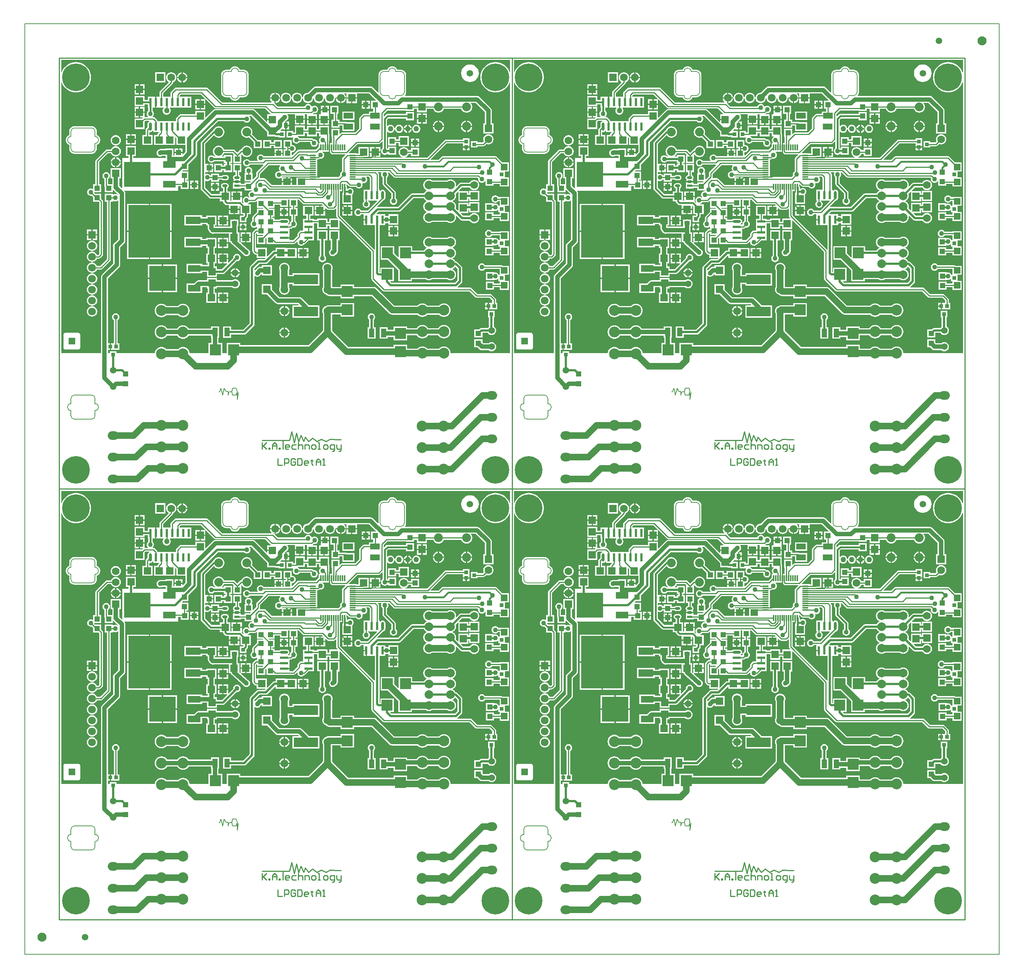
<source format=gtl>
%FSLAX25Y25*%
%MOIN*%
G70*
G01*
G75*
G04 Layer_Physical_Order=1*
G04 Layer_Color=65280*
%ADD10C,0.00787*%
%ADD11C,0.01000*%
%ADD12C,0.05906*%
%ADD13R,0.05000X0.05000*%
%ADD14R,0.03543X0.03543*%
%ADD15R,0.05000X0.08000*%
%ADD16R,0.07000X0.07000*%
%ADD17R,0.13780X0.07000*%
%ADD18R,0.38400X0.48000*%
%ADD19R,0.11800X0.06300*%
%ADD20R,0.24400X0.22800*%
%ADD21R,0.07087X0.06693*%
%ADD22R,0.22047X0.09055*%
%ADD23R,0.05000X0.03600*%
%ADD24R,0.03600X0.03600*%
%ADD25R,0.05000X0.05000*%
%ADD26O,0.07600X0.02400*%
%ADD27R,0.07600X0.02400*%
%ADD28O,0.04724X0.02362*%
%ADD29R,0.04724X0.02362*%
%ADD30R,0.10000X0.10000*%
%ADD31R,0.01181X0.05512*%
%ADD32R,0.05512X0.01181*%
%ADD33R,0.07000X0.06000*%
%ADD34R,0.08661X0.05512*%
%ADD35O,0.02400X0.07600*%
%ADD36R,0.02400X0.07600*%
%ADD37R,0.03600X0.05000*%
%ADD38R,0.03600X0.03600*%
%ADD39R,0.06693X0.07087*%
%ADD40R,0.07000X0.07000*%
%ADD41R,0.03543X0.03543*%
%ADD42R,0.10000X0.10000*%
%ADD43R,0.05906X0.05906*%
%ADD44R,0.05906X0.05906*%
%ADD45C,0.00984*%
%ADD46C,0.01969*%
%ADD47C,0.05906*%
%ADD48C,0.03937*%
%ADD49C,0.01575*%
%ADD50C,0.00800*%
%ADD51C,0.08268*%
%ADD52C,0.08000*%
%ADD53C,0.25197*%
%ADD54C,0.07000*%
%ADD55C,0.07087*%
%ADD56R,0.07087X0.07087*%
%ADD57O,0.09843X0.07874*%
%ADD58C,0.05906*%
%ADD59C,0.09843*%
%ADD60C,0.07874*%
%ADD61R,0.07087X0.07087*%
%ADD62C,0.05000*%
%ADD63C,0.06000*%
%ADD64C,0.04331*%
G36*
X411672Y381015D02*
X411181Y380917D01*
X410544Y382456D01*
X409411Y384306D01*
X408002Y385955D01*
X406353Y387363D01*
X404503Y388497D01*
X402500Y389327D01*
X400391Y389833D01*
X398228Y390003D01*
X396066Y389833D01*
X393957Y389327D01*
X391953Y388497D01*
X390104Y387363D01*
X388455Y385955D01*
X387046Y384306D01*
X385913Y382456D01*
X385083Y380452D01*
X384576Y378343D01*
X384406Y376181D01*
X384576Y374019D01*
X385083Y371910D01*
X385913Y369906D01*
X387046Y368057D01*
X388455Y366407D01*
X390104Y364999D01*
X391953Y363865D01*
X393957Y363035D01*
X396066Y362529D01*
X398228Y362359D01*
X400391Y362529D01*
X402500Y363035D01*
X404503Y363865D01*
X406353Y364999D01*
X408002Y366407D01*
X409411Y368057D01*
X410544Y369906D01*
X411181Y371445D01*
X411672Y371347D01*
Y124016D01*
X357313D01*
X357195Y125212D01*
X356846Y126362D01*
X356280Y127422D01*
X355517Y128352D01*
X354588Y129114D01*
X353528Y129681D01*
X352377Y130030D01*
X351181Y130148D01*
X349985Y130030D01*
X348834Y129681D01*
X347774Y129114D01*
X346845Y128352D01*
X346709Y128185D01*
X335968D01*
X335832Y128352D01*
X334903Y129114D01*
X333843Y129681D01*
X332692Y130030D01*
X331496Y130148D01*
X330300Y130030D01*
X329150Y129681D01*
X328089Y129114D01*
X327160Y128352D01*
X327024Y128185D01*
X317598D01*
Y131707D01*
X305236D01*
Y129695D01*
X263996D01*
X249442Y144250D01*
X249051Y145193D01*
Y159472D01*
X256811D01*
Y157461D01*
X269173D01*
Y169823D01*
X256811D01*
Y167811D01*
X245925D01*
X244846Y167669D01*
X244135Y167375D01*
X243840Y167253D01*
X243799Y167221D01*
X243649Y167201D01*
X242499Y166725D01*
X241512Y165968D01*
X240755Y164981D01*
X240279Y163832D01*
X240117Y162598D01*
X240279Y161365D01*
X240712Y160319D01*
Y145193D01*
X240322Y144250D01*
X227407Y131335D01*
X165301D01*
Y133346D01*
X152939D01*
Y124016D01*
X148701D01*
Y133346D01*
X145315D01*
Y138126D01*
X145819D01*
Y148488D01*
X138457D01*
Y146484D01*
X118213D01*
X118091Y146714D01*
X117328Y147643D01*
X116399Y148406D01*
X115339Y148972D01*
X114188Y149321D01*
X112992Y149439D01*
X111796Y149321D01*
X110646Y148972D01*
X109585Y148406D01*
X108656Y147643D01*
X107894Y146714D01*
X107771Y146484D01*
X98528D01*
X98406Y146714D01*
X97643Y147643D01*
X96714Y148406D01*
X95654Y148972D01*
X94503Y149321D01*
X93307Y149439D01*
X92111Y149321D01*
X90961Y148972D01*
X89900Y148406D01*
X88971Y147643D01*
X88209Y146714D01*
X87642Y145654D01*
X87293Y144503D01*
X87175Y143307D01*
X87293Y142111D01*
X87642Y140961D01*
X88209Y139900D01*
X88971Y138971D01*
X89900Y138209D01*
X90961Y137642D01*
X92111Y137293D01*
X93307Y137175D01*
X94503Y137293D01*
X95654Y137642D01*
X96714Y138209D01*
X97643Y138971D01*
X98406Y139900D01*
X98528Y140130D01*
X107771D01*
X107894Y139900D01*
X108656Y138971D01*
X109585Y138209D01*
X110646Y137642D01*
X111796Y137293D01*
X112992Y137175D01*
X114188Y137293D01*
X115339Y137642D01*
X116399Y138209D01*
X117328Y138971D01*
X118091Y139900D01*
X118213Y140130D01*
X138457D01*
Y138126D01*
X138961D01*
Y133346D01*
X136339D01*
Y124016D01*
X119085D01*
X119006Y124818D01*
X118657Y125969D01*
X118091Y127029D01*
X117328Y127958D01*
X116399Y128720D01*
X115339Y129287D01*
X114188Y129636D01*
X112992Y129754D01*
X111796Y129636D01*
X110646Y129287D01*
X109585Y128720D01*
X108656Y127958D01*
X108520Y127792D01*
X97780D01*
X97643Y127958D01*
X96714Y128720D01*
X95654Y129287D01*
X94503Y129636D01*
X93307Y129754D01*
X92111Y129636D01*
X90961Y129287D01*
X89900Y128720D01*
X88971Y127958D01*
X88209Y127029D01*
X87642Y125969D01*
X87293Y124818D01*
X87214Y124016D01*
X52165D01*
Y125689D01*
X46260D01*
Y124016D01*
X44515D01*
Y127067D01*
X46063D01*
Y130019D01*
Y132972D01*
X44515D01*
Y192385D01*
X54609Y202478D01*
X55113Y203136D01*
X55431Y203902D01*
X55431Y203902D01*
X55431Y203902D01*
Y203902D01*
X55539Y204724D01*
Y220731D01*
X59333Y224525D01*
X59838Y225183D01*
X60155Y225949D01*
X60263Y226772D01*
Y270079D01*
X60155Y270901D01*
X59838Y271667D01*
X59333Y272325D01*
X59381Y272441D01*
X108661D01*
Y276696D01*
X110967D01*
Y274272D01*
X118329D01*
Y281634D01*
X115879D01*
Y282620D01*
X117854D01*
Y289982D01*
X112262D01*
X112070Y290444D01*
X112746Y291120D01*
X117854D01*
Y296622D01*
X125183Y303951D01*
X125183Y303951D01*
X125183Y303951D01*
X125662Y304667D01*
X125830Y305512D01*
Y316802D01*
X145009Y335981D01*
X168736D01*
X168873Y335802D01*
X169572Y335266D01*
X170386Y334929D01*
X171260Y334814D01*
X172133Y334929D01*
X172948Y335266D01*
X173647Y335802D01*
X174183Y336501D01*
X174520Y337315D01*
X174635Y338189D01*
X174520Y339063D01*
X174183Y339877D01*
X173647Y340576D01*
X173763Y340918D01*
X175062D01*
X189961Y326019D01*
Y322244D01*
X196234D01*
X196517Y322055D01*
X197362Y321887D01*
X200125D01*
Y321113D01*
X206087D01*
Y327076D01*
X201906D01*
X201715Y327537D01*
X203463Y329286D01*
X203925Y329094D01*
Y328413D01*
X206316D01*
Y332094D01*
Y335681D01*
X206410Y335776D01*
X207063D01*
X206872Y336238D01*
X207392Y336757D01*
X207593Y336841D01*
X208292Y337377D01*
X208829Y338076D01*
X209166Y338890D01*
X209281Y339764D01*
X209166Y340637D01*
X208829Y341451D01*
X208292Y342150D01*
X208373Y342389D01*
X215079D01*
Y338500D01*
X224134D01*
Y342389D01*
X225828D01*
X226181Y342035D01*
Y338189D01*
X235236D01*
Y342323D01*
X231536D01*
X231391Y342801D01*
X231521Y342888D01*
X232220Y343587D01*
X233071Y343475D01*
X233945Y343590D01*
X234758Y343927D01*
X235458Y344464D01*
X235994Y345163D01*
X236331Y345977D01*
X236446Y346850D01*
X236331Y347724D01*
X235994Y348538D01*
X235458Y349237D01*
X234758Y349774D01*
X233945Y350111D01*
X233071Y350226D01*
X232197Y350111D01*
X231383Y349774D01*
X230833Y349352D01*
X230350Y349481D01*
X230088Y350113D01*
X229552Y350812D01*
X228853Y351348D01*
X228039Y351686D01*
X227165Y351800D01*
X226292Y351686D01*
X225478Y351348D01*
X224779Y350812D01*
X224242Y350113D01*
X223924Y349344D01*
X199525D01*
X196778Y352091D01*
X196999Y352539D01*
X196421Y352615D01*
Y356713D01*
X192324D01*
X192409Y356070D01*
X192885Y354921D01*
X193642Y353934D01*
X193876Y353754D01*
X193715Y353281D01*
X148738D01*
X135852Y366167D01*
X135299Y366537D01*
X134646Y366667D01*
X106299D01*
X105646Y366537D01*
X105425Y366389D01*
X105093Y366167D01*
X101865Y362939D01*
X101495Y362385D01*
X101365Y361732D01*
Y358583D01*
X100805D01*
X100805Y358583D01*
Y358583D01*
X100690Y358583D01*
X100571D01*
X100452D01*
X100336Y358583D01*
X100336Y358583D01*
Y358583D01*
X95806D01*
X95806Y358583D01*
Y358583D01*
X95690Y358583D01*
X95571D01*
X95452D01*
X95336Y358583D01*
X95336Y358583D01*
Y358583D01*
X94777D01*
Y361656D01*
X103332Y370211D01*
X103702Y370764D01*
X103702Y370764D01*
X103702Y370764D01*
X103832Y371417D01*
Y371624D01*
X104487Y371895D01*
X105465Y372646D01*
X106215Y373623D01*
X106687Y374762D01*
X106848Y375984D01*
X106687Y377206D01*
X106215Y378345D01*
X105465Y379323D01*
X104487Y380073D01*
X103348Y380545D01*
X102126Y380706D01*
X100904Y380545D01*
X99765Y380073D01*
X98787Y379323D01*
X98037Y378345D01*
X97565Y377206D01*
X97404Y375984D01*
X97565Y374762D01*
X98037Y373623D01*
X98787Y372646D01*
X99705Y371941D01*
X99738Y371442D01*
X91865Y363568D01*
X91495Y363015D01*
X91365Y362362D01*
Y358583D01*
X90806D01*
X90806Y358583D01*
Y358583D01*
X90690Y358583D01*
X90571D01*
X90452D01*
X90336Y358583D01*
X90336Y358583D01*
Y358583D01*
X88661D01*
Y353601D01*
Y348621D01*
X90452D01*
Y348621D01*
X90690D01*
X90806Y348621D01*
X90806Y348621D01*
Y348621D01*
X95091D01*
X95313Y348173D01*
X94816Y347526D01*
X94445Y346630D01*
X94319Y345669D01*
X94445Y344708D01*
X94816Y343813D01*
X95406Y343044D01*
X96175Y342454D01*
X97070Y342083D01*
X98032Y341956D01*
X98992Y342083D01*
X99888Y342454D01*
X100657Y343044D01*
X101247Y343813D01*
X101618Y344708D01*
X101744Y345669D01*
X101618Y346630D01*
X101247Y347526D01*
X100750Y348173D01*
X100971Y348621D01*
X105452D01*
Y348621D01*
X105452D01*
X105452Y348621D01*
X105690D01*
Y348621D01*
X110452D01*
X110452Y348621D01*
Y348621D01*
X110452D01*
X110690D01*
X110805Y348621D01*
X110805Y348621D01*
Y348621D01*
X115452D01*
Y348621D01*
X115690D01*
X115805Y348621D01*
X115805Y348621D01*
Y348621D01*
X120452D01*
Y358583D01*
X115805D01*
X115805Y358583D01*
Y358583D01*
X115690Y358583D01*
X115571D01*
X115452D01*
X115336Y358583D01*
X115336Y358583D01*
Y358583D01*
X110805D01*
X110805Y358583D01*
Y358583D01*
X110690Y358583D01*
X110571D01*
X110452D01*
X110336Y358583D01*
X110336Y358583D01*
Y358583D01*
X109777D01*
Y359333D01*
X110943Y360499D01*
X129215D01*
X133149Y356564D01*
X132989Y356177D01*
X132989D01*
X132958Y356102D01*
X129331D01*
Y351969D01*
X133268D01*
Y355792D01*
X133342Y355823D01*
Y355823D01*
X133730Y355984D01*
X141313Y348400D01*
X141867Y348030D01*
X142520Y347900D01*
X187876D01*
X192888Y342888D01*
X193018Y342801D01*
X192873Y342323D01*
X189961D01*
Y338189D01*
X194489D01*
Y337008D01*
X189961D01*
Y335658D01*
X189499Y335466D01*
X178624Y346341D01*
X177966Y346846D01*
X177200Y347163D01*
X176378Y347271D01*
X142913D01*
X142091Y347163D01*
X141549Y346939D01*
X141325Y346846D01*
X141039Y346626D01*
X140667Y346341D01*
X133730Y339403D01*
X133268Y339595D01*
Y345472D01*
X124213D01*
Y342454D01*
X110827D01*
X110174Y342324D01*
X109952Y342176D01*
X109620Y341954D01*
X106865Y339198D01*
X106495Y338645D01*
X106365Y337992D01*
Y336084D01*
X105690D01*
D01*
D01*
X105690Y336084D01*
X105452D01*
Y336084D01*
X100690D01*
D01*
D01*
X100690Y336084D01*
X100452D01*
Y336084D01*
X95806D01*
X95806Y336084D01*
Y336084D01*
X95690Y336084D01*
X95571D01*
X95452D01*
X95336Y336084D01*
X95336Y336084D01*
Y336084D01*
X90806D01*
X90806Y336084D01*
Y336084D01*
X90690Y336084D01*
X90571D01*
X90452D01*
X90336Y336084D01*
X90336Y336084D01*
Y336084D01*
X89749D01*
X89647Y336598D01*
X89277Y337151D01*
X87033Y339395D01*
X86480Y339765D01*
X85827Y339895D01*
X85412D01*
X85251Y340368D01*
X85458Y340527D01*
X85994Y341226D01*
X86331Y342040D01*
X86446Y342913D01*
X86331Y343787D01*
X85994Y344601D01*
X85458Y345300D01*
X85078Y345591D01*
Y348621D01*
X85452Y348621D01*
Y348621D01*
X85690D01*
X85805Y348621D01*
X85805Y348621D01*
Y348621D01*
X87480D01*
Y353601D01*
Y358583D01*
X85805D01*
X85805Y358583D01*
Y358583D01*
X85690Y358583D01*
X85571D01*
X85452D01*
X85336Y358583D01*
X85336Y358583D01*
Y358583D01*
X80690D01*
Y355609D01*
X77756D01*
Y359252D01*
X68701D01*
Y349803D01*
X77756D01*
Y351595D01*
X80690D01*
Y348621D01*
X81064D01*
Y345591D01*
X80684Y345300D01*
X80148Y344601D01*
X79811Y343787D01*
X79695Y342913D01*
X79811Y342040D01*
X80148Y341226D01*
X80684Y340527D01*
X80890Y340368D01*
X80730Y339895D01*
X77756D01*
Y343701D01*
X73819D01*
Y339567D01*
X76068D01*
X76259Y339105D01*
X75540Y338386D01*
X68701D01*
Y328937D01*
X77756D01*
Y335776D01*
X78462Y336483D01*
X82294D01*
X82343Y335985D01*
X82142Y335945D01*
X81354Y335419D01*
X80828Y334631D01*
X80643Y333702D01*
Y330694D01*
X79305Y329356D01*
X78936Y328802D01*
X78806Y328150D01*
Y323425D01*
X75787D01*
Y314370D01*
X85236D01*
Y323425D01*
X82218D01*
Y325850D01*
X82604Y326167D01*
X83071Y326075D01*
X84000Y326259D01*
X84787Y326786D01*
X85211Y327420D01*
X85690Y327275D01*
Y326121D01*
X90452D01*
X90452Y326121D01*
Y326121D01*
X90452D01*
X90690D01*
X90772D01*
X90963Y325659D01*
X89935Y324632D01*
X89566Y324078D01*
X89436Y323425D01*
Y323425D01*
X86417D01*
Y314370D01*
X95866D01*
Y314370D01*
X95866D01*
X95866Y314370D01*
X96260D01*
Y314370D01*
X105709D01*
Y321147D01*
X106171Y321338D01*
X106890Y320619D01*
Y314370D01*
X115327D01*
Y308009D01*
X113118Y305799D01*
X112655Y305990D01*
Y306890D01*
X105293D01*
Y304751D01*
X104156D01*
Y311161D01*
X96793D01*
Y310657D01*
X92520D01*
X91698Y310549D01*
X90931Y310231D01*
X90882Y310193D01*
X90438Y310010D01*
X89739Y309473D01*
X89203Y308774D01*
X88866Y307960D01*
X88751Y307087D01*
X88866Y306213D01*
X89203Y305399D01*
X89739Y304700D01*
X90438Y304164D01*
X91252Y303826D01*
X92126Y303711D01*
X93000Y303826D01*
X93814Y304164D01*
X93996Y304304D01*
X96793D01*
Y303799D01*
X97298D01*
Y302362D01*
X67562D01*
Y304134D01*
X69882D01*
Y313583D01*
X60827D01*
Y304134D01*
X63147D01*
Y302362D01*
X57480D01*
Y274831D01*
X57018Y274640D01*
X54752Y276906D01*
Y283902D01*
X56256D01*
Y293264D01*
X46894D01*
Y283902D01*
X48398D01*
Y278403D01*
X44619D01*
Y283311D01*
X45300Y283834D01*
X45836Y284533D01*
X46174Y285347D01*
X46289Y286221D01*
X46174Y287094D01*
X45836Y287908D01*
X45300Y288607D01*
X44601Y289144D01*
X43787Y289481D01*
X42913Y289596D01*
X42040Y289481D01*
X41226Y289144D01*
X40527Y288607D01*
X39990Y287908D01*
X39653Y287094D01*
X39538Y286221D01*
X39653Y285347D01*
X39990Y284533D01*
X40527Y283834D01*
X41207Y283311D01*
Y277085D01*
X41337Y276432D01*
X41594Y276047D01*
Y271041D01*
X48957D01*
Y273059D01*
X48967Y273067D01*
X49419Y273254D01*
X53342Y269330D01*
X53013Y268954D01*
X52869Y269065D01*
X52055Y269402D01*
X51181Y269517D01*
X50308Y269402D01*
X49493Y269065D01*
X49405Y268997D01*
X48957Y269218D01*
Y269903D01*
X41594D01*
Y262541D01*
X43570D01*
Y210156D01*
X37364Y203950D01*
X34328D01*
X34048Y204627D01*
X33291Y205614D01*
X32304Y206371D01*
X31155Y206847D01*
X29921Y207009D01*
X28688Y206847D01*
X27539Y206371D01*
X26552Y205614D01*
X25795Y204627D01*
X25319Y203477D01*
X25156Y202244D01*
X25319Y201011D01*
X25795Y199862D01*
X26552Y198875D01*
X27539Y198117D01*
X28688Y197641D01*
X29806Y197494D01*
Y196994D01*
X28688Y196847D01*
X27539Y196371D01*
X26552Y195614D01*
X25795Y194627D01*
X25319Y193477D01*
X25156Y192244D01*
X25319Y191011D01*
X25795Y189862D01*
X26552Y188875D01*
X27539Y188117D01*
X28688Y187641D01*
X29806Y187494D01*
Y186994D01*
X28688Y186847D01*
X27539Y186371D01*
X26552Y185614D01*
X25795Y184627D01*
X25319Y183477D01*
X25156Y182244D01*
X25319Y181011D01*
X25795Y179861D01*
X26552Y178875D01*
X27539Y178117D01*
X28688Y177641D01*
X29806Y177494D01*
Y176994D01*
X28688Y176847D01*
X27539Y176371D01*
X26552Y175614D01*
X25795Y174627D01*
X25319Y173477D01*
X25156Y172244D01*
X25319Y171011D01*
X25795Y169861D01*
X26552Y168875D01*
X27539Y168117D01*
X28688Y167641D01*
X29806Y167494D01*
Y166994D01*
X28688Y166847D01*
X27539Y166371D01*
X26552Y165614D01*
X25795Y164627D01*
X25319Y163477D01*
X25156Y162244D01*
X25319Y161011D01*
X25795Y159862D01*
X26552Y158875D01*
X27539Y158117D01*
X28688Y157641D01*
X29921Y157479D01*
X31155Y157641D01*
X32304Y158117D01*
X33291Y158875D01*
X34048Y159862D01*
X34524Y161011D01*
X34686Y162244D01*
X34524Y163477D01*
X34048Y164627D01*
X33291Y165614D01*
X32304Y166371D01*
X31155Y166847D01*
X30037Y166994D01*
Y167494D01*
X31155Y167641D01*
X32304Y168117D01*
X33291Y168875D01*
X34048Y169861D01*
X34524Y171011D01*
X34686Y172244D01*
X34524Y173477D01*
X34048Y174627D01*
X33291Y175614D01*
X32304Y176371D01*
X31155Y176847D01*
X30037Y176994D01*
Y177494D01*
X31155Y177641D01*
X32304Y178117D01*
X33291Y178875D01*
X34048Y179861D01*
X34524Y181011D01*
X34686Y182244D01*
X34524Y183477D01*
X34048Y184627D01*
X33291Y185614D01*
X32304Y186371D01*
X31155Y186847D01*
X30037Y186994D01*
Y187494D01*
X31155Y187641D01*
X32304Y188117D01*
X33291Y188875D01*
X34048Y189862D01*
X34524Y191011D01*
X34686Y192244D01*
X34524Y193477D01*
X34048Y194627D01*
X33291Y195614D01*
X32304Y196371D01*
X31155Y196847D01*
X30037Y196994D01*
Y197494D01*
X31155Y197641D01*
X32304Y198117D01*
X33291Y198875D01*
X34048Y199862D01*
X34328Y200538D01*
X38071D01*
X38724Y200668D01*
X39277Y201038D01*
X39277Y201038D01*
X39277Y201038D01*
X46482Y208243D01*
X46852Y208796D01*
X46852Y208796D01*
X46852Y208796D01*
X46982Y209449D01*
Y262541D01*
X48957D01*
Y263065D01*
X49405Y263286D01*
X49493Y263219D01*
X50308Y262881D01*
X51181Y262766D01*
X52055Y262881D01*
X52869Y263219D01*
X53461Y263673D01*
X53910Y263452D01*
Y228087D01*
X50876Y225054D01*
X50674Y224970D01*
X49975Y224434D01*
X49439Y223735D01*
X49102Y222921D01*
X48987Y222047D01*
X49102Y221174D01*
X49185Y220972D01*
Y206040D01*
X39092Y195947D01*
X38587Y195289D01*
X38270Y194523D01*
X38162Y193701D01*
Y124016D01*
X1714D01*
Y371347D01*
X2204Y371445D01*
X2842Y369906D01*
X3975Y368057D01*
X5384Y366407D01*
X7033Y364999D01*
X8882Y363865D01*
X10886Y363035D01*
X12995Y362529D01*
X15157Y362359D01*
X17320Y362529D01*
X19429Y363035D01*
X21433Y363865D01*
X23282Y364999D01*
X24931Y366407D01*
X26340Y368057D01*
X27473Y369906D01*
X28303Y371910D01*
X28809Y374019D01*
X28980Y376181D01*
X28809Y378343D01*
X28303Y380452D01*
X27473Y382456D01*
X26340Y384306D01*
X24931Y385955D01*
X23282Y387363D01*
X21433Y388497D01*
X19429Y389327D01*
X17320Y389833D01*
X15157Y390003D01*
X12995Y389833D01*
X10886Y389327D01*
X8882Y388497D01*
X7033Y387363D01*
X5384Y385955D01*
X3975Y384306D01*
X2842Y382456D01*
X2204Y380917D01*
X1714Y381015D01*
Y391987D01*
X411672D01*
Y381015D01*
D02*
G37*
%LPC*%
G36*
X309646Y235039D02*
X305709D01*
Y230906D01*
X309646D01*
Y235039D01*
D02*
G37*
G36*
X29331Y236968D02*
X25197D01*
Y232835D01*
X29331D01*
Y236968D01*
D02*
G37*
G36*
X304528Y235039D02*
X300591D01*
Y230906D01*
X304528D01*
Y235039D01*
D02*
G37*
G36*
X175000Y234449D02*
X170866D01*
Y230512D01*
X175000D01*
Y234449D01*
D02*
G37*
G36*
X169685D02*
X165551D01*
Y230512D01*
X169685D01*
Y234449D01*
D02*
G37*
G36*
X34646Y236968D02*
X30512D01*
Y232835D01*
X34646D01*
Y236968D01*
D02*
G37*
G36*
X309646Y240354D02*
X305709D01*
Y236221D01*
X309646D01*
Y240354D01*
D02*
G37*
G36*
X167126Y238779D02*
X164735D01*
Y236389D01*
X167126D01*
Y238779D01*
D02*
G37*
G36*
X304528Y240354D02*
X300591D01*
Y236221D01*
X304528D01*
Y240354D01*
D02*
G37*
G36*
X81693Y260614D02*
X61902D01*
Y236024D01*
X81693D01*
Y260614D01*
D02*
G37*
G36*
X102665D02*
X82874D01*
Y236024D01*
X102665D01*
Y260614D01*
D02*
G37*
G36*
X148819Y224213D02*
X144685D01*
Y220276D01*
X148819D01*
Y224213D01*
D02*
G37*
G36*
X154134D02*
X150000D01*
Y220276D01*
X154134D01*
Y224213D01*
D02*
G37*
G36*
X29921Y227009D02*
X28688Y226847D01*
X27539Y226371D01*
X26552Y225614D01*
X25795Y224627D01*
X25319Y223477D01*
X25156Y222244D01*
X25319Y221011D01*
X25795Y219862D01*
X26552Y218875D01*
X27539Y218117D01*
X28688Y217641D01*
X29921Y217479D01*
X31155Y217641D01*
X32304Y218117D01*
X33291Y218875D01*
X34048Y219862D01*
X34524Y221011D01*
X34686Y222244D01*
X34524Y223477D01*
X34048Y224627D01*
X33291Y225614D01*
X32304Y226371D01*
X31155Y226847D01*
X29921Y227009D01*
D02*
G37*
G36*
X222047Y220276D02*
X217913D01*
Y216339D01*
X222047D01*
Y220276D01*
D02*
G37*
G36*
X227362D02*
X223228D01*
Y216339D01*
X227362D01*
Y220276D01*
D02*
G37*
G36*
X148819Y229331D02*
X144685D01*
Y225394D01*
X148819D01*
Y229331D01*
D02*
G37*
G36*
X29331Y231653D02*
X25197D01*
Y227520D01*
X29331D01*
Y231653D01*
D02*
G37*
G36*
X34646D02*
X30512D01*
Y227520D01*
X34646D01*
Y231653D01*
D02*
G37*
G36*
X392126Y236840D02*
X391252Y236725D01*
X390438Y236388D01*
X389739Y235851D01*
X389203Y235152D01*
X388866Y234338D01*
X388751Y233465D01*
X388866Y232591D01*
X389203Y231777D01*
X389739Y231078D01*
X390438Y230541D01*
X391252Y230204D01*
X392126Y230089D01*
X393000Y230204D01*
X393814Y230541D01*
X394513Y231078D01*
X395035Y231759D01*
X402165D01*
Y227362D01*
X401083D01*
X400955Y227672D01*
X400418Y228371D01*
X399719Y228907D01*
X398905Y229245D01*
X398031Y229360D01*
X397158Y229245D01*
X396774Y229086D01*
X396358Y229363D01*
Y229427D01*
X388996D01*
Y222065D01*
X396358D01*
Y222605D01*
X396774Y222883D01*
X397158Y222724D01*
X398031Y222609D01*
X398905Y222724D01*
X399719Y223061D01*
X400339Y223537D01*
X400787Y223316D01*
Y221457D01*
X402165D01*
Y219226D01*
X396358D01*
Y220927D01*
X388996D01*
Y213565D01*
X396358D01*
Y215814D01*
X402165D01*
Y213386D01*
X410433D01*
Y221654D01*
X406693D01*
Y227165D01*
X410433D01*
Y235433D01*
X402165D01*
Y235171D01*
X395035D01*
X394513Y235851D01*
X393814Y236388D01*
X393000Y236725D01*
X392126Y236840D01*
D02*
G37*
G36*
X154134Y229331D02*
X150000D01*
Y225394D01*
X154134D01*
Y229331D01*
D02*
G37*
G36*
X175000Y229331D02*
X170866D01*
Y225394D01*
X175000D01*
Y229331D01*
D02*
G37*
G36*
X170698Y238779D02*
X168307D01*
Y236389D01*
X170698D01*
Y238779D01*
D02*
G37*
G36*
X126829Y277362D02*
X123738D01*
Y274272D01*
X126829D01*
Y277362D01*
D02*
G37*
G36*
X141535Y279746D02*
X138445D01*
Y276656D01*
X141535D01*
Y279746D01*
D02*
G37*
G36*
X122557Y277362D02*
X119466D01*
Y274272D01*
X122557D01*
Y277362D01*
D02*
G37*
G36*
X141535Y275474D02*
X138445D01*
Y272384D01*
X141535D01*
Y275474D01*
D02*
G37*
G36*
X145807D02*
X142717D01*
Y272384D01*
X145807D01*
Y275474D01*
D02*
G37*
G36*
Y279746D02*
X142717D01*
Y276656D01*
X145807D01*
Y279746D01*
D02*
G37*
G36*
X212441Y284890D02*
X208350D01*
Y281299D01*
X212441D01*
Y284890D01*
D02*
G37*
G36*
X140376Y292717D02*
X137285D01*
Y289626D01*
X140376D01*
Y292717D01*
D02*
G37*
G36*
X166199Y296988D02*
X158837D01*
Y289626D01*
X160812D01*
Y286815D01*
X160102Y286674D01*
X159321Y286152D01*
X158799Y285370D01*
X158615Y284449D01*
X158799Y283527D01*
X159321Y282746D01*
Y282412D01*
X158799Y281630D01*
X158733Y281299D01*
X165677D01*
X165611Y281630D01*
X165089Y282412D01*
Y282746D01*
X165611Y283527D01*
X165794Y284449D01*
X165611Y285370D01*
X165089Y286152D01*
X164307Y286674D01*
X164224Y286691D01*
Y289626D01*
X166199D01*
Y296988D01*
D02*
G37*
G36*
X122557Y281634D02*
X119466D01*
Y278543D01*
X122557D01*
Y281634D01*
D02*
G37*
G36*
X126829D02*
X123738D01*
Y278543D01*
X126829D01*
Y281634D01*
D02*
G37*
G36*
X154134Y244685D02*
X150000D01*
Y240748D01*
X154134D01*
Y244685D01*
D02*
G37*
G36*
X148819Y249803D02*
X144685D01*
Y245866D01*
X148819D01*
Y249803D01*
D02*
G37*
G36*
Y244685D02*
X144685D01*
Y240748D01*
X148819D01*
Y244685D01*
D02*
G37*
G36*
X167126Y242351D02*
X164735D01*
Y239961D01*
X167126D01*
Y242351D01*
D02*
G37*
G36*
X170698D02*
X168307D01*
Y239961D01*
X170698D01*
Y242351D01*
D02*
G37*
G36*
X154134Y249803D02*
X150000D01*
Y245866D01*
X154134D01*
Y249803D01*
D02*
G37*
G36*
X161417Y271850D02*
X157283D01*
Y267913D01*
X161417D01*
Y271850D01*
D02*
G37*
G36*
X166732D02*
X162598D01*
Y267913D01*
X166732D01*
Y271850D01*
D02*
G37*
G36*
X398031Y268336D02*
X397158Y268221D01*
X396344Y267884D01*
X395645Y267347D01*
X395108Y266648D01*
X394771Y265834D01*
X394656Y264961D01*
X394771Y264087D01*
X395108Y263273D01*
X395645Y262574D01*
X396344Y262037D01*
X397158Y261700D01*
X398031Y261585D01*
X398905Y261700D01*
X399719Y262037D01*
X400418Y262574D01*
X400941Y263255D01*
X402165D01*
Y258858D01*
X401083D01*
X400955Y259168D01*
X400418Y259867D01*
X399719Y260403D01*
X398905Y260741D01*
X398031Y260856D01*
X397158Y260741D01*
X396774Y260582D01*
X396358Y260859D01*
Y261238D01*
X388996D01*
Y253876D01*
X396358D01*
Y254101D01*
X396774Y254379D01*
X397158Y254220D01*
X398031Y254105D01*
X398905Y254220D01*
X399719Y254557D01*
X400339Y255033D01*
X400787Y254812D01*
Y252953D01*
X402165D01*
Y250722D01*
X396358D01*
Y252738D01*
X388996D01*
Y245376D01*
X396358D01*
Y247310D01*
X402165D01*
Y244882D01*
X410433D01*
Y253150D01*
X406693D01*
Y258661D01*
X410433D01*
Y266929D01*
X402165D01*
Y266667D01*
X400941D01*
X400418Y267347D01*
X399719Y267884D01*
X398905Y268221D01*
X398031Y268336D01*
D02*
G37*
G36*
X159055Y254921D02*
X154921D01*
Y250984D01*
X159055D01*
Y254921D01*
D02*
G37*
G36*
X164370D02*
X160236D01*
Y250984D01*
X164370D01*
Y254921D01*
D02*
G37*
G36*
X204921Y167286D02*
X204278Y167201D01*
X203129Y166725D01*
X202142Y165968D01*
X201385Y164981D01*
X200909Y163832D01*
X200824Y163189D01*
X204921D01*
Y167286D01*
D02*
G37*
G36*
X206102D02*
Y163189D01*
X210199D01*
X210115Y163832D01*
X209639Y164981D01*
X208881Y165968D01*
X207894Y166725D01*
X206745Y167201D01*
X206102Y167286D01*
D02*
G37*
G36*
X210199Y162008D02*
X206102D01*
Y157911D01*
X206745Y157996D01*
X207894Y158472D01*
X208881Y159229D01*
X209639Y160216D01*
X210115Y161365D01*
X210199Y162008D01*
D02*
G37*
G36*
X244882Y206734D02*
X243649Y206571D01*
X242499Y206095D01*
X241512Y205338D01*
X240755Y204351D01*
X240279Y203202D01*
X240117Y201969D01*
X240279Y200735D01*
X240712Y199689D01*
Y184563D01*
X240279Y183517D01*
X240117Y182283D01*
X240279Y181050D01*
X240755Y179901D01*
X241512Y178914D01*
X242499Y178157D01*
X243545Y177723D01*
X243764Y177505D01*
X243764Y177504D01*
X244253Y177129D01*
X244628Y176842D01*
X244922Y176720D01*
X245633Y176425D01*
X246713Y176283D01*
X256811D01*
Y174272D01*
X269173D01*
Y176283D01*
X285281D01*
X301127Y160438D01*
X301127Y160438D01*
X301615Y160063D01*
X301990Y159775D01*
X302285Y159653D01*
X302996Y159358D01*
X304075Y159216D01*
X327024D01*
X327160Y159050D01*
X328089Y158287D01*
X329150Y157721D01*
X330300Y157372D01*
X331496Y157254D01*
X332692Y157372D01*
X333843Y157721D01*
X334903Y158287D01*
X335832Y159050D01*
X335968Y159216D01*
X346709D01*
X346845Y159050D01*
X347774Y158287D01*
X348834Y157721D01*
X349985Y157372D01*
X351181Y157254D01*
X352377Y157372D01*
X353528Y157721D01*
X354588Y158287D01*
X355517Y159050D01*
X356280Y159979D01*
X356846Y161039D01*
X357195Y162190D01*
X357313Y163386D01*
X357195Y164582D01*
X356846Y165732D01*
X356280Y166793D01*
X355517Y167722D01*
X354588Y168484D01*
X353528Y169051D01*
X352377Y169400D01*
X351181Y169518D01*
X349985Y169400D01*
X348834Y169051D01*
X347774Y168484D01*
X346845Y167722D01*
X346709Y167555D01*
X335968D01*
X335832Y167722D01*
X334903Y168484D01*
X333843Y169051D01*
X332692Y169400D01*
X331496Y169518D01*
X330300Y169400D01*
X329150Y169051D01*
X328089Y168484D01*
X327160Y167722D01*
X327024Y167555D01*
X305802D01*
X289956Y183401D01*
X289093Y184064D01*
X288087Y184480D01*
X287008Y184622D01*
X287008Y184622D01*
X269173D01*
Y186634D01*
X256811D01*
Y184622D01*
X249051D01*
Y199689D01*
X249485Y200735D01*
X249647Y201969D01*
X249485Y203202D01*
X249009Y204351D01*
X248251Y205338D01*
X247265Y206095D01*
X246115Y206571D01*
X244882Y206734D01*
D02*
G37*
G36*
X204921Y162008D02*
X200824D01*
X200909Y161365D01*
X201385Y160216D01*
X202142Y159229D01*
X203129Y158472D01*
X204278Y157996D01*
X204921Y157911D01*
Y162008D01*
D02*
G37*
G36*
X391339Y166437D02*
X388976D01*
Y164075D01*
X391339D01*
Y166437D01*
D02*
G37*
G36*
X154134Y174213D02*
X150000D01*
Y170276D01*
X154134D01*
Y174213D01*
D02*
G37*
G36*
X148819Y179331D02*
X144685D01*
Y175394D01*
X148819D01*
Y179331D01*
D02*
G37*
G36*
Y174213D02*
X144685D01*
Y170276D01*
X148819D01*
Y174213D01*
D02*
G37*
G36*
X112992Y169124D02*
X111796Y169006D01*
X110646Y168657D01*
X109585Y168091D01*
X108656Y167328D01*
X108520Y167162D01*
X97780D01*
X97643Y167328D01*
X96714Y168091D01*
X95654Y168657D01*
X94503Y169006D01*
X93307Y169124D01*
X92111Y169006D01*
X90961Y168657D01*
X89900Y168091D01*
X88971Y167328D01*
X88209Y166399D01*
X87642Y165339D01*
X87293Y164188D01*
X87175Y162992D01*
X87293Y161796D01*
X87642Y160646D01*
X88209Y159585D01*
X88971Y158656D01*
X89900Y157894D01*
X90961Y157327D01*
X92111Y156978D01*
X93307Y156860D01*
X94503Y156978D01*
X95654Y157327D01*
X96714Y157894D01*
X97643Y158656D01*
X97780Y158823D01*
X108520D01*
X108656Y158656D01*
X109585Y157894D01*
X110646Y157327D01*
X111796Y156978D01*
X112992Y156860D01*
X114188Y156978D01*
X115339Y157327D01*
X116399Y157894D01*
X117328Y158656D01*
X118091Y159585D01*
X118657Y160646D01*
X119006Y161796D01*
X119124Y162992D01*
X119006Y164188D01*
X118657Y165339D01*
X118091Y166399D01*
X117328Y167328D01*
X116399Y168091D01*
X115339Y168657D01*
X114188Y169006D01*
X112992Y169124D01*
D02*
G37*
G36*
X391339Y169980D02*
X388976D01*
Y167618D01*
X391339D01*
Y169980D01*
D02*
G37*
G36*
X285039Y160462D02*
X284166Y160347D01*
X283352Y160010D01*
X282653Y159473D01*
X282116Y158774D01*
X281779Y157960D01*
X281664Y157087D01*
X281779Y156213D01*
X282116Y155399D01*
X282653Y154700D01*
X282832Y154563D01*
Y147701D01*
X281370D01*
Y137339D01*
X288732D01*
Y147701D01*
X287247D01*
Y154563D01*
X287426Y154700D01*
X287963Y155399D01*
X288300Y156213D01*
X288415Y157087D01*
X288300Y157960D01*
X287963Y158774D01*
X287426Y159473D01*
X286727Y160010D01*
X285913Y160347D01*
X285039Y160462D01*
D02*
G37*
G36*
X204921Y142323D02*
X200824D01*
X200909Y141680D01*
X201385Y140531D01*
X202142Y139544D01*
X203129Y138787D01*
X204278Y138311D01*
X204921Y138226D01*
Y142323D01*
D02*
G37*
G36*
X17323Y142659D02*
X5512D01*
X4856Y142528D01*
X4300Y142157D01*
X3928Y141601D01*
X3798Y140945D01*
Y129134D01*
X3798Y129134D01*
X3798D01*
X3928Y128478D01*
X4300Y127922D01*
X4856Y127550D01*
X5512Y127420D01*
X17323D01*
X17979Y127550D01*
X18535Y127922D01*
X18906Y128478D01*
X19037Y129134D01*
Y140945D01*
X18906Y141601D01*
X18535Y142157D01*
X17979Y142528D01*
X17323Y142659D01*
D02*
G37*
G36*
X386358Y136807D02*
X378996D01*
Y129445D01*
X381866D01*
X383588Y127722D01*
X384246Y127217D01*
X385012Y126900D01*
X385835Y126792D01*
X392042D01*
X392608Y126358D01*
X393614Y125941D01*
X394693Y125799D01*
X395772Y125941D01*
X396778Y126358D01*
X397641Y127020D01*
X398304Y127884D01*
X398720Y128889D01*
X398862Y129969D01*
X398720Y131048D01*
X398304Y132053D01*
X397641Y132917D01*
X396778Y133579D01*
X395772Y133996D01*
X394693Y134138D01*
X393614Y133996D01*
X392608Y133579D01*
X392042Y133145D01*
X387151D01*
X386358Y133938D01*
Y136807D01*
D02*
G37*
G36*
X51575Y160462D02*
X50701Y160347D01*
X49887Y160010D01*
X49188Y159473D01*
X48652Y158774D01*
X48314Y157960D01*
X48199Y157087D01*
X48314Y156213D01*
X48652Y155399D01*
X49188Y154700D01*
X49869Y154178D01*
Y132972D01*
X47244D01*
Y130019D01*
Y127067D01*
X54724D01*
Y132972D01*
X53281D01*
Y154178D01*
X53961Y154700D01*
X54498Y155399D01*
X54835Y156213D01*
X54950Y157087D01*
X54835Y157960D01*
X54498Y158774D01*
X53961Y159473D01*
X53263Y160010D01*
X52448Y160347D01*
X51575Y160462D01*
D02*
G37*
G36*
X210199Y142323D02*
X206102D01*
Y138226D01*
X206745Y138311D01*
X207894Y138787D01*
X208881Y139544D01*
X209639Y140531D01*
X210115Y141680D01*
X210199Y142323D01*
D02*
G37*
G36*
X351181Y149833D02*
X349985Y149715D01*
X348834Y149366D01*
X347774Y148799D01*
X346845Y148037D01*
X346083Y147108D01*
X345960Y146878D01*
X336717D01*
X336595Y147108D01*
X335832Y148037D01*
X334903Y148799D01*
X333843Y149366D01*
X332692Y149715D01*
X331496Y149833D01*
X330300Y149715D01*
X329150Y149366D01*
X328089Y148799D01*
X327160Y148037D01*
X326398Y147108D01*
X326275Y146878D01*
X317598D01*
Y148307D01*
X305236D01*
Y145303D01*
X299732D01*
Y147701D01*
X292370D01*
Y137339D01*
X299732D01*
Y138949D01*
X305236D01*
Y135945D01*
X317598D01*
Y140524D01*
X326275D01*
X326398Y140294D01*
X327160Y139365D01*
X328089Y138602D01*
X329150Y138036D01*
X330300Y137687D01*
X331496Y137569D01*
X332692Y137687D01*
X333843Y138036D01*
X334903Y138602D01*
X335832Y139365D01*
X336595Y140294D01*
X336717Y140524D01*
X345960D01*
X346083Y140294D01*
X346845Y139365D01*
X347774Y138602D01*
X348834Y138036D01*
X349985Y137687D01*
X351181Y137569D01*
X352377Y137687D01*
X353528Y138036D01*
X354588Y138602D01*
X355517Y139365D01*
X356280Y140294D01*
X356846Y141354D01*
X357195Y142505D01*
X357313Y143701D01*
X357195Y144897D01*
X356846Y146047D01*
X356280Y147108D01*
X355517Y148037D01*
X354588Y148799D01*
X353528Y149366D01*
X352377Y149715D01*
X351181Y149833D01*
D02*
G37*
G36*
X194051Y187020D02*
X184689D01*
Y177657D01*
X189558D01*
X197415Y169801D01*
X197415D01*
X197415Y169801D01*
X197415D01*
X197415Y169801D01*
Y169801D01*
X197415Y169801D01*
Y169801D01*
X198073Y169296D01*
X198839Y168979D01*
X199661Y168870D01*
X217975D01*
X218471Y168375D01*
X218279Y167913D01*
X212992D01*
Y156496D01*
X237402D01*
Y167913D01*
X227807D01*
X227443Y168388D01*
X221538Y174294D01*
X220880Y174798D01*
X220113Y175116D01*
X219291Y175224D01*
X200977D01*
X194051Y182150D01*
Y187020D01*
D02*
G37*
G36*
X206102Y147601D02*
Y143504D01*
X210199D01*
X210115Y144147D01*
X209639Y145296D01*
X208881Y146283D01*
X207894Y147040D01*
X206745Y147516D01*
X206102Y147601D01*
D02*
G37*
G36*
X397441Y162697D02*
X391535D01*
Y156791D01*
X392280D01*
Y148210D01*
X391745Y147799D01*
X391176Y147058D01*
X385402D01*
X384557Y146890D01*
X383840Y146412D01*
X383236Y145807D01*
X378996D01*
Y138445D01*
X386358D01*
Y142643D01*
X391176D01*
X391745Y141902D01*
X392608Y141240D01*
X393614Y140823D01*
X394693Y140681D01*
X395772Y140823D01*
X396778Y141240D01*
X397641Y141902D01*
X398304Y142766D01*
X398720Y143771D01*
X398862Y144850D01*
X398720Y145930D01*
X398304Y146935D01*
X397641Y147799D01*
X396778Y148461D01*
X396696Y148495D01*
Y156791D01*
X397441D01*
Y162697D01*
D02*
G37*
G36*
X204921Y147601D02*
X204278Y147516D01*
X203129Y147040D01*
X202142Y146283D01*
X201385Y145296D01*
X200909Y144147D01*
X200824Y143504D01*
X204921D01*
Y147601D01*
D02*
G37*
G36*
X154134Y179331D02*
X150000D01*
Y175394D01*
X154134D01*
Y179331D01*
D02*
G37*
G36*
X81693Y234842D02*
X61902D01*
Y210252D01*
X81693D01*
Y234842D01*
D02*
G37*
G36*
X102665D02*
X82874D01*
Y210252D01*
X102665D01*
Y234842D01*
D02*
G37*
G36*
X130354Y230114D02*
X114213D01*
Y220752D01*
X130354D01*
Y222256D01*
X134055D01*
Y220276D01*
X135603D01*
Y215158D01*
X134055D01*
Y206102D01*
X135603D01*
Y204696D01*
X130376D01*
Y205851D01*
X116213D01*
Y197189D01*
X130376D01*
Y198343D01*
X134843D01*
Y193898D01*
X143898D01*
Y196414D01*
X149409D01*
X150254Y196582D01*
X150971Y197061D01*
X150971Y197061D01*
X150971Y197061D01*
X161981Y208071D01*
X162205Y208042D01*
X163078Y208157D01*
X163892Y208494D01*
X164591Y209031D01*
X165128Y209730D01*
X165465Y210544D01*
X165580Y211417D01*
X165465Y212291D01*
X165128Y213105D01*
X164591Y213804D01*
X163892Y214340D01*
X163078Y214678D01*
X162205Y214793D01*
X161331Y214678D01*
X160517Y214340D01*
X159818Y213804D01*
X159282Y213105D01*
X158944Y212291D01*
X158829Y211417D01*
X158859Y211194D01*
X154596Y206931D01*
X154134Y207122D01*
Y210039D01*
X150000D01*
Y206102D01*
X153114D01*
X153306Y205640D01*
X148495Y200830D01*
X143898D01*
Y203346D01*
X141956D01*
Y206102D01*
X143504D01*
Y215158D01*
X141956D01*
Y220276D01*
X143504D01*
Y229331D01*
X134055D01*
Y228610D01*
X130354D01*
Y230114D01*
D02*
G37*
G36*
X148819Y210039D02*
X144685D01*
Y206102D01*
X148819D01*
Y210039D01*
D02*
G37*
G36*
X244721Y236457D02*
X235665D01*
Y227008D01*
X237985D01*
Y213181D01*
X237771Y213017D01*
X237234Y212318D01*
X236897Y211504D01*
X236782Y210630D01*
X236897Y209756D01*
X237234Y208942D01*
X237771Y208243D01*
X238470Y207707D01*
X239284Y207370D01*
X240158Y207255D01*
X241031Y207370D01*
X241845Y207707D01*
X242544Y208243D01*
X243081Y208942D01*
X243418Y209756D01*
X243533Y210630D01*
X243418Y211504D01*
X243081Y212318D01*
X242544Y213017D01*
X242401Y213127D01*
Y227008D01*
X244721D01*
Y236457D01*
D02*
G37*
G36*
X148819Y215158D02*
X144685D01*
Y211221D01*
X148819D01*
Y215158D01*
D02*
G37*
G36*
X130354Y250114D02*
X114213D01*
Y240752D01*
X130354D01*
Y242099D01*
X134055D01*
Y240748D01*
X135603D01*
Y237992D01*
X135603Y237992D01*
X135603D01*
X135711Y237170D01*
X136028Y236404D01*
X136533Y235746D01*
X137151Y235128D01*
X137234Y234927D01*
X137771Y234227D01*
X138470Y233691D01*
X139284Y233354D01*
X140157Y233239D01*
X141031Y233354D01*
X141233Y233437D01*
X154921D01*
Y225394D01*
X156573D01*
X156577Y225359D01*
X156611Y225277D01*
X156628Y225190D01*
X156769Y224895D01*
X156895Y224593D01*
X156948Y224522D01*
X156987Y224443D01*
X157200Y224194D01*
X157399Y223935D01*
X157470Y223881D01*
X157527Y223814D01*
X167917Y214518D01*
X167943Y214454D01*
X168479Y213755D01*
X169178Y213219D01*
X169992Y212881D01*
X170866Y212766D01*
X171740Y212881D01*
X172554Y213219D01*
X173253Y213755D01*
X173789Y214454D01*
X174127Y215268D01*
X174241Y216142D01*
X174127Y217015D01*
X173789Y217829D01*
X173253Y218529D01*
X172554Y219065D01*
X172199Y219212D01*
X165812Y224927D01*
X165990Y225394D01*
X169685D01*
Y229331D01*
X165551D01*
Y225773D01*
X165095Y225568D01*
X164370Y226217D01*
Y234449D01*
X162893D01*
Y236614D01*
Y240189D01*
X163398D01*
Y246151D01*
X160750D01*
X160539Y246239D01*
X159716Y246347D01*
X158894Y246239D01*
X158683Y246151D01*
X156035D01*
Y240189D01*
X156035D01*
Y240144D01*
X155682Y239791D01*
X141956D01*
Y240748D01*
X143504D01*
Y249803D01*
X134055D01*
Y248452D01*
X130354D01*
Y250114D01*
D02*
G37*
G36*
X255709Y236417D02*
X246654D01*
Y226969D01*
X248004D01*
Y219100D01*
X247919Y219065D01*
X247220Y218529D01*
X246683Y217829D01*
X246346Y217015D01*
X246231Y216142D01*
X246346Y215268D01*
X246683Y214454D01*
X247220Y213755D01*
X247919Y213219D01*
X248733Y212881D01*
X249606Y212766D01*
X250480Y212881D01*
X251294Y213219D01*
X251993Y213755D01*
X252365Y214240D01*
X253087Y214781D01*
X253249Y214939D01*
X253427Y215076D01*
X253544Y215228D01*
X253680Y215361D01*
X253795Y215556D01*
X253932Y215734D01*
X254005Y215911D01*
X254102Y216075D01*
X254163Y216292D01*
X254250Y216501D01*
X254275Y216690D01*
X254326Y216874D01*
X254328Y217099D01*
X254358Y217323D01*
Y226969D01*
X255709D01*
Y236417D01*
D02*
G37*
G36*
X227362Y215158D02*
X223228D01*
Y211221D01*
X227362D01*
Y215158D01*
D02*
G37*
G36*
X154134Y215158D02*
X150000D01*
Y211221D01*
X154134D01*
Y215158D01*
D02*
G37*
G36*
X222047Y215158D02*
X217913D01*
Y211221D01*
X222047D01*
Y215158D01*
D02*
G37*
G36*
X205512Y206734D02*
X204278Y206571D01*
X203129Y206095D01*
X202142Y205338D01*
X201385Y204351D01*
X200909Y203202D01*
X200747Y201969D01*
X200909Y200735D01*
X201342Y199689D01*
Y191339D01*
Y184563D01*
X200909Y183517D01*
X200747Y182283D01*
X200909Y181050D01*
X201385Y179901D01*
X202142Y178914D01*
X203129Y178157D01*
X204278Y177681D01*
X205512Y177518D01*
X206745Y177681D01*
X207894Y178157D01*
X208881Y178914D01*
X209639Y179901D01*
X210115Y181050D01*
X210277Y182283D01*
X210115Y183517D01*
X209681Y184563D01*
Y187169D01*
X212992D01*
Y185630D01*
X237402D01*
Y197047D01*
X212992D01*
Y195508D01*
X209681D01*
Y199689D01*
X210115Y200735D01*
X210277Y201969D01*
X210115Y203202D01*
X209639Y204351D01*
X208881Y205338D01*
X207894Y206095D01*
X206745Y206571D01*
X205512Y206734D01*
D02*
G37*
G36*
X93504Y205101D02*
X80713D01*
Y193110D01*
X93504D01*
Y205101D01*
D02*
G37*
G36*
X143898Y192717D02*
X134843D01*
Y190697D01*
X127295D01*
X126472Y190588D01*
X125706Y190271D01*
X125048Y189766D01*
X123133Y187851D01*
X116213D01*
Y179189D01*
X130376D01*
Y184343D01*
X134843D01*
Y183268D01*
X135603D01*
Y179331D01*
X134055D01*
Y170276D01*
X143504D01*
Y179331D01*
X141956D01*
Y183268D01*
X143898D01*
Y184343D01*
X157902D01*
X158521Y183868D01*
X159538Y183446D01*
X160630Y183302D01*
X161721Y183446D01*
X162739Y183868D01*
X163612Y184538D01*
X164282Y185411D01*
X164703Y186428D01*
X164847Y187520D01*
X164703Y188611D01*
X164282Y189628D01*
X163612Y190502D01*
X162739Y191172D01*
X161721Y191593D01*
X160630Y191737D01*
X159538Y191593D01*
X158521Y191172D01*
X157902Y190697D01*
X143898D01*
Y192717D01*
D02*
G37*
G36*
X93504Y191929D02*
X80713D01*
Y179939D01*
X93504D01*
Y191929D01*
D02*
G37*
G36*
X107476D02*
X94685D01*
Y179939D01*
X107476D01*
Y191929D01*
D02*
G37*
G36*
Y205101D02*
X94685D01*
Y193110D01*
X107476D01*
Y205101D01*
D02*
G37*
G36*
X160039Y201659D02*
X159538Y201593D01*
X158521Y201172D01*
X157648Y200502D01*
X156978Y199628D01*
X156556Y198611D01*
X156491Y198110D01*
X160039D01*
Y201659D01*
D02*
G37*
G36*
X161221D02*
Y198110D01*
X164769D01*
X164703Y198611D01*
X164282Y199628D01*
X163612Y200502D01*
X162739Y201172D01*
X161721Y201593D01*
X161221Y201659D01*
D02*
G37*
G36*
X385827Y206131D02*
X384953Y206016D01*
X384139Y205679D01*
X383440Y205143D01*
X382904Y204444D01*
X382566Y203629D01*
X382451Y202756D01*
X382566Y201882D01*
X382904Y201068D01*
X383440Y200369D01*
X384139Y199833D01*
X384953Y199496D01*
X385827Y199381D01*
X386700Y199496D01*
X387514Y199833D01*
X388213Y200369D01*
X388736Y201050D01*
X402165D01*
Y195866D01*
X401083D01*
X400955Y196176D01*
X400418Y196875D01*
X399719Y197411D01*
X398905Y197748D01*
X398031Y197863D01*
X397207Y197755D01*
X396831Y198085D01*
Y198089D01*
X389469D01*
Y190726D01*
X396831D01*
Y190892D01*
X397207Y191221D01*
X398031Y191113D01*
X398905Y191228D01*
X399719Y191565D01*
X400339Y192041D01*
X400787Y191820D01*
Y189961D01*
X402165D01*
Y187730D01*
X396831D01*
Y189589D01*
X389469D01*
Y182226D01*
X396831D01*
Y184318D01*
X402165D01*
Y181890D01*
X410433D01*
Y190157D01*
X406693D01*
Y195669D01*
X410433D01*
Y203937D01*
X404578D01*
X404553Y203962D01*
X403999Y204332D01*
X403346Y204462D01*
X388736D01*
X388213Y205143D01*
X387514Y205679D01*
X386700Y206016D01*
X385827Y206131D01*
D02*
G37*
G36*
X160039Y196929D02*
X156491D01*
X156556Y196428D01*
X156978Y195411D01*
X157648Y194538D01*
X158521Y193868D01*
X159538Y193446D01*
X160039Y193380D01*
Y196929D01*
D02*
G37*
G36*
X164769D02*
X161221D01*
Y193380D01*
X161721Y193446D01*
X162739Y193868D01*
X163612Y194538D01*
X164282Y195411D01*
X164703Y196428D01*
X164769Y196929D01*
D02*
G37*
G36*
X335630Y337795D02*
X331693D01*
Y333661D01*
X335630D01*
Y337795D01*
D02*
G37*
G36*
X269413Y344953D02*
X258390D01*
Y337079D01*
X269413D01*
Y344953D01*
D02*
G37*
G36*
X246282Y345866D02*
X238919D01*
Y342776D01*
X238919D01*
Y342676D01*
X238566Y342323D01*
X237205D01*
Y338189D01*
X246260D01*
Y342323D01*
X246260D01*
Y342754D01*
X246282Y342776D01*
X246282D01*
Y345866D01*
D02*
G37*
G36*
X219016Y337319D02*
X215079D01*
Y333185D01*
X219016D01*
Y337319D01*
D02*
G37*
G36*
X224134D02*
X220197D01*
Y333185D01*
X224134D01*
Y337319D01*
D02*
G37*
G36*
X330512Y337795D02*
X326575D01*
Y333661D01*
X330512D01*
Y337795D01*
D02*
G37*
G36*
Y343110D02*
X326575D01*
Y338976D01*
X330512D01*
Y343110D01*
D02*
G37*
G36*
X77756Y349016D02*
X73819D01*
Y344882D01*
X77756D01*
Y349016D01*
D02*
G37*
G36*
X128150Y350787D02*
X124213D01*
Y346654D01*
X128150D01*
Y350787D01*
D02*
G37*
G36*
X133268D02*
X129331D01*
Y346654D01*
X133268D01*
Y350787D01*
D02*
G37*
G36*
X335630Y343110D02*
X331693D01*
Y338976D01*
X335630D01*
Y343110D01*
D02*
G37*
G36*
X72638Y343701D02*
X68701D01*
Y339567D01*
X72638D01*
Y343701D01*
D02*
G37*
G36*
Y349016D02*
X68701D01*
Y344882D01*
X72638D01*
Y349016D01*
D02*
G37*
G36*
X318701Y332769D02*
Y329724D01*
X321745D01*
X321697Y330095D01*
X321326Y330990D01*
X320736Y331759D01*
X319967Y332349D01*
X319071Y332720D01*
X318701Y332769D01*
D02*
G37*
G36*
X345669Y336447D02*
X344907Y336347D01*
X343647Y335825D01*
X342565Y334994D01*
X341734Y333912D01*
X341212Y332652D01*
X341112Y331890D01*
X345669D01*
Y336447D01*
D02*
G37*
G36*
X346850D02*
Y331890D01*
X351408D01*
X351308Y332652D01*
X350785Y333912D01*
X349955Y334994D01*
X348873Y335825D01*
X347612Y336347D01*
X346850Y336447D01*
D02*
G37*
G36*
X209887Y331504D02*
X207497D01*
Y328413D01*
X209887D01*
Y331504D01*
D02*
G37*
G36*
X325984Y332847D02*
X325023Y332720D01*
X324128Y332349D01*
X323359Y331759D01*
X322769Y330990D01*
X322398Y330095D01*
X322297Y329330D01*
X321797D01*
X321823Y329134D01*
X321797Y328938D01*
X322297D01*
X322398Y328173D01*
X322769Y327277D01*
X323359Y326508D01*
X324128Y325918D01*
X325023Y325548D01*
X325984Y325421D01*
X326945Y325548D01*
X327841Y325918D01*
X328610Y326508D01*
X329200Y327277D01*
X329571Y328173D01*
X329697Y329134D01*
X329571Y330095D01*
X329200Y330990D01*
X328610Y331759D01*
X327841Y332349D01*
X326945Y332720D01*
X325984Y332847D01*
D02*
G37*
G36*
X317520Y332769D02*
X317149Y332720D01*
X316254Y332349D01*
X315485Y331759D01*
X314895Y330990D01*
X314524Y330095D01*
X314475Y329724D01*
X317520D01*
Y332769D01*
D02*
G37*
G36*
X371260Y336447D02*
X370498Y336347D01*
X369237Y335825D01*
X368155Y334994D01*
X367325Y333912D01*
X366803Y332652D01*
X366702Y331890D01*
X371260D01*
Y336447D01*
D02*
G37*
G36*
X235236Y337008D02*
X231299D01*
Y332874D01*
X235236D01*
Y337008D01*
D02*
G37*
G36*
X241142D02*
X237205D01*
Y332874D01*
X241142D01*
Y337008D01*
D02*
G37*
G36*
X246260D02*
X242323D01*
Y332874D01*
X246260D01*
Y337008D01*
D02*
G37*
G36*
X372441Y336447D02*
Y331890D01*
X376998D01*
X376898Y332652D01*
X376376Y333912D01*
X375546Y334994D01*
X374463Y335825D01*
X373203Y336347D01*
X372441Y336447D01*
D02*
G37*
G36*
X209887Y335776D02*
X207497D01*
Y332685D01*
X209887D01*
Y335776D01*
D02*
G37*
G36*
X230118Y337008D02*
X226181D01*
Y332874D01*
X230118D01*
Y337008D01*
D02*
G37*
G36*
X72638Y369882D02*
X68701D01*
Y365748D01*
X72638D01*
Y369882D01*
D02*
G37*
G36*
X77756D02*
X73819D01*
Y365748D01*
X77756D01*
Y369882D01*
D02*
G37*
G36*
X96807Y380665D02*
X87445D01*
Y371303D01*
X96807D01*
Y380665D01*
D02*
G37*
G36*
X197602Y361991D02*
Y357894D01*
X201699D01*
X201614Y358537D01*
X201138Y359686D01*
X200381Y360673D01*
X199394Y361430D01*
X198245Y361906D01*
X197602Y361991D01*
D02*
G37*
G36*
X72638Y364567D02*
X68701D01*
Y360433D01*
X72638D01*
Y364567D01*
D02*
G37*
G36*
X77756D02*
X73819D01*
Y360433D01*
X77756D01*
Y364567D01*
D02*
G37*
G36*
X111535Y375394D02*
X107482D01*
X107565Y374762D01*
X108037Y373623D01*
X108787Y372646D01*
X109765Y371895D01*
X110904Y371424D01*
X111535Y371340D01*
Y375394D01*
D02*
G37*
G36*
X112716Y380628D02*
Y376575D01*
X116770D01*
X116687Y377206D01*
X116215Y378345D01*
X115465Y379323D01*
X114487Y380073D01*
X113348Y380545D01*
X112716Y380628D01*
D02*
G37*
G36*
X160319Y386261D02*
X159085Y386099D01*
X157936Y385623D01*
X156949Y384865D01*
X156192Y383879D01*
X155870Y383102D01*
X152445D01*
Y383112D01*
X151211Y382949D01*
X150062Y382473D01*
X149075Y381716D01*
X148318Y380729D01*
X147842Y379580D01*
X147679Y378346D01*
X147689D01*
Y362598D01*
X147689Y362598D01*
X147679D01*
X147842Y361365D01*
X148318Y360216D01*
X149075Y359229D01*
X150062Y358472D01*
X151211Y357996D01*
X152445Y357833D01*
Y357843D01*
X155870D01*
X156192Y357066D01*
X156949Y356079D01*
X157936Y355322D01*
X159085Y354846D01*
X160319Y354684D01*
X161552Y354846D01*
X162701Y355322D01*
X163688Y356079D01*
X164445Y357066D01*
X164767Y357843D01*
X168193D01*
Y357833D01*
X169426Y357996D01*
X170575Y358472D01*
X171562Y359229D01*
X172319Y360216D01*
X172795Y361365D01*
X172958Y362598D01*
X172948D01*
Y378346D01*
X172958D01*
X172795Y379580D01*
X172319Y380729D01*
X171562Y381716D01*
X170575Y382473D01*
X169426Y382949D01*
X168193Y383112D01*
Y383102D01*
X164767D01*
X164445Y383879D01*
X163688Y384865D01*
X162701Y385623D01*
X161552Y386099D01*
X160319Y386261D01*
D02*
G37*
G36*
X304019D02*
X302786Y386099D01*
X301637Y385623D01*
X300650Y384865D01*
X299893Y383879D01*
X299571Y383102D01*
X296145D01*
Y383112D01*
X294912Y382949D01*
X293763Y382473D01*
X292776Y381716D01*
X292019Y380729D01*
X291543Y379580D01*
X291380Y378346D01*
X291390D01*
Y362608D01*
X291380Y362598D01*
X291380Y362598D01*
X290933Y362378D01*
X286498Y366813D01*
X285840Y367318D01*
X285074Y367635D01*
X284252Y367744D01*
X234275D01*
X233453Y367635D01*
X232687Y367318D01*
X232029Y366813D01*
X227252Y362037D01*
X227011Y362068D01*
X225778Y361906D01*
X224629Y361430D01*
X223642Y360673D01*
X222885Y359686D01*
X222409Y358537D01*
X222262Y357418D01*
X221761D01*
X221614Y358537D01*
X221138Y359686D01*
X220381Y360673D01*
X219394Y361430D01*
X218245Y361906D01*
X217011Y362068D01*
X215778Y361906D01*
X214629Y361430D01*
X213642Y360673D01*
X212885Y359686D01*
X212409Y358537D01*
X212262Y357418D01*
X211761D01*
X211614Y358537D01*
X211138Y359686D01*
X210381Y360673D01*
X209394Y361430D01*
X208245Y361906D01*
X207012Y362068D01*
X205778Y361906D01*
X204629Y361430D01*
X203642Y360673D01*
X202885Y359686D01*
X202409Y358537D01*
X202261Y357418D01*
X201762D01*
X201777Y357303D01*
X201762Y357188D01*
X202261D01*
X202409Y356070D01*
X202885Y354921D01*
X203642Y353934D01*
X204629Y353176D01*
X205778Y352700D01*
X207012Y352538D01*
X208245Y352700D01*
X209394Y353176D01*
X210381Y353934D01*
X211138Y354921D01*
X211614Y356070D01*
X211761Y357188D01*
X212262D01*
X212409Y356070D01*
X212885Y354921D01*
X213642Y353934D01*
X214629Y353176D01*
X215778Y352700D01*
X217011Y352538D01*
X218245Y352700D01*
X219394Y353176D01*
X220381Y353934D01*
X221138Y354921D01*
X221614Y356070D01*
X221761Y357188D01*
X222262D01*
X222409Y356070D01*
X222885Y354921D01*
X223642Y353934D01*
X224629Y353176D01*
X225778Y352700D01*
X227011Y352538D01*
X228245Y352700D01*
X229394Y353176D01*
X230381Y353934D01*
X231138Y354921D01*
X231614Y356070D01*
X231762Y357188D01*
X232261D01*
X232409Y356070D01*
X232885Y354921D01*
X233642Y353934D01*
X234629Y353176D01*
X235778Y352700D01*
X237012Y352538D01*
X238245Y352700D01*
X239394Y353176D01*
X240381Y353934D01*
X241138Y354921D01*
X241614Y356070D01*
X241761Y357188D01*
X242262D01*
X242409Y356070D01*
X242885Y354921D01*
X243642Y353934D01*
X244629Y353176D01*
X245778Y352700D01*
X247011Y352538D01*
X248245Y352700D01*
X249394Y353176D01*
X250381Y353934D01*
X251138Y354921D01*
X251614Y356070D01*
X251762Y357188D01*
X252261D01*
X252246Y357303D01*
X252324Y357894D01*
X261699D01*
X261614Y358537D01*
X261138Y359686D01*
X260381Y360673D01*
X260063Y360917D01*
X260224Y361390D01*
X262287D01*
Y357894D01*
X271736D01*
Y361390D01*
X282936D01*
X289089Y355238D01*
X288897Y354776D01*
X284675D01*
Y347413D01*
X286650D01*
Y344953D01*
X282799D01*
Y342722D01*
X278024D01*
X277371Y342592D01*
X276817Y342222D01*
X274384Y339789D01*
X274014Y339235D01*
X273885Y338583D01*
Y329447D01*
X270160Y325722D01*
X258268D01*
X257615Y325592D01*
X257061Y325222D01*
X256249Y324410D01*
X255787Y324601D01*
Y329026D01*
X248425D01*
Y321663D01*
X248885D01*
Y316142D01*
X246850D01*
Y312204D01*
Y308268D01*
X246955D01*
X247046Y307812D01*
X247416Y307258D01*
X248400Y306274D01*
X248400Y306274D01*
X248400D01*
X248400Y306274D01*
X248400D01*
X248400Y306274D01*
Y306274D01*
Y306274D01*
D01*
D01*
X248400D01*
Y306274D01*
X248953Y305904D01*
X249606Y305774D01*
X260976D01*
X261167Y305312D01*
X258636Y302781D01*
X258266Y302228D01*
X258137Y301575D01*
Y290311D01*
X257456Y289788D01*
X256919Y289089D01*
X256582Y288275D01*
X256467Y287402D01*
X256579Y286551D01*
X255002Y284974D01*
X235433D01*
Y285040D01*
X227559D01*
Y284777D01*
X225941D01*
Y284890D01*
X216579D01*
Y277690D01*
X212441D01*
Y280118D01*
X203079D01*
Y277690D01*
X194014D01*
X188214Y283490D01*
X187661Y283860D01*
X187008Y283990D01*
X183283D01*
X183048Y284430D01*
X183072Y284467D01*
X183202Y285120D01*
Y287876D01*
X191258Y295932D01*
X201596D01*
X201757Y295458D01*
X201550Y295300D01*
X201014Y294601D01*
X200677Y293787D01*
X200562Y292913D01*
X200677Y292040D01*
X201014Y291226D01*
X201405Y290716D01*
X201155Y290283D01*
X200394Y290383D01*
X199520Y290268D01*
X198706Y289931D01*
X198007Y289395D01*
X197471Y288696D01*
X197133Y287881D01*
X197018Y287008D01*
X197133Y286134D01*
X197471Y285320D01*
X198007Y284621D01*
X198706Y284085D01*
X199520Y283748D01*
X200394Y283632D01*
X201267Y283748D01*
X202081Y284085D01*
X202630Y284506D01*
X203079Y284285D01*
Y281299D01*
X207169D01*
Y284890D01*
X203878D01*
X203317Y285320D01*
X203391Y285499D01*
X227559D01*
Y285433D01*
Y285433D01*
X235433D01*
Y285433D01*
Y287402D01*
Y289370D01*
Y291339D01*
Y293307D01*
Y295276D01*
Y297244D01*
Y299213D01*
Y301181D01*
Y301247D01*
X236417D01*
X237070Y301377D01*
X237624Y301746D01*
X237624Y301746D01*
X237624Y301746D01*
X237732Y301855D01*
X238583Y301743D01*
X239456Y301858D01*
X240270Y302195D01*
X240969Y302731D01*
X241506Y303430D01*
X241843Y304244D01*
X241958Y305118D01*
X241843Y305992D01*
X241506Y306806D01*
X240969Y307505D01*
X240270Y308041D01*
X240315Y308268D01*
X246457D01*
Y312204D01*
Y316142D01*
X246391D01*
Y324016D01*
X246261Y324669D01*
X246260Y324671D01*
Y331693D01*
X237205D01*
Y328675D01*
X235236D01*
Y331693D01*
X226181D01*
Y328675D01*
X224134D01*
Y332004D01*
X215079D01*
Y325800D01*
X213587D01*
Y327076D01*
X207625D01*
Y321113D01*
X213452D01*
X213673Y320665D01*
X213612Y320585D01*
X213275Y319771D01*
X213160Y318898D01*
X213275Y318024D01*
X213612Y317210D01*
X214149Y316511D01*
X214848Y315974D01*
X215662Y315637D01*
X216535Y315522D01*
X217409Y315637D01*
X218223Y315974D01*
X218922Y316511D01*
X219444Y317192D01*
X229061D01*
X229391Y316816D01*
X229302Y316142D01*
X229417Y315268D01*
X229754Y314454D01*
X230290Y313755D01*
X230990Y313219D01*
X231804Y312881D01*
X232677Y312766D01*
X233551Y312881D01*
X234365Y313219D01*
X235064Y313755D01*
X235600Y314454D01*
X235938Y315268D01*
X236052Y316142D01*
X235938Y317015D01*
X235600Y317829D01*
X235064Y318529D01*
X234365Y319065D01*
X233551Y319402D01*
X232677Y319517D01*
X232174Y319451D01*
X231521Y320104D01*
X230968Y320474D01*
X230315Y320604D01*
X219444D01*
X218922Y321284D01*
X218223Y321821D01*
X217634Y322065D01*
X217732Y322555D01*
X224134D01*
Y325262D01*
X226181D01*
Y322244D01*
X235236D01*
Y325262D01*
X237205D01*
Y322244D01*
X238637D01*
X238798Y321771D01*
X238164Y321284D01*
X237628Y320585D01*
X237291Y319771D01*
X237176Y318898D01*
X237291Y318024D01*
X237628Y317210D01*
X238104Y316590D01*
X237882Y316142D01*
X237008D01*
Y312846D01*
X234136Y309974D01*
X218504D01*
X217851Y309844D01*
X217298Y309474D01*
X212724Y304900D01*
X212262Y305092D01*
Y307353D01*
X212598Y307648D01*
X213472Y307763D01*
X214286Y308101D01*
X214985Y308637D01*
X215522Y309336D01*
X215859Y310150D01*
X215974Y311024D01*
X215859Y311897D01*
X215522Y312711D01*
X214985Y313410D01*
X214286Y313947D01*
X213472Y314284D01*
X212598Y314399D01*
X212533Y314390D01*
X212158Y314720D01*
Y318874D01*
X204795D01*
Y311512D01*
X206875D01*
Y311024D01*
Y310374D01*
X204900D01*
Y304068D01*
X203762D01*
Y306102D01*
X196400D01*
Y304068D01*
X186767D01*
X186245Y304749D01*
X185546Y305285D01*
X184732Y305623D01*
X183858Y305737D01*
X182985Y305623D01*
X182171Y305285D01*
X181472Y304749D01*
X180935Y304050D01*
X180598Y303236D01*
X180483Y302362D01*
X180598Y301489D01*
X180935Y300675D01*
X181310Y300186D01*
X181089Y299738D01*
X174169D01*
X173647Y300418D01*
X172948Y300955D01*
X172133Y301292D01*
X171260Y301407D01*
X170386Y301292D01*
X169572Y300955D01*
X168873Y300418D01*
X168337Y299719D01*
X167999Y298905D01*
X167885Y298031D01*
X167999Y297158D01*
X168337Y296344D01*
X168873Y295645D01*
X169572Y295108D01*
X170386Y294771D01*
X171260Y294656D01*
X172133Y294771D01*
X172948Y295108D01*
X173647Y295645D01*
X174169Y296325D01*
X186173D01*
X186264Y296105D01*
X186321Y295820D01*
X180290Y289789D01*
X179920Y289235D01*
X179790Y288583D01*
Y285827D01*
X176978Y283014D01*
X176516Y283206D01*
Y288640D01*
X175849D01*
X175628Y289088D01*
X175758Y289257D01*
X176095Y290071D01*
X176210Y290945D01*
X176095Y291818D01*
X175758Y292633D01*
X175221Y293332D01*
X174522Y293868D01*
X173708Y294205D01*
X172835Y294320D01*
X171961Y294205D01*
X171147Y293868D01*
X170448Y293332D01*
X169912Y292633D01*
X169574Y291818D01*
X169459Y290945D01*
X169574Y290071D01*
X169912Y289257D01*
X170041Y289088D01*
X169820Y288640D01*
X169153D01*
Y281278D01*
X174588D01*
X174779Y280816D01*
X174103Y280140D01*
X169153D01*
Y278675D01*
X165748D01*
Y279331D01*
X165748Y279331D01*
X165748D01*
X165552Y279698D01*
X165611Y279787D01*
X165677Y280118D01*
X158733D01*
X158799Y279787D01*
X158858Y279698D01*
X158661Y279331D01*
X158661D01*
X158661Y279331D01*
Y274606D01*
X165748D01*
Y275262D01*
X169153D01*
Y272778D01*
X175819D01*
X176040Y272329D01*
X175996Y272271D01*
X175984Y272273D01*
X175111Y272158D01*
X174297Y271821D01*
X173598Y271284D01*
X173061Y270585D01*
X172724Y269771D01*
X172609Y268898D01*
X172724Y268024D01*
X173061Y267210D01*
X173568Y266549D01*
X173215Y266196D01*
X172554Y266703D01*
X171740Y267040D01*
X170866Y267155D01*
X169992Y267040D01*
X169178Y266703D01*
X168479Y266166D01*
X167943Y265467D01*
X167606Y264653D01*
X167491Y263779D01*
X167606Y262906D01*
X167943Y262092D01*
X168315Y261607D01*
X167939Y261277D01*
X166641Y262575D01*
X166732Y262795D01*
X166732D01*
X166732Y262795D01*
Y266732D01*
X157283D01*
Y263424D01*
X156102D01*
Y271850D01*
X153385D01*
Y274811D01*
X154065Y275266D01*
X154587Y276047D01*
X154771Y276969D01*
X154587Y277890D01*
X154065Y278672D01*
X153284Y279194D01*
X152362Y279377D01*
X150000D01*
X149078Y279194D01*
X148297Y278672D01*
X147775Y277890D01*
X147591Y276969D01*
X147775Y276047D01*
X148297Y275266D01*
X149078Y274743D01*
X149371Y274685D01*
Y271850D01*
X146653D01*
Y269330D01*
X139021D01*
X133109Y275241D01*
Y281373D01*
X133525Y281651D01*
X134166Y281385D01*
X135039Y281270D01*
X135913Y281385D01*
X136727Y281723D01*
X137426Y282259D01*
X137948Y282940D01*
X138445D01*
Y280884D01*
X145807D01*
Y282859D01*
X148221D01*
X148297Y282746D01*
X149078Y282224D01*
X150000Y282040D01*
X152362D01*
X153284Y282224D01*
X154065Y282746D01*
X154587Y283527D01*
X154771Y284449D01*
X154587Y285370D01*
X154065Y286152D01*
X153284Y286674D01*
X152362Y286857D01*
X150000D01*
X149078Y286674D01*
X148475Y286271D01*
X145807D01*
Y288246D01*
X138445D01*
Y286352D01*
X137948D01*
X137426Y287032D01*
X136727Y287569D01*
X135913Y287906D01*
X135039Y288021D01*
X134166Y287906D01*
X133525Y287641D01*
X133109Y287918D01*
Y289626D01*
X136104D01*
Y293306D01*
Y296988D01*
X133109D01*
Y315310D01*
X140861Y323062D01*
X141360Y323029D01*
X141777Y322486D01*
X142859Y321655D01*
X144120Y321133D01*
X145472Y320955D01*
X146825Y321133D01*
X148085Y321655D01*
X149168Y322486D01*
X149998Y323568D01*
X150520Y324829D01*
X150698Y326181D01*
X150520Y327534D01*
X149998Y328794D01*
X149168Y329876D01*
X148085Y330707D01*
X146825Y331229D01*
X145472Y331407D01*
X144120Y331229D01*
X142859Y330707D01*
X141777Y329876D01*
X140947Y328794D01*
X140656Y328092D01*
X140501Y328061D01*
X140374Y328035D01*
X139723Y327600D01*
X129683Y317561D01*
X129248Y316910D01*
X129095Y316142D01*
Y274410D01*
X129095Y274410D01*
X129095D01*
X129248Y273641D01*
X129683Y272990D01*
X136770Y265904D01*
X137421Y265469D01*
X138189Y265316D01*
X146653D01*
Y262795D01*
X149371D01*
Y262795D01*
X149371Y262795D01*
X149371D01*
X149524Y262027D01*
X149959Y261376D01*
X151337Y259998D01*
X151988Y259563D01*
X152756Y259410D01*
X154921D01*
Y256102D01*
X164370D01*
Y258516D01*
X164832Y258707D01*
X165551Y257988D01*
Y250984D01*
X168269D01*
Y250260D01*
X167859Y249851D01*
X164735D01*
Y243889D01*
X170698D01*
Y247013D01*
X171695Y248010D01*
X172130Y248661D01*
X172155Y248788D01*
X172283Y249429D01*
Y250984D01*
X175000D01*
Y260039D01*
X171863D01*
X171765Y260530D01*
X172554Y260856D01*
X173253Y261393D01*
X173775Y262073D01*
X178347D01*
X178999Y262203D01*
X179553Y262573D01*
X180190Y263210D01*
X180652Y263019D01*
Y256949D01*
X185833D01*
X186277Y256505D01*
X186086Y256043D01*
X180652D01*
Y253143D01*
X176746Y249238D01*
X176377Y248684D01*
X176247Y248031D01*
Y245035D01*
X175566Y244513D01*
X175030Y243814D01*
X174692Y243000D01*
X174577Y242126D01*
X174692Y241252D01*
X175030Y240438D01*
X175566Y239739D01*
X176265Y239203D01*
X177079Y238866D01*
X177953Y238751D01*
X178826Y238866D01*
X179640Y239203D01*
X180203Y239635D01*
X180652Y239413D01*
Y237533D01*
X179921D01*
X179268Y237403D01*
X178715Y237033D01*
X176746Y235065D01*
X176377Y234511D01*
X176247Y233858D01*
Y217323D01*
X176377Y216670D01*
X176377Y216670D01*
X176377Y216670D01*
X176746Y216116D01*
X178321Y214542D01*
X178875Y214172D01*
X178875Y214172D01*
X178875Y214172D01*
D01*
X178875Y214172D01*
X178875Y214172D01*
X179527Y214042D01*
X180020D01*
Y211067D01*
X188000D01*
X188191Y210605D01*
X187668Y210082D01*
X181890D01*
X181045Y209914D01*
X180329Y209435D01*
X174423Y203530D01*
X173944Y202813D01*
X173776Y201969D01*
Y151308D01*
X167983Y145515D01*
X156819D01*
Y148488D01*
X149457D01*
Y138126D01*
X156819D01*
Y141099D01*
X168898D01*
X169743Y141267D01*
X170459Y141746D01*
X170459Y141746D01*
X170459Y141746D01*
X177545Y148833D01*
X178024Y149549D01*
X178192Y150394D01*
X178192Y150394D01*
X178192Y150394D01*
Y150394D01*
Y194392D01*
X178640Y194613D01*
X179021Y194321D01*
X179835Y193984D01*
X180709Y193869D01*
X181582Y193984D01*
X182396Y194321D01*
X183095Y194857D01*
X183632Y195556D01*
X183715Y195758D01*
X184227Y196270D01*
X184689Y196079D01*
Y195158D01*
X194051D01*
Y204520D01*
X184689D01*
Y203015D01*
X183303D01*
X182481Y202907D01*
X181715Y202590D01*
X181057Y202085D01*
X179223Y200251D01*
X179021Y200167D01*
X178640Y199875D01*
X178192Y200096D01*
Y201054D01*
X182804Y205666D01*
X188583D01*
X189427Y205834D01*
X190144Y206313D01*
X190144Y206313D01*
X190144Y206313D01*
X197058Y213227D01*
X197520Y213035D01*
Y211067D01*
X206882D01*
Y211221D01*
X207283D01*
Y211221D01*
X216732D01*
Y220276D01*
X207283D01*
Y220276D01*
X207035D01*
X206882Y220429D01*
Y220429D01*
X197520D01*
Y217956D01*
X196457D01*
X195612Y217788D01*
X194896Y217309D01*
X189844Y212257D01*
X189382Y212449D01*
Y220429D01*
X180020D01*
Y220429D01*
X180012D01*
X179659Y220783D01*
Y233152D01*
X180190Y233682D01*
X180652Y233491D01*
Y232146D01*
X185853D01*
X186045Y231684D01*
X185601Y231240D01*
X180652D01*
Y223878D01*
X188014D01*
Y228828D01*
X188690Y229503D01*
X189152Y229312D01*
Y223878D01*
X196514D01*
Y223878D01*
X196591Y224014D01*
Y224014D01*
D01*
X197244Y223885D01*
X214173D01*
X214826Y224014D01*
X215380Y224384D01*
X217078Y226083D01*
X217527Y225862D01*
X217491Y225590D01*
X217606Y224717D01*
X217943Y223903D01*
X218479Y223204D01*
X219179Y222667D01*
X219992Y222330D01*
X220866Y222215D01*
X221740Y222330D01*
X222554Y222667D01*
X223253Y223204D01*
X223785Y223897D01*
X224373Y224014D01*
X224927Y224384D01*
X227650Y227107D01*
X232599D01*
Y231869D01*
D01*
Y231869D01*
X232599Y231869D01*
Y232107D01*
X232599D01*
Y236869D01*
D01*
Y236869D01*
X232599Y236869D01*
Y237107D01*
X232599D01*
Y241869D01*
D01*
Y241869D01*
X232599Y241869D01*
Y242107D01*
X232599D01*
Y242782D01*
X235665D01*
Y237638D01*
X244721D01*
Y240617D01*
X246654D01*
Y237598D01*
X255709D01*
Y245162D01*
X256171Y245354D01*
X284908Y216616D01*
Y192126D01*
X285038Y191473D01*
X285038Y191473D01*
X285038Y191473D01*
X285408Y190920D01*
X295250Y181077D01*
X295582Y180855D01*
X295804Y180707D01*
X296457Y180578D01*
X374490D01*
X379896Y175172D01*
X380450Y174802D01*
X380450Y174802D01*
X380450Y174802D01*
D01*
X380450Y174802D01*
X380450Y174802D01*
X381102Y174672D01*
X392994D01*
X395341Y172325D01*
Y169980D01*
X392520D01*
Y167026D01*
Y164075D01*
X400000D01*
Y169980D01*
X398753D01*
Y173031D01*
X398623Y173684D01*
X398254Y174238D01*
X394907Y177584D01*
X394354Y177954D01*
X393701Y178084D01*
X381809D01*
X376403Y183490D01*
X375850Y183860D01*
X375197Y183990D01*
X363625D01*
X363479Y184468D01*
X363766Y184659D01*
X363766Y184659D01*
X363766Y184659D01*
X367309Y188203D01*
X367788Y188919D01*
X367956Y189764D01*
Y201969D01*
X367788Y202813D01*
X367309Y203530D01*
X363569Y207270D01*
X362853Y207748D01*
X362008Y207916D01*
X361712D01*
X361557Y208290D01*
X360737Y209359D01*
X359668Y210179D01*
X359184Y210380D01*
Y210880D01*
X359668Y211081D01*
X360737Y211901D01*
X361557Y212970D01*
X362073Y214215D01*
X362249Y215551D01*
X362073Y216887D01*
X361557Y218132D01*
X360737Y219201D01*
X359668Y220022D01*
X359184Y220222D01*
Y220722D01*
X359668Y220923D01*
X360737Y221743D01*
X361557Y222813D01*
X362073Y224058D01*
X362249Y225394D01*
X362073Y226730D01*
X361557Y227975D01*
X360737Y229044D01*
X359668Y229864D01*
X358423Y230380D01*
X357087Y230556D01*
X355750Y230380D01*
X354505Y229864D01*
X354113Y229563D01*
X340375D01*
X339983Y229864D01*
X338738Y230380D01*
X337402Y230556D01*
X336066Y230380D01*
X334820Y229864D01*
X333751Y229044D01*
X332931Y227975D01*
X332415Y226730D01*
X332239Y225394D01*
X332415Y224058D01*
X332931Y222813D01*
X333751Y221743D01*
X334820Y220923D01*
X335305Y220722D01*
Y220222D01*
X334820Y220022D01*
X333751Y219201D01*
X332931Y218132D01*
X332858Y217956D01*
X322323D01*
Y221929D01*
X309961D01*
Y211879D01*
X309499Y211688D01*
X305723Y215463D01*
Y221929D01*
X293361D01*
Y209567D01*
X299826D01*
X309631Y199762D01*
Y189882D01*
X321994D01*
Y191697D01*
X334428D01*
X334820Y191395D01*
X336066Y190880D01*
X337402Y190704D01*
X338738Y190880D01*
X339983Y191395D01*
X340375Y191697D01*
X354113D01*
X354505Y191395D01*
X355750Y190880D01*
X357087Y190704D01*
X358423Y190880D01*
X359668Y191395D01*
X360737Y192216D01*
X361557Y193285D01*
X362073Y194530D01*
X362249Y195866D01*
X362073Y197202D01*
X361557Y198447D01*
X360737Y199516D01*
X359668Y200337D01*
X359184Y200537D01*
Y201037D01*
X359668Y201238D01*
X360737Y202058D01*
X361287Y202776D01*
X361786Y202808D01*
X363540Y201054D01*
Y190678D01*
X361290Y188428D01*
X303277D01*
X302285Y189420D01*
X302476Y189882D01*
X305394D01*
Y202244D01*
X293032D01*
Y198271D01*
X292483D01*
Y241023D01*
X292657Y241023D01*
D01*
D01*
Y241023D01*
X292657D01*
X292895D01*
X293010Y241023D01*
X293010Y241023D01*
Y241023D01*
X297657D01*
Y242461D01*
X298033Y242791D01*
X298819Y242688D01*
X299693Y242803D01*
X300175Y243003D01*
X300591Y242725D01*
Y241535D01*
X309646D01*
Y250984D01*
X300591D01*
Y249401D01*
X300175Y249124D01*
X299693Y249323D01*
X298819Y249438D01*
X298033Y249335D01*
X297657Y249664D01*
Y250985D01*
X293010D01*
X293010Y250985D01*
Y250985D01*
X292895Y250985D01*
X292776D01*
X292657D01*
X292541Y250985D01*
X292541Y250985D01*
Y250985D01*
X289800D01*
X289609Y251447D01*
X291466Y253304D01*
X310039D01*
X310884Y253472D01*
X311600Y253951D01*
X311600Y253951D01*
X311600Y253951D01*
X323355Y265706D01*
X332776D01*
X332931Y265332D01*
X333751Y264263D01*
X334820Y263443D01*
X335305Y263242D01*
Y262742D01*
X334820Y262542D01*
X333751Y261721D01*
X332931Y260652D01*
X332415Y259407D01*
X332239Y258071D01*
X332415Y256735D01*
X332931Y255490D01*
X333751Y254421D01*
X334820Y253600D01*
X335305Y253400D01*
Y252900D01*
X334820Y252699D01*
X333751Y251879D01*
X332931Y250810D01*
X332415Y249564D01*
X332239Y248228D01*
X332415Y246892D01*
X332931Y245647D01*
X333751Y244578D01*
X334820Y243758D01*
X336066Y243242D01*
X337402Y243066D01*
X338738Y243242D01*
X339983Y243758D01*
X340375Y244059D01*
X354113D01*
X354505Y243758D01*
X355750Y243242D01*
X357087Y243066D01*
X358423Y243242D01*
X359668Y243758D01*
X360737Y244578D01*
X361557Y245647D01*
X362073Y246892D01*
X362249Y248228D01*
X362084Y249478D01*
X362533Y249699D01*
X366313Y245919D01*
X366313D01*
X366313Y245919D01*
X366313D01*
X366313Y245919D01*
Y245919D01*
X366313Y245919D01*
Y245919D01*
X367029Y245441D01*
X367874Y245272D01*
X374588D01*
X374651Y245120D01*
X375401Y244142D01*
X376379Y243391D01*
X377518Y242920D01*
X378740Y242759D01*
X379962Y242920D01*
X381101Y243391D01*
X382079Y244142D01*
X382829Y245120D01*
X383301Y246258D01*
X383462Y247480D01*
X383301Y248702D01*
X382829Y249841D01*
X382079Y250819D01*
X381101Y251569D01*
X379962Y252041D01*
X378740Y252202D01*
X377518Y252041D01*
X376379Y251569D01*
X375401Y250819D01*
X374651Y249841D01*
X374588Y249688D01*
X368789D01*
X366773Y251703D01*
X366965Y252165D01*
X373425D01*
Y255273D01*
X374059D01*
Y252799D01*
X383421D01*
Y262161D01*
X374059D01*
Y259688D01*
X373425D01*
Y261614D01*
X364370D01*
Y254760D01*
X363908Y254568D01*
X361976Y256501D01*
X362073Y256735D01*
X362249Y258071D01*
X362073Y259407D01*
X361557Y260652D01*
X360737Y261721D01*
X359668Y262542D01*
X359184Y262742D01*
Y263242D01*
X359668Y263443D01*
X360737Y264263D01*
X361557Y265332D01*
X362073Y266577D01*
X362249Y267913D01*
X362073Y269250D01*
X361918Y269623D01*
X363908Y271613D01*
X364370Y271421D01*
Y262795D01*
X373425D01*
Y265509D01*
X374059D01*
Y263035D01*
X383421D01*
Y272398D01*
X374059D01*
Y269924D01*
X373425D01*
Y272244D01*
X365193D01*
X365002Y272706D01*
X367804Y275509D01*
X374588D01*
X374651Y275356D01*
X375401Y274378D01*
X376379Y273628D01*
X377518Y273156D01*
X378740Y272995D01*
X379962Y273156D01*
X381101Y273628D01*
X382079Y274378D01*
X382829Y275356D01*
X383301Y276495D01*
X383462Y277716D01*
X383301Y278939D01*
X382829Y280077D01*
X382079Y281055D01*
X381101Y281805D01*
X379962Y282277D01*
X378740Y282438D01*
X377518Y282277D01*
X376379Y281805D01*
X375401Y281055D01*
X374651Y280077D01*
X374588Y279924D01*
X366890D01*
X366045Y279756D01*
X365329Y279278D01*
X362563Y276512D01*
X362114Y276733D01*
X362249Y277756D01*
X362073Y279092D01*
X361557Y280337D01*
X360737Y281406D01*
X359668Y282227D01*
X358423Y282742D01*
X357087Y282918D01*
X355750Y282742D01*
X354505Y282227D01*
X354113Y281925D01*
X340375D01*
X339983Y282227D01*
X338738Y282742D01*
X337402Y282918D01*
X336066Y282742D01*
X334820Y282227D01*
X333751Y281406D01*
X332931Y280337D01*
X332415Y279092D01*
X332239Y277756D01*
X332415Y276420D01*
X332931Y275175D01*
X333751Y274106D01*
X334820Y273285D01*
X335305Y273085D01*
Y272585D01*
X334820Y272384D01*
X333751Y271564D01*
X332931Y270495D01*
X332776Y270121D01*
X322441D01*
X321596Y269953D01*
X320880Y269475D01*
X309125Y257720D01*
X290551D01*
X290283Y257666D01*
X290047Y258107D01*
X295451Y263511D01*
X296205Y263661D01*
X296992Y264187D01*
X297518Y264975D01*
X297703Y265904D01*
Y271104D01*
X297518Y272033D01*
X296992Y272821D01*
X296205Y273347D01*
X295276Y273532D01*
X294346Y273347D01*
X293559Y272821D01*
X293135Y272186D01*
X292657Y272332D01*
Y273485D01*
X291982D01*
Y287283D01*
X291852Y287936D01*
X291482Y288490D01*
X290998Y288974D01*
X291189Y289436D01*
X294015D01*
X294292Y289020D01*
X293984Y288275D01*
X293869Y287402D01*
X293984Y286528D01*
X294321Y285714D01*
X294857Y285015D01*
X295237Y284723D01*
Y278740D01*
X295237Y278740D01*
X295237D01*
X295390Y277972D01*
X295825Y277321D01*
X303111Y270035D01*
Y265670D01*
X302731Y265379D01*
X302195Y264680D01*
X301858Y263866D01*
X301743Y262992D01*
X301858Y262119D01*
X302195Y261304D01*
X302731Y260605D01*
X303431Y260069D01*
X304244Y259732D01*
X305118Y259617D01*
X305992Y259732D01*
X306806Y260069D01*
X307505Y260605D01*
X308041Y261304D01*
X308378Y262119D01*
X308493Y262992D01*
X308378Y263866D01*
X308041Y264680D01*
X307505Y265379D01*
X307125Y265670D01*
Y270866D01*
X306972Y271634D01*
X306537Y272285D01*
X299251Y279572D01*
Y284723D01*
X299631Y285015D01*
X300167Y285714D01*
X300504Y286528D01*
X300619Y287402D01*
X300504Y288275D01*
X300167Y289089D01*
X300258Y289274D01*
X300752Y289355D01*
X305093Y285014D01*
X305646Y284644D01*
X305646Y284644D01*
X305646Y284644D01*
D01*
X305646Y284644D01*
X305646Y284644D01*
X306299Y284514D01*
X381971D01*
X382563Y283922D01*
X382451Y283071D01*
X382566Y282197D01*
X382904Y281383D01*
X383440Y280684D01*
X384139Y280148D01*
X384953Y279811D01*
X385827Y279696D01*
X386700Y279811D01*
X387514Y280148D01*
X388213Y280684D01*
X388680Y281292D01*
X389154Y281132D01*
Y277266D01*
X396516D01*
Y278806D01*
X402165D01*
Y276378D01*
X410433D01*
Y284646D01*
X406693D01*
Y290158D01*
X410433D01*
Y298425D01*
X404578D01*
X399435Y303569D01*
X398881Y303938D01*
X398228Y304068D01*
X350197D01*
X349544Y303938D01*
X348991Y303569D01*
X346144Y300722D01*
X339221D01*
X339029Y301184D01*
X353659Y315814D01*
X368602D01*
Y314567D01*
Y312992D01*
X374508D01*
Y314567D01*
Y320472D01*
X368602D01*
Y319226D01*
X352953D01*
X352300Y319096D01*
X351746Y318726D01*
X335711Y302690D01*
X315946D01*
X315849Y303181D01*
X316928Y303628D01*
X317905Y304378D01*
X318656Y305356D01*
X319026Y306249D01*
X321122D01*
Y304274D01*
X328484D01*
Y311636D01*
X321122D01*
Y309661D01*
X318828D01*
X318656Y310077D01*
X317905Y311055D01*
X316928Y311806D01*
X315789Y312277D01*
X314567Y312438D01*
X313345Y312277D01*
X312206Y311806D01*
X311228Y311055D01*
X310478Y310077D01*
X310006Y308939D01*
X309845Y307716D01*
X310006Y306494D01*
X310478Y305356D01*
X311228Y304378D01*
X312206Y303628D01*
X313285Y303181D01*
X313188Y302690D01*
X271654D01*
Y302756D01*
X267716D01*
Y303149D01*
X271654D01*
Y303150D01*
Y303215D01*
X277465D01*
X278117Y303345D01*
X278119Y303346D01*
X282480D01*
Y312402D01*
X273031D01*
Y306627D01*
X271654D01*
Y306693D01*
X264483D01*
X264292Y307155D01*
X272360Y315223D01*
X291732D01*
X292385Y315353D01*
X292939Y315723D01*
X292939Y315723D01*
X292939Y315723D01*
X294775Y317559D01*
X295237Y317368D01*
Y311339D01*
X294857Y311048D01*
X294321Y310349D01*
X293984Y309535D01*
X293869Y308661D01*
X293984Y307788D01*
X294321Y306974D01*
X294857Y306275D01*
X295556Y305738D01*
X296371Y305401D01*
X297244Y305286D01*
X298118Y305401D01*
X298932Y305738D01*
X299631Y306275D01*
X299782Y306472D01*
X300256Y306312D01*
Y305455D01*
X307618D01*
Y312817D01*
X300256D01*
Y311143D01*
X299507D01*
X299251Y311339D01*
Y326364D01*
X299725Y326524D01*
X299737Y326508D01*
X300506Y325918D01*
X301401Y325548D01*
X302362Y325421D01*
X303323Y325548D01*
X304219Y325918D01*
X304988Y326508D01*
X305578Y327277D01*
X305948Y328173D01*
X306049Y328938D01*
X306549D01*
X306650Y328173D01*
X307021Y327277D01*
X307611Y326508D01*
X308380Y325918D01*
X309275Y325548D01*
X310236Y325421D01*
X311197Y325548D01*
X312093Y325918D01*
X312862Y326508D01*
X313452Y327277D01*
X313823Y328173D01*
X313923Y328937D01*
X314423D01*
X314397Y329134D01*
X314423Y329330D01*
X313923D01*
X313823Y330095D01*
X313452Y330990D01*
X312862Y331759D01*
X312093Y332349D01*
X311197Y332720D01*
X310236Y332847D01*
X309275Y332720D01*
X308380Y332349D01*
X307611Y331759D01*
X307021Y330990D01*
X306650Y330095D01*
X306549Y329330D01*
X306049D01*
X305948Y330095D01*
X305578Y330990D01*
X304988Y331759D01*
X304219Y332349D01*
X303323Y332720D01*
X302362Y332847D01*
X301401Y332720D01*
X300506Y332349D01*
X299737Y331759D01*
X299725Y331743D01*
X299251Y331904D01*
Y337358D01*
X300518Y338625D01*
X316398D01*
Y336951D01*
X323760D01*
Y344313D01*
X316398D01*
Y342639D01*
X299687D01*
X298919Y342486D01*
X298268Y342051D01*
X296656Y340439D01*
X296194Y340631D01*
Y342600D01*
X299525Y345932D01*
X316398D01*
Y345451D01*
X323760D01*
Y347310D01*
X326575D01*
Y344291D01*
X335630D01*
Y347310D01*
X341358D01*
X341734Y346403D01*
X342565Y345321D01*
X343647Y344490D01*
X344907Y343968D01*
X346260Y343790D01*
X347612Y343968D01*
X348873Y344490D01*
X349955Y345321D01*
X350785Y346403D01*
X351161Y347310D01*
X366949D01*
X367325Y346403D01*
X368155Y345321D01*
X369237Y344490D01*
X370498Y343968D01*
X371850Y343790D01*
X373203Y343968D01*
X374463Y344490D01*
X375546Y345321D01*
X376376Y346403D01*
X376898Y347663D01*
X377076Y349016D01*
X376898Y350368D01*
X376376Y351629D01*
X375546Y352711D01*
X375552Y352729D01*
X380180D01*
X388556Y344353D01*
Y334209D01*
X387051D01*
Y324847D01*
X396413D01*
Y334209D01*
X394909D01*
Y345669D01*
X394801Y346492D01*
X394483Y347258D01*
X393979Y347916D01*
X383742Y358152D01*
X383085Y358657D01*
X382318Y358974D01*
X381496Y359082D01*
X315716D01*
X315494Y359531D01*
X316020Y360216D01*
X316496Y361365D01*
X316659Y362598D01*
X316649D01*
Y378346D01*
X316649Y378346D01*
X316659D01*
X316496Y379580D01*
X316020Y380729D01*
X315263Y381716D01*
X314276Y382473D01*
X313127Y382949D01*
X311893Y383112D01*
Y383102D01*
X308468D01*
X308146Y383879D01*
X307389Y384865D01*
X306402Y385623D01*
X305253Y386099D01*
X304019Y386261D01*
D02*
G37*
G36*
X116770Y375394D02*
X112716D01*
Y371340D01*
X113348Y371424D01*
X114487Y371895D01*
X115465Y372646D01*
X116215Y373623D01*
X116687Y374762D01*
X116770Y375394D01*
D02*
G37*
G36*
X375000Y387940D02*
X373436Y387786D01*
X371931Y387330D01*
X370545Y386589D01*
X369330Y385592D01*
X368333Y384376D01*
X367592Y382990D01*
X367135Y381486D01*
X366981Y379921D01*
X367135Y378357D01*
X367592Y376853D01*
X368333Y375466D01*
X369330Y374251D01*
X370545Y373254D01*
X371931Y372513D01*
X373436Y372056D01*
X375000Y371902D01*
X376564Y372056D01*
X378069Y372513D01*
X379455Y373254D01*
X380670Y374251D01*
X381667Y375466D01*
X382408Y376853D01*
X382865Y378357D01*
X383019Y379921D01*
X382865Y381486D01*
X382408Y382990D01*
X381667Y384376D01*
X380670Y385592D01*
X379455Y386589D01*
X378069Y387330D01*
X376564Y387786D01*
X375000Y387940D01*
D02*
G37*
G36*
X111535Y380628D02*
X110904Y380545D01*
X109765Y380073D01*
X108787Y379323D01*
X108037Y378345D01*
X107565Y377206D01*
X107482Y376575D01*
X111535D01*
Y380628D01*
D02*
G37*
G36*
X283537Y350504D02*
X280447D01*
Y347413D01*
X283537D01*
Y350504D01*
D02*
G37*
G36*
X279266Y354776D02*
X276175D01*
Y351685D01*
X279266D01*
Y354776D01*
D02*
G37*
G36*
X283537D02*
X280447D01*
Y351685D01*
X283537D01*
Y354776D01*
D02*
G37*
G36*
X242010Y350138D02*
X238919D01*
Y347047D01*
X242010D01*
Y350138D01*
D02*
G37*
G36*
X246282D02*
X243191D01*
Y347047D01*
X246282D01*
Y350138D01*
D02*
G37*
G36*
X279266Y350504D02*
X276175D01*
Y347413D01*
X279266D01*
Y350504D01*
D02*
G37*
G36*
X128150Y356102D02*
X124213D01*
Y351969D01*
X128150D01*
Y356102D01*
D02*
G37*
G36*
X256421Y356713D02*
X252324D01*
X252409Y356070D01*
X252885Y354921D01*
X253642Y353934D01*
X254629Y353176D01*
X255778Y352700D01*
X256421Y352616D01*
Y356713D01*
D02*
G37*
G36*
X261699D02*
X257602D01*
Y352616D01*
X258245Y352700D01*
X259394Y353176D01*
X260381Y353934D01*
X261138Y354921D01*
X261614Y356070D01*
X261699Y356713D01*
D02*
G37*
G36*
X196421Y361991D02*
X195778Y361906D01*
X194629Y361430D01*
X193642Y360673D01*
X192885Y359686D01*
X192409Y358537D01*
X192324Y357894D01*
X196421D01*
Y361991D01*
D02*
G37*
G36*
X266421Y356713D02*
X262287D01*
Y352579D01*
X266421D01*
Y356713D01*
D02*
G37*
G36*
X271736D02*
X267602D01*
Y352579D01*
X271736D01*
Y356713D01*
D02*
G37*
G36*
X201699D02*
X197602D01*
Y352616D01*
X198245Y352700D01*
X199394Y353176D01*
X200381Y353934D01*
X201138Y354921D01*
X201614Y356070D01*
X201699Y356713D01*
D02*
G37*
G36*
X254782Y350138D02*
X247419D01*
Y342776D01*
X250400D01*
Y337526D01*
X248425D01*
Y330163D01*
X255787D01*
Y332138D01*
X258390D01*
Y327236D01*
X269413D01*
Y335110D01*
X262348D01*
X261883Y335421D01*
X261230Y335550D01*
X255787D01*
Y337526D01*
X253812D01*
Y342776D01*
X254782D01*
Y350138D01*
D02*
G37*
G36*
X52165Y303226D02*
Y299173D01*
X56218D01*
X56135Y299805D01*
X55664Y300943D01*
X54913Y301921D01*
X53936Y302672D01*
X52797Y303143D01*
X52165Y303226D01*
D02*
G37*
G36*
X50984D02*
X50353Y303143D01*
X49214Y302672D01*
X48236Y301921D01*
X47486Y300943D01*
X47014Y299805D01*
X46931Y299173D01*
X50984D01*
Y303226D01*
D02*
G37*
G36*
X293110Y312402D02*
X288976D01*
Y308465D01*
X293110D01*
Y312402D01*
D02*
G37*
G36*
X287795Y307283D02*
X283661D01*
Y303346D01*
X287795D01*
Y307283D01*
D02*
G37*
G36*
X56218Y297992D02*
X52165D01*
Y293939D01*
X52797Y294022D01*
X53936Y294494D01*
X54913Y295244D01*
X55664Y296222D01*
X56135Y297361D01*
X56218Y297992D01*
D02*
G37*
G36*
X374508Y311811D02*
X372146D01*
Y309449D01*
X374508D01*
Y311811D01*
D02*
G37*
G36*
X140376Y296988D02*
X137285D01*
Y293898D01*
X140376D01*
Y296988D01*
D02*
G37*
G36*
X50984Y297992D02*
X46931D01*
X47014Y297361D01*
X47486Y296222D01*
X48236Y295244D01*
X49214Y294494D01*
X50353Y294022D01*
X50984Y293939D01*
Y297992D01*
D02*
G37*
G36*
X370965Y311811D02*
X368602D01*
Y309449D01*
X370965D01*
Y311811D01*
D02*
G37*
G36*
X112655Y311161D02*
X109565D01*
Y308071D01*
X112655D01*
Y311161D01*
D02*
G37*
G36*
X199490Y310374D02*
X196400D01*
Y307283D01*
X199490D01*
Y310374D01*
D02*
G37*
G36*
X203762D02*
X200671D01*
Y307283D01*
X203762D01*
Y310374D01*
D02*
G37*
G36*
X108384Y311161D02*
X105293D01*
Y308071D01*
X108384D01*
Y311161D01*
D02*
G37*
G36*
X171063Y313690D02*
X169710Y313512D01*
X168450Y312990D01*
X167368Y312160D01*
X166537Y311077D01*
X166160Y310167D01*
X165524Y310041D01*
X164971Y309671D01*
X162518Y307218D01*
X160065Y309671D01*
X159511Y310041D01*
X158858Y310171D01*
X150374D01*
X149998Y311077D01*
X149168Y312160D01*
X148085Y312990D01*
X146825Y313512D01*
X145472Y313690D01*
X144120Y313512D01*
X142859Y312990D01*
X141777Y312160D01*
X140947Y311077D01*
X140425Y309817D01*
X140247Y308465D01*
X140425Y307112D01*
X140947Y305852D01*
X141777Y304769D01*
X142446Y304256D01*
X142286Y303783D01*
X141500D01*
X141363Y303961D01*
X140664Y304498D01*
X139850Y304835D01*
X138976Y304950D01*
X138103Y304835D01*
X137289Y304498D01*
X136590Y303961D01*
X136053Y303262D01*
X135716Y302448D01*
X135601Y301575D01*
X135716Y300701D01*
X136053Y299887D01*
X136590Y299188D01*
X137289Y298652D01*
X138103Y298314D01*
X138976Y298200D01*
X139850Y298314D01*
X140664Y298652D01*
X141363Y299188D01*
X141500Y299367D01*
X150337D01*
Y297894D01*
X151810D01*
Y296988D01*
X150337D01*
Y295515D01*
X148876D01*
Y296988D01*
X141514D01*
Y289626D01*
X148876D01*
Y291099D01*
X150337D01*
Y289626D01*
X157699D01*
Y296988D01*
X156226D01*
Y297894D01*
X157699D01*
Y305256D01*
X150337D01*
Y303783D01*
X148659D01*
X148499Y304256D01*
X149168Y304769D01*
X149998Y305852D01*
X150374Y306759D01*
X158152D01*
X159192Y305718D01*
X159001Y305256D01*
X158837D01*
Y297894D01*
X166199D01*
Y305256D01*
X166034D01*
X165923Y305524D01*
X166241Y305911D01*
X166537Y305852D01*
X167368Y304769D01*
X168450Y303939D01*
X169710Y303417D01*
X171063Y303239D01*
X172415Y303417D01*
X173676Y303939D01*
X174758Y304769D01*
X175589Y305852D01*
X176111Y307112D01*
X176289Y308465D01*
X176111Y309817D01*
X175589Y311077D01*
X174758Y312160D01*
X173676Y312990D01*
X172415Y313512D01*
X171063Y313690D01*
D02*
G37*
G36*
X293110Y307283D02*
X288976D01*
Y303346D01*
X293110D01*
Y307283D01*
D02*
G37*
G36*
X287795Y312402D02*
X283661D01*
Y308465D01*
X287795D01*
Y312402D01*
D02*
G37*
G36*
X13780Y331537D02*
X12546Y331375D01*
X11397Y330898D01*
X10410Y330141D01*
X9653Y329154D01*
X9177Y328005D01*
X9014Y326772D01*
X9024D01*
Y323346D01*
X8247Y323024D01*
X7260Y322267D01*
X6503Y321280D01*
X6027Y320131D01*
X5865Y318898D01*
X6027Y317664D01*
X6503Y316515D01*
X7260Y315528D01*
X8247Y314771D01*
X9024Y314449D01*
Y311024D01*
X9014D01*
X9177Y309790D01*
X9653Y308641D01*
X10410Y307654D01*
X11397Y306897D01*
X12546Y306421D01*
X13780Y306258D01*
Y306268D01*
X29528D01*
Y306258D01*
X30761Y306421D01*
X31910Y306897D01*
X32897Y307654D01*
X33654Y308641D01*
X34130Y309790D01*
X34293Y311024D01*
X34283D01*
Y314449D01*
X35060Y314771D01*
X36047Y315528D01*
X36804Y316515D01*
X37280Y317664D01*
X37442Y318898D01*
X37280Y320131D01*
X36804Y321280D01*
X36047Y322267D01*
X35060Y323024D01*
X34283Y323346D01*
Y326772D01*
X34293D01*
X34130Y328005D01*
X33654Y329154D01*
X32897Y330141D01*
X31910Y330898D01*
X30761Y331374D01*
X29528Y331537D01*
Y331527D01*
X13780D01*
X13780Y331527D01*
Y331537D01*
D02*
G37*
G36*
X51575Y313304D02*
X50353Y313143D01*
X49214Y312672D01*
X48236Y311921D01*
X47486Y310943D01*
X47215Y310289D01*
X43622D01*
X42969Y310159D01*
X42416Y309789D01*
X33439Y300813D01*
X33070Y300259D01*
X32940Y299606D01*
Y278403D01*
X30965D01*
Y274336D01*
X30516Y274115D01*
X30428Y274183D01*
X29614Y274520D01*
X28740Y274635D01*
X27867Y274520D01*
X27053Y274183D01*
X26353Y273647D01*
X25817Y272948D01*
X25480Y272133D01*
X25365Y271260D01*
X25480Y270386D01*
X25817Y269572D01*
X26353Y268873D01*
X27053Y268337D01*
X27867Y268000D01*
X28740Y267884D01*
X29591Y267997D01*
X30965Y266623D01*
Y262541D01*
X35914D01*
X36483Y261972D01*
Y214880D01*
X35553Y213950D01*
X34328D01*
X34048Y214627D01*
X33291Y215614D01*
X32304Y216371D01*
X31155Y216847D01*
X29921Y217009D01*
X28688Y216847D01*
X27539Y216371D01*
X26552Y215614D01*
X25795Y214627D01*
X25319Y213477D01*
X25156Y212244D01*
X25319Y211011D01*
X25795Y209861D01*
X26552Y208875D01*
X27539Y208117D01*
X28688Y207641D01*
X29921Y207479D01*
X31155Y207641D01*
X32304Y208117D01*
X33291Y208875D01*
X34048Y209861D01*
X34328Y210538D01*
X36260D01*
X36913Y210668D01*
X37466Y211038D01*
X37466Y211038D01*
X37466Y211038D01*
X39395Y212967D01*
X39765Y213520D01*
X39895Y214173D01*
Y262679D01*
X39765Y263332D01*
X39395Y263885D01*
X38327Y264954D01*
Y269903D01*
X32509D01*
X32004Y270409D01*
X32087Y271041D01*
X38327D01*
Y278403D01*
X36352D01*
Y298900D01*
X44329Y306877D01*
X47215D01*
X47486Y306222D01*
X48236Y305244D01*
X49214Y304494D01*
X50353Y304022D01*
X51575Y303861D01*
X52797Y304022D01*
X53936Y304494D01*
X54913Y305244D01*
X55664Y306222D01*
X56135Y307361D01*
X56296Y308583D01*
X56135Y309805D01*
X55664Y310943D01*
X54913Y311921D01*
X53936Y312672D01*
X52797Y313143D01*
X51575Y313304D01*
D02*
G37*
G36*
X171063Y331407D02*
X169710Y331229D01*
X168450Y330707D01*
X167368Y329876D01*
X166537Y328794D01*
X166015Y327534D01*
X165837Y326181D01*
X166015Y324829D01*
X166537Y323568D01*
X167368Y322486D01*
X168450Y321655D01*
X169710Y321133D01*
X171063Y320955D01*
X172415Y321133D01*
X173021Y321384D01*
X177545Y316860D01*
Y311512D01*
X184907D01*
Y318874D01*
X181209D01*
X175860Y324223D01*
X176111Y324829D01*
X176289Y326181D01*
X176111Y327534D01*
X175589Y328794D01*
X174758Y329876D01*
X173676Y330707D01*
X172415Y331229D01*
X171063Y331407D01*
D02*
G37*
G36*
X69882Y324213D02*
X65945D01*
Y320079D01*
X69882D01*
Y324213D01*
D02*
G37*
G36*
X317520Y328543D02*
X314475D01*
X314524Y328173D01*
X314895Y327277D01*
X315485Y326508D01*
X316254Y325918D01*
X317149Y325548D01*
X317520Y325499D01*
Y328543D01*
D02*
G37*
G36*
X64764Y324213D02*
X60827D01*
Y320079D01*
X64764D01*
Y324213D01*
D02*
G37*
G36*
X328484Y320136D02*
X325394D01*
Y317045D01*
X328484D01*
Y320136D01*
D02*
G37*
G36*
X319248Y322398D02*
X309886D01*
Y319423D01*
X307618D01*
Y321317D01*
X300256D01*
Y313955D01*
X307618D01*
Y316010D01*
X309886D01*
Y313035D01*
X319248D01*
Y322398D01*
D02*
G37*
G36*
X371260Y330709D02*
X366702D01*
X366803Y329947D01*
X367325Y328686D01*
X368155Y327604D01*
X369237Y326774D01*
X370498Y326252D01*
X371260Y326151D01*
Y330709D01*
D02*
G37*
G36*
X376998D02*
X372441D01*
Y326151D01*
X373203Y326252D01*
X374463Y326774D01*
X375546Y327604D01*
X376376Y328686D01*
X376898Y329947D01*
X376998Y330709D01*
D02*
G37*
G36*
X351408D02*
X346850D01*
Y326151D01*
X347612Y326252D01*
X348873Y326774D01*
X349955Y327604D01*
X350785Y328686D01*
X351308Y329947D01*
X351408Y330709D01*
D02*
G37*
G36*
X321745Y328543D02*
X318701D01*
Y325499D01*
X319071Y325548D01*
X319967Y325918D01*
X320736Y326508D01*
X321326Y327277D01*
X321697Y328173D01*
X321745Y328543D01*
D02*
G37*
G36*
X345669Y330709D02*
X341112D01*
X341212Y329947D01*
X341734Y328686D01*
X342565Y327604D01*
X343647Y326774D01*
X344907Y326252D01*
X345669Y326151D01*
Y330709D01*
D02*
G37*
G36*
X51575Y323304D02*
X50353Y323143D01*
X49214Y322672D01*
X48236Y321921D01*
X47486Y320943D01*
X47014Y319805D01*
X46853Y318583D01*
X47014Y317361D01*
X47486Y316222D01*
X48236Y315244D01*
X49214Y314494D01*
X50353Y314022D01*
X51575Y313861D01*
X52797Y314022D01*
X53936Y314494D01*
X54913Y315244D01*
X55664Y316222D01*
X56135Y317361D01*
X56296Y318583D01*
X56135Y319805D01*
X55664Y320943D01*
X54913Y321921D01*
X53936Y322672D01*
X52797Y323143D01*
X51575Y323304D01*
D02*
G37*
G36*
X64764Y318898D02*
X60827D01*
Y314764D01*
X64764D01*
Y318898D01*
D02*
G37*
G36*
X324213Y315864D02*
X321122D01*
Y312774D01*
X324213D01*
Y315864D01*
D02*
G37*
G36*
X328484D02*
X325394D01*
Y312774D01*
X328484D01*
Y315864D01*
D02*
G37*
G36*
X69882Y318898D02*
X65945D01*
Y314764D01*
X69882D01*
Y318898D01*
D02*
G37*
G36*
X203157Y318874D02*
X195795D01*
Y316899D01*
X193407D01*
Y318874D01*
X186045D01*
Y311512D01*
X193407D01*
Y313487D01*
X195795D01*
Y311512D01*
X203157D01*
Y318874D01*
D02*
G37*
G36*
X391732Y324249D02*
X390510Y324088D01*
X389371Y323617D01*
X388394Y322866D01*
X387643Y321888D01*
X387172Y320750D01*
X387011Y319528D01*
X387172Y318305D01*
X387443Y317651D01*
X386459Y316667D01*
X381791D01*
Y317913D01*
X375886D01*
Y312008D01*
X381791D01*
Y313255D01*
X387165D01*
X387818Y313385D01*
X388372Y313754D01*
X388372Y313754D01*
X388372Y313754D01*
X389856Y315238D01*
X390510Y314967D01*
X391732Y314806D01*
X392954Y314967D01*
X394093Y315439D01*
X395071Y316189D01*
X395821Y317167D01*
X396293Y318305D01*
X396454Y319528D01*
X396293Y320750D01*
X395821Y321888D01*
X395071Y322866D01*
X394093Y323617D01*
X392954Y324088D01*
X391732Y324249D01*
D02*
G37*
G36*
X324213Y320136D02*
X321122D01*
Y317045D01*
X324213D01*
Y320136D01*
D02*
G37*
%LPD*%
G36*
X222416Y260605D02*
X222969Y260235D01*
X223622Y260105D01*
X239844D01*
X240629Y259320D01*
X240438Y258858D01*
X238583D01*
Y254921D01*
X242717D01*
Y256580D01*
X243179Y256771D01*
X244463Y255487D01*
X244463Y255487D01*
X244463D01*
X244463Y255487D01*
X244463D01*
X244463Y255487D01*
Y255487D01*
Y255487D01*
D01*
D01*
X244463D01*
Y255487D01*
X245016Y255117D01*
X245669Y254987D01*
X250394D01*
X251047Y255117D01*
X251600Y255487D01*
X251600Y255487D01*
X251600Y255487D01*
X252360Y256246D01*
X252822Y256055D01*
Y249409D01*
X252951Y248757D01*
X252951Y248757D01*
X252951Y248757D01*
X253321Y248203D01*
X254015Y247509D01*
X253824Y247047D01*
X246654D01*
Y244029D01*
X244721D01*
Y247087D01*
X235665D01*
Y246194D01*
X232599D01*
Y246869D01*
X229068D01*
Y249803D01*
X232087D01*
Y258858D01*
X222638D01*
Y249803D01*
X225656D01*
Y246869D01*
X222637D01*
Y242107D01*
X222637Y242107D01*
X222637Y241869D01*
X222637D01*
Y237107D01*
X222637Y237107D01*
X222637Y236869D01*
X222637D01*
Y236194D01*
X220709D01*
X220056Y236064D01*
X219502Y235695D01*
X218085Y234277D01*
X217715Y233724D01*
X217585Y233071D01*
Y231415D01*
X213467Y227296D01*
X210099D01*
Y228898D01*
X205117D01*
Y230079D01*
X210099D01*
Y231869D01*
D01*
Y231869D01*
X210099Y231869D01*
Y232107D01*
X210099D01*
Y236869D01*
D01*
Y236869D01*
X210099Y236869D01*
Y237107D01*
X210099D01*
Y237782D01*
X211142D01*
X211795Y237912D01*
X212348Y238282D01*
X212848Y238782D01*
X213699Y238670D01*
X214572Y238785D01*
X215387Y239122D01*
X216086Y239659D01*
X216622Y240358D01*
X216959Y241172D01*
X217074Y242045D01*
X216959Y242919D01*
X216622Y243733D01*
X216086Y244432D01*
X215405Y244954D01*
Y249468D01*
X217380D01*
Y256831D01*
X215405D01*
Y257736D01*
X217380D01*
Y264436D01*
X218585D01*
X222416Y260605D01*
D02*
G37*
G36*
X283570Y284490D02*
Y273485D01*
X283010D01*
X283010Y273485D01*
Y273485D01*
X282894Y273485D01*
X282776D01*
X282657D01*
X282541Y273485D01*
X282541Y273485D01*
Y273485D01*
X277894D01*
Y263523D01*
X278323D01*
X278484Y263049D01*
X277928Y262623D01*
X277392Y261924D01*
X277055Y261110D01*
X276940Y260236D01*
X277055Y259363D01*
X277392Y258549D01*
X277928Y257850D01*
X278627Y257313D01*
X279441Y256976D01*
X280315Y256861D01*
X281189Y256976D01*
X282003Y257313D01*
X282702Y257850D01*
X283238Y258549D01*
X283575Y259363D01*
X283690Y260236D01*
X283575Y261110D01*
X283238Y261924D01*
X282702Y262623D01*
X282003Y263159D01*
X281982Y263168D01*
Y263523D01*
X282657D01*
Y263523D01*
X282894D01*
X283010Y263523D01*
X283010Y263523D01*
Y263523D01*
X287657D01*
Y263523D01*
X287657D01*
X287657Y263523D01*
X287895D01*
Y263523D01*
X289984D01*
X290176Y263061D01*
X281577Y254462D01*
X275744D01*
X275221Y255143D01*
X274522Y255679D01*
X273708Y256016D01*
X272835Y256131D01*
X271961Y256016D01*
X271147Y255679D01*
X270448Y255143D01*
X269912Y254444D01*
X269574Y253629D01*
X269459Y252756D01*
X269574Y251882D01*
X269912Y251068D01*
X270448Y250369D01*
X271147Y249833D01*
X271961Y249496D01*
X272835Y249381D01*
X273708Y249496D01*
X274522Y249833D01*
X275221Y250369D01*
X275744Y251050D01*
X277541D01*
X277894Y250696D01*
Y246595D01*
X280277D01*
Y246005D01*
X280866D01*
Y241023D01*
X282657D01*
Y241023D01*
X282894D01*
X283010Y241023D01*
X283010Y241023D01*
Y241023D01*
X287657D01*
Y241023D01*
X287657D01*
X287657Y241023D01*
X287895D01*
D01*
X288068Y241023D01*
Y218935D01*
X287606Y218744D01*
X256234Y250116D01*
Y272047D01*
X258268D01*
Y275985D01*
X258661D01*
Y275981D01*
X258623Y275787D01*
Y272047D01*
X258623D01*
Y271653D01*
Y269882D01*
X258465D01*
Y260433D01*
X267520D01*
Y269097D01*
X267741Y269267D01*
X268277Y269966D01*
X268615Y270780D01*
X268730Y271654D01*
X268615Y272527D01*
X268277Y273341D01*
X267741Y274040D01*
X267042Y274577D01*
X266228Y274914D01*
X265354Y275029D01*
X264481Y274914D01*
X263667Y274577D01*
X263085Y274131D01*
X262637Y274352D01*
Y275787D01*
X262484Y276555D01*
X262205Y276974D01*
Y278036D01*
X262667Y278228D01*
X264148Y276746D01*
X264702Y276377D01*
X264702Y276377D01*
X264702Y276377D01*
D01*
X264702Y276377D01*
X264702Y276377D01*
X265354Y276247D01*
X270713D01*
X271235Y275566D01*
X271934Y275030D01*
X272748Y274692D01*
X273622Y274577D01*
X274496Y274692D01*
X275310Y275030D01*
X276009Y275566D01*
X276545Y276265D01*
X276882Y277079D01*
X276997Y277953D01*
X276882Y278826D01*
X276804Y279016D01*
X277108Y279413D01*
X277953Y279302D01*
X278826Y279417D01*
X279640Y279754D01*
X280340Y280290D01*
X280876Y280990D01*
X281213Y281804D01*
X281328Y282677D01*
X281213Y283551D01*
X280876Y284365D01*
X280340Y285064D01*
X280487Y285499D01*
X282561D01*
X283570Y284490D01*
D02*
G37*
G36*
X210018Y257736D02*
X211993D01*
Y256831D01*
X210018D01*
Y249468D01*
X211993D01*
Y244954D01*
X211312Y244432D01*
X210776Y243733D01*
X210438Y242919D01*
X210324Y242045D01*
X210198Y241882D01*
X210099Y241869D01*
X210099Y241869D01*
X210099Y241869D01*
X208946D01*
X208801Y242348D01*
X209435Y242772D01*
X209961Y243559D01*
X210146Y244488D01*
X209961Y245417D01*
X209435Y246205D01*
X208647Y246731D01*
X207718Y246916D01*
X202518D01*
X201589Y246731D01*
X200801Y246205D01*
X200794Y246194D01*
X196514D01*
Y247776D01*
X194539D01*
Y248681D01*
X196514D01*
Y256043D01*
X191564D01*
X191121Y256487D01*
X191312Y256949D01*
X196514D01*
Y259711D01*
X201518D01*
Y257736D01*
X208880D01*
Y264436D01*
X210018D01*
Y257736D01*
D02*
G37*
%LPC*%
G36*
X237402Y253740D02*
X233268D01*
Y249803D01*
X237402D01*
Y253740D01*
D02*
G37*
G36*
X242717D02*
X238583D01*
Y249803D01*
X242717D01*
Y253740D01*
D02*
G37*
G36*
X262402Y253937D02*
X258465D01*
Y249803D01*
X262402D01*
Y253937D01*
D02*
G37*
G36*
X279685Y245413D02*
X277894D01*
Y241023D01*
X279685D01*
Y245413D01*
D02*
G37*
G36*
X204608Y252559D02*
X201518D01*
Y249468D01*
X204608D01*
Y252559D01*
D02*
G37*
G36*
X208880D02*
X205789D01*
Y249468D01*
X208880D01*
Y252559D01*
D02*
G37*
G36*
X237402Y258858D02*
X233268D01*
Y254921D01*
X237402D01*
Y258858D01*
D02*
G37*
G36*
X262402Y259252D02*
X258465D01*
Y255118D01*
X262402D01*
Y259252D01*
D02*
G37*
G36*
X267520D02*
X263583D01*
Y255118D01*
X267520D01*
Y259252D01*
D02*
G37*
G36*
Y253937D02*
X263583D01*
Y249803D01*
X267520D01*
Y253937D01*
D02*
G37*
G36*
X204608Y256831D02*
X201518D01*
Y253740D01*
X204608D01*
Y256831D01*
D02*
G37*
G36*
X208880D02*
X205789D01*
Y253740D01*
X208880D01*
Y256831D01*
D02*
G37*
%LPD*%
G36*
X825058Y381015D02*
X824567Y380917D01*
X823930Y382456D01*
X822797Y384306D01*
X821388Y385955D01*
X819739Y387363D01*
X817889Y388497D01*
X815885Y389327D01*
X813776Y389833D01*
X811614Y390003D01*
X809452Y389833D01*
X807343Y389327D01*
X805339Y388497D01*
X803490Y387363D01*
X801840Y385955D01*
X800432Y384306D01*
X799299Y382456D01*
X798468Y380452D01*
X797962Y378343D01*
X797792Y376181D01*
X797962Y374019D01*
X798468Y371910D01*
X799299Y369906D01*
X800432Y368057D01*
X801840Y366407D01*
X803490Y364999D01*
X805339Y363865D01*
X807343Y363035D01*
X809452Y362529D01*
X811614Y362359D01*
X813776Y362529D01*
X815885Y363035D01*
X817889Y363865D01*
X819739Y364999D01*
X821388Y366407D01*
X822797Y368057D01*
X823930Y369906D01*
X824567Y371445D01*
X825058Y371347D01*
Y124016D01*
X770699D01*
X770581Y125212D01*
X770232Y126362D01*
X769665Y127422D01*
X768903Y128352D01*
X767974Y129114D01*
X766914Y129681D01*
X765763Y130030D01*
X764567Y130148D01*
X763371Y130030D01*
X762220Y129681D01*
X761160Y129114D01*
X760231Y128352D01*
X760094Y128185D01*
X749354D01*
X749218Y128352D01*
X748289Y129114D01*
X747228Y129681D01*
X746078Y130030D01*
X744882Y130148D01*
X743686Y130030D01*
X742535Y129681D01*
X741475Y129114D01*
X740546Y128352D01*
X740409Y128185D01*
X730984D01*
Y131707D01*
X718622D01*
Y129695D01*
X677382D01*
X662828Y144250D01*
X662437Y145193D01*
Y159472D01*
X670197D01*
Y157461D01*
X682559D01*
Y169823D01*
X670197D01*
Y167811D01*
X659311D01*
X658232Y167669D01*
X657521Y167375D01*
X657226Y167253D01*
X657185Y167221D01*
X657034Y167201D01*
X655885Y166725D01*
X654898Y165968D01*
X654141Y164981D01*
X653665Y163832D01*
X653503Y162598D01*
X653665Y161365D01*
X654098Y160319D01*
Y145193D01*
X653708Y144250D01*
X640793Y131335D01*
X578687D01*
Y133346D01*
X566324D01*
Y124016D01*
X562087D01*
Y133346D01*
X558700D01*
Y138126D01*
X559205D01*
Y148488D01*
X551842D01*
Y146484D01*
X531599D01*
X531476Y146714D01*
X530714Y147643D01*
X529785Y148406D01*
X528724Y148972D01*
X527574Y149321D01*
X526378Y149439D01*
X525182Y149321D01*
X524031Y148972D01*
X522971Y148406D01*
X522042Y147643D01*
X521279Y146714D01*
X521157Y146484D01*
X511914D01*
X511791Y146714D01*
X511029Y147643D01*
X510100Y148406D01*
X509039Y148972D01*
X507889Y149321D01*
X506693Y149439D01*
X505497Y149321D01*
X504346Y148972D01*
X503286Y148406D01*
X502357Y147643D01*
X501594Y146714D01*
X501028Y145654D01*
X500679Y144503D01*
X500561Y143307D01*
X500679Y142111D01*
X501028Y140961D01*
X501594Y139900D01*
X502357Y138971D01*
X503286Y138209D01*
X504346Y137642D01*
X505497Y137293D01*
X506693Y137175D01*
X507889Y137293D01*
X509039Y137642D01*
X510100Y138209D01*
X511029Y138971D01*
X511791Y139900D01*
X511914Y140130D01*
X521157D01*
X521279Y139900D01*
X522042Y138971D01*
X522971Y138209D01*
X524031Y137642D01*
X525182Y137293D01*
X526378Y137175D01*
X527574Y137293D01*
X528724Y137642D01*
X529785Y138209D01*
X530714Y138971D01*
X531476Y139900D01*
X531599Y140130D01*
X551842D01*
Y138126D01*
X552347D01*
Y133346D01*
X549724D01*
Y124016D01*
X532471D01*
X532392Y124818D01*
X532043Y125969D01*
X531476Y127029D01*
X530714Y127958D01*
X529785Y128720D01*
X528724Y129287D01*
X527574Y129636D01*
X526378Y129754D01*
X525182Y129636D01*
X524031Y129287D01*
X522971Y128720D01*
X522042Y127958D01*
X521906Y127792D01*
X511165D01*
X511029Y127958D01*
X510100Y128720D01*
X509039Y129287D01*
X507889Y129636D01*
X506693Y129754D01*
X505497Y129636D01*
X504346Y129287D01*
X503286Y128720D01*
X502357Y127958D01*
X501594Y127029D01*
X501028Y125969D01*
X500679Y124818D01*
X500600Y124016D01*
X465551D01*
Y125689D01*
X459646D01*
Y124016D01*
X457901D01*
Y127067D01*
X459449D01*
Y130019D01*
Y132972D01*
X457901D01*
Y192385D01*
X467994Y202478D01*
X468499Y203136D01*
X468817Y203902D01*
X468817Y203902D01*
X468817Y203902D01*
Y203902D01*
X468925Y204724D01*
Y220731D01*
X472719Y224525D01*
X473224Y225183D01*
X473541Y225949D01*
X473649Y226772D01*
Y270079D01*
X473541Y270901D01*
X473224Y271667D01*
X472719Y272325D01*
X472767Y272441D01*
X522047D01*
Y276696D01*
X524352D01*
Y274272D01*
X531715D01*
Y281634D01*
X529265D01*
Y282620D01*
X531240D01*
Y289982D01*
X525648D01*
X525456Y290444D01*
X526132Y291120D01*
X531240D01*
Y296622D01*
X538569Y303951D01*
X538569Y303951D01*
X538569Y303951D01*
X539048Y304667D01*
X539216Y305512D01*
Y316802D01*
X558395Y335981D01*
X582122D01*
X582259Y335802D01*
X582958Y335266D01*
X583772Y334929D01*
X584646Y334814D01*
X585519Y334929D01*
X586333Y335266D01*
X587032Y335802D01*
X587569Y336501D01*
X587906Y337315D01*
X588021Y338189D01*
X587906Y339063D01*
X587569Y339877D01*
X587032Y340576D01*
X587149Y340918D01*
X588448D01*
X603346Y326019D01*
Y322244D01*
X609620D01*
X609903Y322055D01*
X610748Y321887D01*
X613511D01*
Y321113D01*
X619473D01*
Y327076D01*
X615292D01*
X615101Y327537D01*
X616849Y329286D01*
X617311Y329094D01*
Y328413D01*
X619702D01*
Y332094D01*
Y335681D01*
X619796Y335776D01*
X620449D01*
X620258Y336238D01*
X620777Y336757D01*
X620979Y336841D01*
X621678Y337377D01*
X622215Y338076D01*
X622552Y338890D01*
X622667Y339764D01*
X622552Y340637D01*
X622215Y341451D01*
X621678Y342150D01*
X621759Y342389D01*
X628465D01*
Y338500D01*
X637520D01*
Y342389D01*
X639213D01*
X639567Y342035D01*
Y338189D01*
X648622D01*
Y342323D01*
X644922D01*
X644777Y342801D01*
X644907Y342888D01*
X645606Y343587D01*
X646457Y343475D01*
X647330Y343590D01*
X648144Y343927D01*
X648843Y344464D01*
X649380Y345163D01*
X649717Y345977D01*
X649832Y346850D01*
X649717Y347724D01*
X649380Y348538D01*
X648843Y349237D01*
X648144Y349774D01*
X647330Y350111D01*
X646457Y350226D01*
X645583Y350111D01*
X644769Y349774D01*
X644219Y349352D01*
X643736Y349481D01*
X643474Y350113D01*
X642938Y350812D01*
X642239Y351348D01*
X641425Y351686D01*
X640551Y351800D01*
X639678Y351686D01*
X638864Y351348D01*
X638165Y350812D01*
X637628Y350113D01*
X637310Y349344D01*
X612911D01*
X610164Y352091D01*
X610385Y352539D01*
X609807Y352615D01*
Y356713D01*
X605710D01*
X605794Y356070D01*
X606271Y354921D01*
X607028Y353934D01*
X607262Y353754D01*
X607101Y353281D01*
X562124D01*
X549238Y366167D01*
X548684Y366537D01*
X548032Y366667D01*
X519685D01*
X519032Y366537D01*
X518811Y366389D01*
X518479Y366167D01*
X515250Y362939D01*
X514881Y362385D01*
X514751Y361732D01*
Y358583D01*
X514191D01*
X514191Y358583D01*
Y358583D01*
X514076Y358583D01*
X513957D01*
X513838D01*
X513722Y358583D01*
X513722Y358583D01*
Y358583D01*
X509191D01*
X509191Y358583D01*
Y358583D01*
X509076Y358583D01*
X508957D01*
X508838D01*
X508722Y358583D01*
X508722Y358583D01*
Y358583D01*
X508163D01*
Y361656D01*
X516718Y370211D01*
X517088Y370764D01*
X517088Y370764D01*
X517088Y370764D01*
X517218Y371417D01*
Y371624D01*
X517873Y371895D01*
X518850Y372646D01*
X519601Y373623D01*
X520072Y374762D01*
X520233Y375984D01*
X520072Y377206D01*
X519601Y378345D01*
X518850Y379323D01*
X517873Y380073D01*
X516734Y380545D01*
X515512Y380706D01*
X514290Y380545D01*
X513151Y380073D01*
X512173Y379323D01*
X511423Y378345D01*
X510951Y377206D01*
X510790Y375984D01*
X510951Y374762D01*
X511423Y373623D01*
X512173Y372646D01*
X513091Y371941D01*
X513124Y371442D01*
X505250Y363568D01*
X504881Y363015D01*
X504751Y362362D01*
Y358583D01*
X504191D01*
X504191Y358583D01*
Y358583D01*
X504076Y358583D01*
X503957D01*
X503838D01*
X503722Y358583D01*
X503722Y358583D01*
Y358583D01*
X502047D01*
Y353601D01*
Y348621D01*
X503838D01*
Y348621D01*
X504076D01*
X504191Y348621D01*
X504191Y348621D01*
Y348621D01*
X508477D01*
X508698Y348173D01*
X508202Y347526D01*
X507831Y346630D01*
X507704Y345669D01*
X507831Y344708D01*
X508202Y343813D01*
X508792Y343044D01*
X509561Y342454D01*
X510456Y342083D01*
X511417Y341956D01*
X512378Y342083D01*
X513274Y342454D01*
X514043Y343044D01*
X514633Y343813D01*
X515004Y344708D01*
X515130Y345669D01*
X515004Y346630D01*
X514633Y347526D01*
X514136Y348173D01*
X514357Y348621D01*
X518838D01*
Y348621D01*
X518838D01*
X518838Y348621D01*
X519076D01*
Y348621D01*
X523838D01*
X523838Y348621D01*
Y348621D01*
X523838D01*
X524076D01*
X524191Y348621D01*
X524191Y348621D01*
Y348621D01*
X528838D01*
Y348621D01*
X529076D01*
X529191Y348621D01*
X529191Y348621D01*
Y348621D01*
X533838D01*
Y358583D01*
X529191D01*
X529191Y358583D01*
Y358583D01*
X529076Y358583D01*
X528957D01*
X528838D01*
X528722Y358583D01*
X528722Y358583D01*
Y358583D01*
X524191D01*
X524191Y358583D01*
Y358583D01*
X524076Y358583D01*
X523957D01*
X523838D01*
X523722Y358583D01*
X523722Y358583D01*
Y358583D01*
X523163D01*
Y359333D01*
X524329Y360499D01*
X542600D01*
X546535Y356564D01*
X546374Y356177D01*
X546374D01*
X546344Y356102D01*
X542717D01*
Y351969D01*
X546654D01*
Y355792D01*
X546728Y355823D01*
Y355823D01*
X547116Y355984D01*
X554699Y348400D01*
X555253Y348030D01*
X555905Y347900D01*
X601262D01*
X606274Y342888D01*
X606404Y342801D01*
X606259Y342323D01*
X603346D01*
Y338189D01*
X607875D01*
Y337008D01*
X603346D01*
Y335658D01*
X602884Y335466D01*
X592010Y346341D01*
X591352Y346846D01*
X590586Y347163D01*
X589764Y347271D01*
X556299D01*
X555477Y347163D01*
X554935Y346939D01*
X554711Y346846D01*
X554425Y346626D01*
X554053Y346341D01*
X547116Y339403D01*
X546654Y339595D01*
Y345472D01*
X537598D01*
Y342454D01*
X524213D01*
X523560Y342324D01*
X523338Y342176D01*
X523006Y341954D01*
X520250Y339198D01*
X519881Y338645D01*
X519751Y337992D01*
Y336084D01*
X519076D01*
D01*
D01*
X519076Y336084D01*
X518838D01*
Y336084D01*
X514076D01*
D01*
D01*
X514076Y336084D01*
X513838D01*
Y336084D01*
X509191D01*
X509191Y336084D01*
Y336084D01*
X509076Y336084D01*
X508957D01*
X508838D01*
X508722Y336084D01*
X508722Y336084D01*
Y336084D01*
X504191D01*
X504191Y336084D01*
Y336084D01*
X504076Y336084D01*
X503957D01*
X503838D01*
X503722Y336084D01*
X503722Y336084D01*
Y336084D01*
X503135D01*
X503033Y336598D01*
X502663Y337151D01*
X500419Y339395D01*
X499865Y339765D01*
X499213Y339895D01*
X498798D01*
X498637Y340368D01*
X498843Y340527D01*
X499380Y341226D01*
X499717Y342040D01*
X499832Y342913D01*
X499717Y343787D01*
X499380Y344601D01*
X498843Y345300D01*
X498464Y345591D01*
Y348621D01*
X498838Y348621D01*
Y348621D01*
X499076D01*
X499191Y348621D01*
X499191Y348621D01*
Y348621D01*
X500866D01*
Y353601D01*
Y358583D01*
X499191D01*
X499191Y358583D01*
Y358583D01*
X499076Y358583D01*
X498957D01*
X498838D01*
X498722Y358583D01*
X498722Y358583D01*
Y358583D01*
X494076D01*
Y355609D01*
X491142D01*
Y359252D01*
X482087D01*
Y349803D01*
X491142D01*
Y351595D01*
X494076D01*
Y348621D01*
X494450D01*
Y345591D01*
X494070Y345300D01*
X493534Y344601D01*
X493196Y343787D01*
X493081Y342913D01*
X493196Y342040D01*
X493534Y341226D01*
X494070Y340527D01*
X494276Y340368D01*
X494115Y339895D01*
X491142D01*
Y343701D01*
X487205D01*
Y339567D01*
X489454D01*
X489645Y339105D01*
X488926Y338386D01*
X482087D01*
Y328937D01*
X491142D01*
Y335776D01*
X491848Y336483D01*
X495680D01*
X495729Y335985D01*
X495528Y335945D01*
X494740Y335419D01*
X494214Y334631D01*
X494029Y333702D01*
Y330694D01*
X492691Y329356D01*
X492321Y328802D01*
X492192Y328150D01*
Y323425D01*
X489173D01*
Y314370D01*
X498622D01*
Y323425D01*
X495604D01*
Y325850D01*
X495990Y326167D01*
X496457Y326075D01*
X497386Y326259D01*
X498173Y326786D01*
X498597Y327420D01*
X499076Y327275D01*
Y326121D01*
X503838D01*
X503838Y326121D01*
Y326121D01*
X503838D01*
X504076D01*
X504158D01*
X504349Y325659D01*
X503321Y324632D01*
X502951Y324078D01*
X502822Y323425D01*
Y323425D01*
X499803D01*
Y314370D01*
X509252D01*
Y314370D01*
X509252D01*
X509252Y314370D01*
X509646D01*
Y314370D01*
X519095D01*
Y321147D01*
X519556Y321338D01*
X520276Y320619D01*
Y314370D01*
X528713D01*
Y308009D01*
X526503Y305799D01*
X526041Y305990D01*
Y306890D01*
X518679D01*
Y304751D01*
X517541D01*
Y311161D01*
X510179D01*
Y310657D01*
X505905D01*
X505083Y310549D01*
X504317Y310231D01*
X504267Y310193D01*
X503824Y310010D01*
X503125Y309473D01*
X502589Y308774D01*
X502251Y307960D01*
X502137Y307087D01*
X502251Y306213D01*
X502589Y305399D01*
X503125Y304700D01*
X503824Y304164D01*
X504638Y303826D01*
X505512Y303711D01*
X506385Y303826D01*
X507199Y304164D01*
X507382Y304304D01*
X510179D01*
Y303799D01*
X510683D01*
Y302362D01*
X480948D01*
Y304134D01*
X483268D01*
Y313583D01*
X474213D01*
Y304134D01*
X476532D01*
Y302362D01*
X470866D01*
Y274831D01*
X470404Y274640D01*
X468137Y276906D01*
Y283902D01*
X469642D01*
Y293264D01*
X460280D01*
Y283902D01*
X461784D01*
Y278403D01*
X458005D01*
Y283311D01*
X458686Y283834D01*
X459222Y284533D01*
X459559Y285347D01*
X459675Y286221D01*
X459559Y287094D01*
X459222Y287908D01*
X458686Y288607D01*
X457987Y289144D01*
X457173Y289481D01*
X456299Y289596D01*
X455426Y289481D01*
X454611Y289144D01*
X453912Y288607D01*
X453376Y287908D01*
X453039Y287094D01*
X452924Y286221D01*
X453039Y285347D01*
X453376Y284533D01*
X453912Y283834D01*
X454593Y283311D01*
Y277085D01*
X454723Y276432D01*
X454980Y276047D01*
Y271041D01*
X462343D01*
Y273059D01*
X462353Y273067D01*
X462805Y273254D01*
X466728Y269330D01*
X466398Y268954D01*
X466255Y269065D01*
X465441Y269402D01*
X464567Y269517D01*
X463693Y269402D01*
X462879Y269065D01*
X462791Y268997D01*
X462343Y269218D01*
Y269903D01*
X454980D01*
Y262541D01*
X456955D01*
Y210156D01*
X450750Y203950D01*
X447714D01*
X447434Y204627D01*
X446677Y205614D01*
X445690Y206371D01*
X444540Y206847D01*
X443307Y207009D01*
X442074Y206847D01*
X440925Y206371D01*
X439938Y205614D01*
X439180Y204627D01*
X438704Y203477D01*
X438542Y202244D01*
X438704Y201011D01*
X439180Y199862D01*
X439938Y198875D01*
X440925Y198117D01*
X442074Y197641D01*
X443192Y197494D01*
Y196994D01*
X442074Y196847D01*
X440925Y196371D01*
X439938Y195614D01*
X439180Y194627D01*
X438704Y193477D01*
X438542Y192244D01*
X438704Y191011D01*
X439180Y189862D01*
X439938Y188875D01*
X440925Y188117D01*
X442074Y187641D01*
X443192Y187494D01*
Y186994D01*
X442074Y186847D01*
X440925Y186371D01*
X439938Y185614D01*
X439180Y184627D01*
X438704Y183477D01*
X438542Y182244D01*
X438704Y181011D01*
X439180Y179861D01*
X439938Y178875D01*
X440925Y178117D01*
X442074Y177641D01*
X443192Y177494D01*
Y176994D01*
X442074Y176847D01*
X440925Y176371D01*
X439938Y175614D01*
X439180Y174627D01*
X438704Y173477D01*
X438542Y172244D01*
X438704Y171011D01*
X439180Y169861D01*
X439938Y168875D01*
X440925Y168117D01*
X442074Y167641D01*
X443192Y167494D01*
Y166994D01*
X442074Y166847D01*
X440925Y166371D01*
X439938Y165614D01*
X439180Y164627D01*
X438704Y163477D01*
X438542Y162244D01*
X438704Y161011D01*
X439180Y159862D01*
X439938Y158875D01*
X440925Y158117D01*
X442074Y157641D01*
X443307Y157479D01*
X444540Y157641D01*
X445690Y158117D01*
X446677Y158875D01*
X447434Y159862D01*
X447910Y161011D01*
X448072Y162244D01*
X447910Y163477D01*
X447434Y164627D01*
X446677Y165614D01*
X445690Y166371D01*
X444540Y166847D01*
X443422Y166994D01*
Y167494D01*
X444540Y167641D01*
X445690Y168117D01*
X446677Y168875D01*
X447434Y169861D01*
X447910Y171011D01*
X448072Y172244D01*
X447910Y173477D01*
X447434Y174627D01*
X446677Y175614D01*
X445690Y176371D01*
X444540Y176847D01*
X443422Y176994D01*
Y177494D01*
X444540Y177641D01*
X445690Y178117D01*
X446677Y178875D01*
X447434Y179861D01*
X447910Y181011D01*
X448072Y182244D01*
X447910Y183477D01*
X447434Y184627D01*
X446677Y185614D01*
X445690Y186371D01*
X444540Y186847D01*
X443422Y186994D01*
Y187494D01*
X444540Y187641D01*
X445690Y188117D01*
X446677Y188875D01*
X447434Y189862D01*
X447910Y191011D01*
X448072Y192244D01*
X447910Y193477D01*
X447434Y194627D01*
X446677Y195614D01*
X445690Y196371D01*
X444540Y196847D01*
X443422Y196994D01*
Y197494D01*
X444540Y197641D01*
X445690Y198117D01*
X446677Y198875D01*
X447434Y199862D01*
X447714Y200538D01*
X451457D01*
X452110Y200668D01*
X452663Y201038D01*
X452663Y201038D01*
X452663Y201038D01*
X459868Y208243D01*
X460238Y208796D01*
X460238Y208796D01*
X460238Y208796D01*
X460367Y209449D01*
Y262541D01*
X462343D01*
Y263065D01*
X462791Y263286D01*
X462879Y263219D01*
X463693Y262881D01*
X464567Y262766D01*
X465441Y262881D01*
X466255Y263219D01*
X466847Y263673D01*
X467296Y263452D01*
Y228087D01*
X464262Y225054D01*
X464060Y224970D01*
X463361Y224434D01*
X462825Y223735D01*
X462488Y222921D01*
X462373Y222047D01*
X462488Y221174D01*
X462571Y220972D01*
Y206040D01*
X452478Y195947D01*
X451973Y195289D01*
X451656Y194523D01*
X451548Y193701D01*
Y124016D01*
X415100D01*
Y371347D01*
X415590Y371445D01*
X416228Y369906D01*
X417361Y368057D01*
X418770Y366407D01*
X420419Y364999D01*
X422268Y363865D01*
X424272Y363035D01*
X426381Y362529D01*
X428543Y362359D01*
X430706Y362529D01*
X432815Y363035D01*
X434818Y363865D01*
X436668Y364999D01*
X438317Y366407D01*
X439726Y368057D01*
X440859Y369906D01*
X441689Y371910D01*
X442195Y374019D01*
X442365Y376181D01*
X442195Y378343D01*
X441689Y380452D01*
X440859Y382456D01*
X439726Y384306D01*
X438317Y385955D01*
X436668Y387363D01*
X434818Y388497D01*
X432815Y389327D01*
X430706Y389833D01*
X428543Y390003D01*
X426381Y389833D01*
X424272Y389327D01*
X422268Y388497D01*
X420419Y387363D01*
X418770Y385955D01*
X417361Y384306D01*
X416228Y382456D01*
X415590Y380917D01*
X415100Y381015D01*
Y391987D01*
X825058D01*
Y381015D01*
D02*
G37*
%LPC*%
G36*
X723032Y235039D02*
X719095D01*
Y230906D01*
X723032D01*
Y235039D01*
D02*
G37*
G36*
X442717Y236968D02*
X438583D01*
Y232835D01*
X442717D01*
Y236968D01*
D02*
G37*
G36*
X717913Y235039D02*
X713976D01*
Y230906D01*
X717913D01*
Y235039D01*
D02*
G37*
G36*
X588386Y234449D02*
X584252D01*
Y230512D01*
X588386D01*
Y234449D01*
D02*
G37*
G36*
X583071D02*
X578937D01*
Y230512D01*
X583071D01*
Y234449D01*
D02*
G37*
G36*
X448032Y236968D02*
X443898D01*
Y232835D01*
X448032D01*
Y236968D01*
D02*
G37*
G36*
X723032Y240354D02*
X719095D01*
Y236221D01*
X723032D01*
Y240354D01*
D02*
G37*
G36*
X580512Y238779D02*
X578121D01*
Y236389D01*
X580512D01*
Y238779D01*
D02*
G37*
G36*
X717913Y240354D02*
X713976D01*
Y236221D01*
X717913D01*
Y240354D01*
D02*
G37*
G36*
X495079Y260614D02*
X475288D01*
Y236024D01*
X495079D01*
Y260614D01*
D02*
G37*
G36*
X516050D02*
X496260D01*
Y236024D01*
X516050D01*
Y260614D01*
D02*
G37*
G36*
X562205Y224213D02*
X558071D01*
Y220276D01*
X562205D01*
Y224213D01*
D02*
G37*
G36*
X567520D02*
X563386D01*
Y220276D01*
X567520D01*
Y224213D01*
D02*
G37*
G36*
X443307Y227009D02*
X442074Y226847D01*
X440925Y226371D01*
X439938Y225614D01*
X439180Y224627D01*
X438704Y223477D01*
X438542Y222244D01*
X438704Y221011D01*
X439180Y219862D01*
X439938Y218875D01*
X440925Y218117D01*
X442074Y217641D01*
X443307Y217479D01*
X444540Y217641D01*
X445690Y218117D01*
X446677Y218875D01*
X447434Y219862D01*
X447910Y221011D01*
X448072Y222244D01*
X447910Y223477D01*
X447434Y224627D01*
X446677Y225614D01*
X445690Y226371D01*
X444540Y226847D01*
X443307Y227009D01*
D02*
G37*
G36*
X635433Y220276D02*
X631299D01*
Y216339D01*
X635433D01*
Y220276D01*
D02*
G37*
G36*
X640748D02*
X636614D01*
Y216339D01*
X640748D01*
Y220276D01*
D02*
G37*
G36*
X562205Y229331D02*
X558071D01*
Y225394D01*
X562205D01*
Y229331D01*
D02*
G37*
G36*
X442717Y231653D02*
X438583D01*
Y227520D01*
X442717D01*
Y231653D01*
D02*
G37*
G36*
X448032D02*
X443898D01*
Y227520D01*
X448032D01*
Y231653D01*
D02*
G37*
G36*
X805512Y236840D02*
X804638Y236725D01*
X803824Y236388D01*
X803125Y235851D01*
X802589Y235152D01*
X802252Y234338D01*
X802137Y233465D01*
X802252Y232591D01*
X802589Y231777D01*
X803125Y231078D01*
X803824Y230541D01*
X804638Y230204D01*
X805512Y230089D01*
X806385Y230204D01*
X807199Y230541D01*
X807899Y231078D01*
X808421Y231759D01*
X815551D01*
Y227362D01*
X814469D01*
X814340Y227672D01*
X813804Y228371D01*
X813105Y228907D01*
X812291Y229245D01*
X811417Y229360D01*
X810544Y229245D01*
X810160Y229086D01*
X809744Y229363D01*
Y229427D01*
X802382D01*
Y222065D01*
X809744D01*
Y222605D01*
X810160Y222883D01*
X810544Y222724D01*
X811417Y222609D01*
X812291Y222724D01*
X813105Y223061D01*
X813725Y223537D01*
X814173Y223316D01*
Y221457D01*
X815551D01*
Y219226D01*
X809744D01*
Y220927D01*
X802382D01*
Y213565D01*
X809744D01*
Y215814D01*
X815551D01*
Y213386D01*
X823819D01*
Y221654D01*
X820079D01*
Y227165D01*
X823819D01*
Y235433D01*
X815551D01*
Y235171D01*
X808421D01*
X807899Y235851D01*
X807199Y236388D01*
X806385Y236725D01*
X805512Y236840D01*
D02*
G37*
G36*
X567520Y229331D02*
X563386D01*
Y225394D01*
X567520D01*
Y229331D01*
D02*
G37*
G36*
X588386Y229331D02*
X584252D01*
Y225394D01*
X588386D01*
Y229331D01*
D02*
G37*
G36*
X584084Y238779D02*
X581693D01*
Y236389D01*
X584084D01*
Y238779D01*
D02*
G37*
G36*
X540215Y277362D02*
X537124D01*
Y274272D01*
X540215D01*
Y277362D01*
D02*
G37*
G36*
X554921Y279746D02*
X551831D01*
Y276656D01*
X554921D01*
Y279746D01*
D02*
G37*
G36*
X535943Y277362D02*
X532852D01*
Y274272D01*
X535943D01*
Y277362D01*
D02*
G37*
G36*
X554921Y275474D02*
X551831D01*
Y272384D01*
X554921D01*
Y275474D01*
D02*
G37*
G36*
X559193D02*
X556102D01*
Y272384D01*
X559193D01*
Y275474D01*
D02*
G37*
G36*
Y279746D02*
X556102D01*
Y276656D01*
X559193D01*
Y279746D01*
D02*
G37*
G36*
X625827Y284890D02*
X621736D01*
Y281299D01*
X625827D01*
Y284890D01*
D02*
G37*
G36*
X553762Y292717D02*
X550671D01*
Y289626D01*
X553762D01*
Y292717D01*
D02*
G37*
G36*
X579585Y296988D02*
X572222D01*
Y289626D01*
X574197D01*
Y286815D01*
X573488Y286674D01*
X572706Y286152D01*
X572184Y285370D01*
X572001Y284449D01*
X572184Y283527D01*
X572706Y282746D01*
Y282412D01*
X572184Y281630D01*
X572118Y281299D01*
X579063D01*
X578997Y281630D01*
X578475Y282412D01*
Y282746D01*
X578997Y283527D01*
X579180Y284449D01*
X578997Y285370D01*
X578475Y286152D01*
X577693Y286674D01*
X577609Y286691D01*
Y289626D01*
X579585D01*
Y296988D01*
D02*
G37*
G36*
X535943Y281634D02*
X532852D01*
Y278543D01*
X535943D01*
Y281634D01*
D02*
G37*
G36*
X540215D02*
X537124D01*
Y278543D01*
X540215D01*
Y281634D01*
D02*
G37*
G36*
X567520Y244685D02*
X563386D01*
Y240748D01*
X567520D01*
Y244685D01*
D02*
G37*
G36*
X562205Y249803D02*
X558071D01*
Y245866D01*
X562205D01*
Y249803D01*
D02*
G37*
G36*
Y244685D02*
X558071D01*
Y240748D01*
X562205D01*
Y244685D01*
D02*
G37*
G36*
X580512Y242351D02*
X578121D01*
Y239961D01*
X580512D01*
Y242351D01*
D02*
G37*
G36*
X584084D02*
X581693D01*
Y239961D01*
X584084D01*
Y242351D01*
D02*
G37*
G36*
X567520Y249803D02*
X563386D01*
Y245866D01*
X567520D01*
Y249803D01*
D02*
G37*
G36*
X574803Y271850D02*
X570669D01*
Y267913D01*
X574803D01*
Y271850D01*
D02*
G37*
G36*
X580118D02*
X575984D01*
Y267913D01*
X580118D01*
Y271850D01*
D02*
G37*
G36*
X811417Y268336D02*
X810544Y268221D01*
X809730Y267884D01*
X809031Y267347D01*
X808494Y266648D01*
X808157Y265834D01*
X808042Y264961D01*
X808157Y264087D01*
X808494Y263273D01*
X809031Y262574D01*
X809730Y262037D01*
X810544Y261700D01*
X811417Y261585D01*
X812291Y261700D01*
X813105Y262037D01*
X813804Y262574D01*
X814326Y263255D01*
X815551D01*
Y258858D01*
X814469D01*
X814340Y259168D01*
X813804Y259867D01*
X813105Y260403D01*
X812291Y260741D01*
X811417Y260856D01*
X810544Y260741D01*
X810160Y260582D01*
X809744Y260859D01*
Y261238D01*
X802382D01*
Y253876D01*
X809744D01*
Y254101D01*
X810160Y254379D01*
X810544Y254220D01*
X811417Y254105D01*
X812291Y254220D01*
X813105Y254557D01*
X813725Y255033D01*
X814173Y254812D01*
Y252953D01*
X815551D01*
Y250722D01*
X809744D01*
Y252738D01*
X802382D01*
Y245376D01*
X809744D01*
Y247310D01*
X815551D01*
Y244882D01*
X823819D01*
Y253150D01*
X820079D01*
Y258661D01*
X823819D01*
Y266929D01*
X815551D01*
Y266667D01*
X814326D01*
X813804Y267347D01*
X813105Y267884D01*
X812291Y268221D01*
X811417Y268336D01*
D02*
G37*
G36*
X572441Y254921D02*
X568307D01*
Y250984D01*
X572441D01*
Y254921D01*
D02*
G37*
G36*
X577756D02*
X573622D01*
Y250984D01*
X577756D01*
Y254921D01*
D02*
G37*
G36*
X618307Y167286D02*
X617664Y167201D01*
X616515Y166725D01*
X615528Y165968D01*
X614771Y164981D01*
X614295Y163832D01*
X614210Y163189D01*
X618307D01*
Y167286D01*
D02*
G37*
G36*
X619488D02*
Y163189D01*
X623585D01*
X623500Y163832D01*
X623024Y164981D01*
X622267Y165968D01*
X621280Y166725D01*
X620131Y167201D01*
X619488Y167286D01*
D02*
G37*
G36*
X623585Y162008D02*
X619488D01*
Y157911D01*
X620131Y157996D01*
X621280Y158472D01*
X622267Y159229D01*
X623024Y160216D01*
X623500Y161365D01*
X623585Y162008D01*
D02*
G37*
G36*
X658268Y206734D02*
X657034Y206571D01*
X655885Y206095D01*
X654898Y205338D01*
X654141Y204351D01*
X653665Y203202D01*
X653503Y201969D01*
X653665Y200735D01*
X654098Y199689D01*
Y184563D01*
X653665Y183517D01*
X653503Y182283D01*
X653665Y181050D01*
X654141Y179901D01*
X654898Y178914D01*
X655885Y178157D01*
X656931Y177723D01*
X657150Y177505D01*
X657150Y177504D01*
X657639Y177129D01*
X658014Y176842D01*
X658308Y176720D01*
X659019Y176425D01*
X660098Y176283D01*
X670197D01*
Y174272D01*
X682559D01*
Y176283D01*
X698667D01*
X714512Y160438D01*
X714512Y160438D01*
X715001Y160063D01*
X715376Y159775D01*
X715670Y159653D01*
X716382Y159358D01*
X717461Y159216D01*
X740409D01*
X740546Y159050D01*
X741475Y158287D01*
X742535Y157721D01*
X743686Y157372D01*
X744882Y157254D01*
X746078Y157372D01*
X747228Y157721D01*
X748289Y158287D01*
X749218Y159050D01*
X749354Y159216D01*
X760094D01*
X760231Y159050D01*
X761160Y158287D01*
X762220Y157721D01*
X763371Y157372D01*
X764567Y157254D01*
X765763Y157372D01*
X766914Y157721D01*
X767974Y158287D01*
X768903Y159050D01*
X769665Y159979D01*
X770232Y161039D01*
X770581Y162190D01*
X770699Y163386D01*
X770581Y164582D01*
X770232Y165732D01*
X769665Y166793D01*
X768903Y167722D01*
X767974Y168484D01*
X766914Y169051D01*
X765763Y169400D01*
X764567Y169518D01*
X763371Y169400D01*
X762220Y169051D01*
X761160Y168484D01*
X760231Y167722D01*
X760094Y167555D01*
X749354D01*
X749218Y167722D01*
X748289Y168484D01*
X747228Y169051D01*
X746078Y169400D01*
X744882Y169518D01*
X743686Y169400D01*
X742535Y169051D01*
X741475Y168484D01*
X740546Y167722D01*
X740409Y167555D01*
X719188D01*
X703342Y183401D01*
X702479Y184064D01*
X701473Y184480D01*
X700394Y184622D01*
X700394Y184622D01*
X682559D01*
Y186634D01*
X670197D01*
Y184622D01*
X662437D01*
Y199689D01*
X662871Y200735D01*
X663033Y201969D01*
X662871Y203202D01*
X662395Y204351D01*
X661637Y205338D01*
X660650Y206095D01*
X659501Y206571D01*
X658268Y206734D01*
D02*
G37*
G36*
X618307Y162008D02*
X614210D01*
X614295Y161365D01*
X614771Y160216D01*
X615528Y159229D01*
X616515Y158472D01*
X617664Y157996D01*
X618307Y157911D01*
Y162008D01*
D02*
G37*
G36*
X804724Y166437D02*
X802362D01*
Y164075D01*
X804724D01*
Y166437D01*
D02*
G37*
G36*
X567520Y174213D02*
X563386D01*
Y170276D01*
X567520D01*
Y174213D01*
D02*
G37*
G36*
X562205Y179331D02*
X558071D01*
Y175394D01*
X562205D01*
Y179331D01*
D02*
G37*
G36*
Y174213D02*
X558071D01*
Y170276D01*
X562205D01*
Y174213D01*
D02*
G37*
G36*
X526378Y169124D02*
X525182Y169006D01*
X524031Y168657D01*
X522971Y168091D01*
X522042Y167328D01*
X521906Y167162D01*
X511165D01*
X511029Y167328D01*
X510100Y168091D01*
X509039Y168657D01*
X507889Y169006D01*
X506693Y169124D01*
X505497Y169006D01*
X504346Y168657D01*
X503286Y168091D01*
X502357Y167328D01*
X501594Y166399D01*
X501028Y165339D01*
X500679Y164188D01*
X500561Y162992D01*
X500679Y161796D01*
X501028Y160646D01*
X501594Y159585D01*
X502357Y158656D01*
X503286Y157894D01*
X504346Y157327D01*
X505497Y156978D01*
X506693Y156860D01*
X507889Y156978D01*
X509039Y157327D01*
X510100Y157894D01*
X511029Y158656D01*
X511165Y158823D01*
X521906D01*
X522042Y158656D01*
X522971Y157894D01*
X524031Y157327D01*
X525182Y156978D01*
X526378Y156860D01*
X527574Y156978D01*
X528724Y157327D01*
X529785Y157894D01*
X530714Y158656D01*
X531476Y159585D01*
X532043Y160646D01*
X532392Y161796D01*
X532510Y162992D01*
X532392Y164188D01*
X532043Y165339D01*
X531476Y166399D01*
X530714Y167328D01*
X529785Y168091D01*
X528724Y168657D01*
X527574Y169006D01*
X526378Y169124D01*
D02*
G37*
G36*
X804724Y169980D02*
X802362D01*
Y167618D01*
X804724D01*
Y169980D01*
D02*
G37*
G36*
X698425Y160462D02*
X697552Y160347D01*
X696737Y160010D01*
X696038Y159473D01*
X695502Y158774D01*
X695165Y157960D01*
X695050Y157087D01*
X695165Y156213D01*
X695502Y155399D01*
X696038Y154700D01*
X696217Y154563D01*
Y147701D01*
X694756D01*
Y137339D01*
X702118D01*
Y147701D01*
X700633D01*
Y154563D01*
X700812Y154700D01*
X701348Y155399D01*
X701685Y156213D01*
X701800Y157087D01*
X701685Y157960D01*
X701348Y158774D01*
X700812Y159473D01*
X700113Y160010D01*
X699299Y160347D01*
X698425Y160462D01*
D02*
G37*
G36*
X618307Y142323D02*
X614210D01*
X614295Y141680D01*
X614771Y140531D01*
X615528Y139544D01*
X616515Y138787D01*
X617664Y138311D01*
X618307Y138226D01*
Y142323D01*
D02*
G37*
G36*
X430709Y142659D02*
X418898D01*
X418242Y142528D01*
X417686Y142157D01*
X417314Y141601D01*
X417184Y140945D01*
Y129134D01*
X417184Y129134D01*
X417184D01*
X417314Y128478D01*
X417686Y127922D01*
X418242Y127550D01*
X418898Y127420D01*
X430709D01*
X431365Y127550D01*
X431921Y127922D01*
X432292Y128478D01*
X432423Y129134D01*
Y140945D01*
X432292Y141601D01*
X431921Y142157D01*
X431365Y142528D01*
X430709Y142659D01*
D02*
G37*
G36*
X799744Y136807D02*
X792382D01*
Y129445D01*
X795252D01*
X796974Y127722D01*
X797632Y127217D01*
X798398Y126900D01*
X799221Y126792D01*
X805428D01*
X805994Y126358D01*
X807000Y125941D01*
X808079Y125799D01*
X809158Y125941D01*
X810163Y126358D01*
X811027Y127020D01*
X811690Y127884D01*
X812106Y128889D01*
X812248Y129969D01*
X812106Y131048D01*
X811690Y132053D01*
X811027Y132917D01*
X810163Y133579D01*
X809158Y133996D01*
X808079Y134138D01*
X807000Y133996D01*
X805994Y133579D01*
X805428Y133145D01*
X800536D01*
X799744Y133938D01*
Y136807D01*
D02*
G37*
G36*
X464961Y160462D02*
X464087Y160347D01*
X463273Y160010D01*
X462574Y159473D01*
X462038Y158774D01*
X461700Y157960D01*
X461585Y157087D01*
X461700Y156213D01*
X462038Y155399D01*
X462574Y154700D01*
X463255Y154178D01*
Y132972D01*
X460630D01*
Y130019D01*
Y127067D01*
X468110D01*
Y132972D01*
X466667D01*
Y154178D01*
X467347Y154700D01*
X467884Y155399D01*
X468221Y156213D01*
X468336Y157087D01*
X468221Y157960D01*
X467884Y158774D01*
X467347Y159473D01*
X466648Y160010D01*
X465834Y160347D01*
X464961Y160462D01*
D02*
G37*
G36*
X623585Y142323D02*
X619488D01*
Y138226D01*
X620131Y138311D01*
X621280Y138787D01*
X622267Y139544D01*
X623024Y140531D01*
X623500Y141680D01*
X623585Y142323D01*
D02*
G37*
G36*
X764567Y149833D02*
X763371Y149715D01*
X762220Y149366D01*
X761160Y148799D01*
X760231Y148037D01*
X759468Y147108D01*
X759346Y146878D01*
X750103D01*
X749980Y147108D01*
X749218Y148037D01*
X748289Y148799D01*
X747228Y149366D01*
X746078Y149715D01*
X744882Y149833D01*
X743686Y149715D01*
X742535Y149366D01*
X741475Y148799D01*
X740546Y148037D01*
X739783Y147108D01*
X739661Y146878D01*
X730984D01*
Y148307D01*
X718622D01*
Y145303D01*
X713118D01*
Y147701D01*
X705756D01*
Y137339D01*
X713118D01*
Y138949D01*
X718622D01*
Y135945D01*
X730984D01*
Y140524D01*
X739661D01*
X739783Y140294D01*
X740546Y139365D01*
X741475Y138602D01*
X742535Y138036D01*
X743686Y137687D01*
X744882Y137569D01*
X746078Y137687D01*
X747228Y138036D01*
X748289Y138602D01*
X749218Y139365D01*
X749980Y140294D01*
X750103Y140524D01*
X759346D01*
X759468Y140294D01*
X760231Y139365D01*
X761160Y138602D01*
X762220Y138036D01*
X763371Y137687D01*
X764567Y137569D01*
X765763Y137687D01*
X766914Y138036D01*
X767974Y138602D01*
X768903Y139365D01*
X769665Y140294D01*
X770232Y141354D01*
X770581Y142505D01*
X770699Y143701D01*
X770581Y144897D01*
X770232Y146047D01*
X769665Y147108D01*
X768903Y148037D01*
X767974Y148799D01*
X766914Y149366D01*
X765763Y149715D01*
X764567Y149833D01*
D02*
G37*
G36*
X607437Y187020D02*
X598075D01*
Y177657D01*
X602944D01*
X610801Y169801D01*
X610801D01*
X610801Y169801D01*
X610801D01*
X610801Y169801D01*
Y169801D01*
X610801Y169801D01*
Y169801D01*
X611459Y169296D01*
X612225Y168979D01*
X613047Y168870D01*
X631361D01*
X631856Y168375D01*
X631665Y167913D01*
X626378D01*
Y156496D01*
X650787D01*
Y167913D01*
X641193D01*
X640829Y168388D01*
X634924Y174294D01*
X634266Y174798D01*
X633499Y175116D01*
X632677Y175224D01*
X614363D01*
X607437Y182150D01*
Y187020D01*
D02*
G37*
G36*
X619488Y147601D02*
Y143504D01*
X623585D01*
X623500Y144147D01*
X623024Y145296D01*
X622267Y146283D01*
X621280Y147040D01*
X620131Y147516D01*
X619488Y147601D01*
D02*
G37*
G36*
X810827Y162697D02*
X804921D01*
Y156791D01*
X805666D01*
Y148210D01*
X805130Y147799D01*
X804562Y147058D01*
X798787D01*
X797942Y146890D01*
X797226Y146412D01*
X796622Y145807D01*
X792382D01*
Y138445D01*
X799744D01*
Y142643D01*
X804562D01*
X805130Y141902D01*
X805994Y141240D01*
X807000Y140823D01*
X808079Y140681D01*
X809158Y140823D01*
X810163Y141240D01*
X811027Y141902D01*
X811690Y142766D01*
X812106Y143771D01*
X812248Y144850D01*
X812106Y145930D01*
X811690Y146935D01*
X811027Y147799D01*
X810163Y148461D01*
X810082Y148495D01*
Y156791D01*
X810827D01*
Y162697D01*
D02*
G37*
G36*
X618307Y147601D02*
X617664Y147516D01*
X616515Y147040D01*
X615528Y146283D01*
X614771Y145296D01*
X614295Y144147D01*
X614210Y143504D01*
X618307D01*
Y147601D01*
D02*
G37*
G36*
X567520Y179331D02*
X563386D01*
Y175394D01*
X567520D01*
Y179331D01*
D02*
G37*
G36*
X495079Y234842D02*
X475288D01*
Y210252D01*
X495079D01*
Y234842D01*
D02*
G37*
G36*
X516050D02*
X496260D01*
Y210252D01*
X516050D01*
Y234842D01*
D02*
G37*
G36*
X543740Y230114D02*
X527598D01*
Y220752D01*
X543740D01*
Y222256D01*
X547441D01*
Y220276D01*
X548989D01*
Y215158D01*
X547441D01*
Y206102D01*
X548989D01*
Y204696D01*
X543761D01*
Y205851D01*
X529599D01*
Y197189D01*
X543761D01*
Y198343D01*
X548228D01*
Y193898D01*
X557283D01*
Y196414D01*
X562795D01*
X563640Y196582D01*
X564356Y197061D01*
X564356Y197061D01*
X564356Y197061D01*
X575367Y208071D01*
X575591Y208042D01*
X576464Y208157D01*
X577278Y208494D01*
X577977Y209031D01*
X578514Y209730D01*
X578851Y210544D01*
X578966Y211417D01*
X578851Y212291D01*
X578514Y213105D01*
X577977Y213804D01*
X577278Y214340D01*
X576464Y214678D01*
X575591Y214793D01*
X574717Y214678D01*
X573903Y214340D01*
X573204Y213804D01*
X572667Y213105D01*
X572330Y212291D01*
X572215Y211417D01*
X572245Y211194D01*
X567982Y206931D01*
X567520Y207122D01*
Y210039D01*
X563386D01*
Y206102D01*
X566500D01*
X566691Y205640D01*
X561881Y200830D01*
X557283D01*
Y203346D01*
X555342D01*
Y206102D01*
X556890D01*
Y215158D01*
X555342D01*
Y220276D01*
X556890D01*
Y229331D01*
X547441D01*
Y228610D01*
X543740D01*
Y230114D01*
D02*
G37*
G36*
X562205Y210039D02*
X558071D01*
Y206102D01*
X562205D01*
Y210039D01*
D02*
G37*
G36*
X658106Y236457D02*
X649051D01*
Y227008D01*
X651371D01*
Y213181D01*
X651157Y213017D01*
X650620Y212318D01*
X650283Y211504D01*
X650168Y210630D01*
X650283Y209756D01*
X650620Y208942D01*
X651157Y208243D01*
X651856Y207707D01*
X652670Y207370D01*
X653543Y207255D01*
X654417Y207370D01*
X655231Y207707D01*
X655930Y208243D01*
X656466Y208942D01*
X656804Y209756D01*
X656919Y210630D01*
X656804Y211504D01*
X656466Y212318D01*
X655930Y213017D01*
X655787Y213127D01*
Y227008D01*
X658106D01*
Y236457D01*
D02*
G37*
G36*
X562205Y215158D02*
X558071D01*
Y211221D01*
X562205D01*
Y215158D01*
D02*
G37*
G36*
X543740Y250114D02*
X527598D01*
Y240752D01*
X543740D01*
Y242099D01*
X547441D01*
Y240748D01*
X548989D01*
Y237992D01*
X548989Y237992D01*
X548989D01*
X549097Y237170D01*
X549414Y236404D01*
X549919Y235746D01*
X550537Y235128D01*
X550620Y234927D01*
X551157Y234227D01*
X551856Y233691D01*
X552670Y233354D01*
X553543Y233239D01*
X554417Y233354D01*
X554619Y233437D01*
X568307D01*
Y225394D01*
X569958D01*
X569963Y225359D01*
X569997Y225277D01*
X570013Y225190D01*
X570155Y224895D01*
X570280Y224593D01*
X570334Y224522D01*
X570373Y224443D01*
X570586Y224194D01*
X570785Y223935D01*
X570856Y223881D01*
X570913Y223814D01*
X581302Y214518D01*
X581329Y214454D01*
X581865Y213755D01*
X582564Y213219D01*
X583378Y212881D01*
X584252Y212766D01*
X585126Y212881D01*
X585940Y213219D01*
X586639Y213755D01*
X587175Y214454D01*
X587512Y215268D01*
X587627Y216142D01*
X587512Y217015D01*
X587175Y217829D01*
X586639Y218529D01*
X585940Y219065D01*
X585585Y219212D01*
X579198Y224927D01*
X579376Y225394D01*
X583071D01*
Y229331D01*
X578937D01*
Y225773D01*
X578481Y225568D01*
X577756Y226217D01*
Y234449D01*
X576279D01*
Y236614D01*
Y240189D01*
X576784D01*
Y246151D01*
X574136D01*
X573925Y246239D01*
X573102Y246347D01*
X572280Y246239D01*
X572069Y246151D01*
X569421D01*
Y240189D01*
X569421D01*
Y240144D01*
X569068Y239791D01*
X555342D01*
Y240748D01*
X556890D01*
Y249803D01*
X547441D01*
Y248452D01*
X543740D01*
Y250114D01*
D02*
G37*
G36*
X669095Y236417D02*
X660039D01*
Y226969D01*
X661390D01*
Y219100D01*
X661305Y219065D01*
X660605Y218529D01*
X660069Y217829D01*
X659732Y217015D01*
X659617Y216142D01*
X659732Y215268D01*
X660069Y214454D01*
X660605Y213755D01*
X661305Y213219D01*
X662118Y212881D01*
X662992Y212766D01*
X663866Y212881D01*
X664680Y213219D01*
X665379Y213755D01*
X665751Y214240D01*
X666473Y214781D01*
X666634Y214939D01*
X666813Y215076D01*
X666929Y215228D01*
X667066Y215361D01*
X667181Y215556D01*
X667318Y215734D01*
X667391Y215911D01*
X667488Y216075D01*
X667549Y216292D01*
X667635Y216501D01*
X667660Y216690D01*
X667712Y216874D01*
X667714Y217099D01*
X667744Y217323D01*
Y226969D01*
X669095D01*
Y236417D01*
D02*
G37*
G36*
X640748Y215158D02*
X636614D01*
Y211221D01*
X640748D01*
Y215158D01*
D02*
G37*
G36*
X567520Y215158D02*
X563386D01*
Y211221D01*
X567520D01*
Y215158D01*
D02*
G37*
G36*
X635433Y215158D02*
X631299D01*
Y211221D01*
X635433D01*
Y215158D01*
D02*
G37*
G36*
X618898Y206734D02*
X617664Y206571D01*
X616515Y206095D01*
X615528Y205338D01*
X614771Y204351D01*
X614295Y203202D01*
X614132Y201969D01*
X614295Y200735D01*
X614728Y199689D01*
Y191339D01*
Y184563D01*
X614295Y183517D01*
X614132Y182283D01*
X614295Y181050D01*
X614771Y179901D01*
X615528Y178914D01*
X616515Y178157D01*
X617664Y177681D01*
X618898Y177518D01*
X620131Y177681D01*
X621280Y178157D01*
X622267Y178914D01*
X623024Y179901D01*
X623500Y181050D01*
X623663Y182283D01*
X623500Y183517D01*
X623067Y184563D01*
Y187169D01*
X626378D01*
Y185630D01*
X650787D01*
Y197047D01*
X626378D01*
Y195508D01*
X623067D01*
Y199689D01*
X623500Y200735D01*
X623663Y201969D01*
X623500Y203202D01*
X623024Y204351D01*
X622267Y205338D01*
X621280Y206095D01*
X620131Y206571D01*
X618898Y206734D01*
D02*
G37*
G36*
X506890Y205101D02*
X494099D01*
Y193110D01*
X506890D01*
Y205101D01*
D02*
G37*
G36*
X557283Y192717D02*
X548228D01*
Y190697D01*
X540680D01*
X539858Y190588D01*
X539092Y190271D01*
X538434Y189766D01*
X536519Y187851D01*
X529599D01*
Y179189D01*
X543761D01*
Y184343D01*
X548228D01*
Y183268D01*
X548989D01*
Y179331D01*
X547441D01*
Y170276D01*
X556890D01*
Y179331D01*
X555342D01*
Y183268D01*
X557283D01*
Y184343D01*
X571288D01*
X571907Y183868D01*
X572924Y183446D01*
X574016Y183302D01*
X575107Y183446D01*
X576124Y183868D01*
X576998Y184538D01*
X577668Y185411D01*
X578089Y186428D01*
X578233Y187520D01*
X578089Y188611D01*
X577668Y189628D01*
X576998Y190502D01*
X576124Y191172D01*
X575107Y191593D01*
X574016Y191737D01*
X572924Y191593D01*
X571907Y191172D01*
X571288Y190697D01*
X557283D01*
Y192717D01*
D02*
G37*
G36*
X506890Y191929D02*
X494099D01*
Y179939D01*
X506890D01*
Y191929D01*
D02*
G37*
G36*
X520861D02*
X508071D01*
Y179939D01*
X520861D01*
Y191929D01*
D02*
G37*
G36*
Y205101D02*
X508071D01*
Y193110D01*
X520861D01*
Y205101D01*
D02*
G37*
G36*
X573425Y201659D02*
X572924Y201593D01*
X571907Y201172D01*
X571034Y200502D01*
X570364Y199628D01*
X569942Y198611D01*
X569876Y198110D01*
X573425D01*
Y201659D01*
D02*
G37*
G36*
X574606D02*
Y198110D01*
X578155D01*
X578089Y198611D01*
X577668Y199628D01*
X576998Y200502D01*
X576124Y201172D01*
X575107Y201593D01*
X574606Y201659D01*
D02*
G37*
G36*
X799213Y206131D02*
X798339Y206016D01*
X797525Y205679D01*
X796826Y205143D01*
X796289Y204444D01*
X795952Y203629D01*
X795837Y202756D01*
X795952Y201882D01*
X796289Y201068D01*
X796826Y200369D01*
X797525Y199833D01*
X798339Y199496D01*
X799213Y199381D01*
X800086Y199496D01*
X800900Y199833D01*
X801599Y200369D01*
X802122Y201050D01*
X815551D01*
Y195866D01*
X814469D01*
X814340Y196176D01*
X813804Y196875D01*
X813105Y197411D01*
X812291Y197748D01*
X811417Y197863D01*
X810592Y197755D01*
X810217Y198085D01*
Y198089D01*
X802854D01*
Y190726D01*
X810217D01*
Y190892D01*
X810592Y191221D01*
X811417Y191113D01*
X812291Y191228D01*
X813105Y191565D01*
X813725Y192041D01*
X814173Y191820D01*
Y189961D01*
X815551D01*
Y187730D01*
X810217D01*
Y189589D01*
X802854D01*
Y182226D01*
X810217D01*
Y184318D01*
X815551D01*
Y181890D01*
X823819D01*
Y190157D01*
X820079D01*
Y195669D01*
X823819D01*
Y203937D01*
X817964D01*
X817939Y203962D01*
X817385Y204332D01*
X816732Y204462D01*
X802122D01*
X801599Y205143D01*
X800900Y205679D01*
X800086Y206016D01*
X799213Y206131D01*
D02*
G37*
G36*
X573425Y196929D02*
X569876D01*
X569942Y196428D01*
X570364Y195411D01*
X571034Y194538D01*
X571907Y193868D01*
X572924Y193446D01*
X573425Y193380D01*
Y196929D01*
D02*
G37*
G36*
X578155D02*
X574606D01*
Y193380D01*
X575107Y193446D01*
X576124Y193868D01*
X576998Y194538D01*
X577668Y195411D01*
X578089Y196428D01*
X578155Y196929D01*
D02*
G37*
G36*
X749016Y337795D02*
X745079D01*
Y333661D01*
X749016D01*
Y337795D01*
D02*
G37*
G36*
X682799Y344953D02*
X671776D01*
Y337079D01*
X682799D01*
Y344953D01*
D02*
G37*
G36*
X659667Y345866D02*
X652305D01*
Y342776D01*
X652305D01*
Y342676D01*
X651952Y342323D01*
X650591D01*
Y338189D01*
X659646D01*
Y342323D01*
X659646D01*
Y342754D01*
X659667Y342776D01*
X659667D01*
Y345866D01*
D02*
G37*
G36*
X632402Y337319D02*
X628465D01*
Y333185D01*
X632402D01*
Y337319D01*
D02*
G37*
G36*
X637520D02*
X633583D01*
Y333185D01*
X637520D01*
Y337319D01*
D02*
G37*
G36*
X743898Y337795D02*
X739961D01*
Y333661D01*
X743898D01*
Y337795D01*
D02*
G37*
G36*
Y343110D02*
X739961D01*
Y338976D01*
X743898D01*
Y343110D01*
D02*
G37*
G36*
X491142Y349016D02*
X487205D01*
Y344882D01*
X491142D01*
Y349016D01*
D02*
G37*
G36*
X541535Y350787D02*
X537598D01*
Y346654D01*
X541535D01*
Y350787D01*
D02*
G37*
G36*
X546654D02*
X542717D01*
Y346654D01*
X546654D01*
Y350787D01*
D02*
G37*
G36*
X749016Y343110D02*
X745079D01*
Y338976D01*
X749016D01*
Y343110D01*
D02*
G37*
G36*
X486024Y343701D02*
X482087D01*
Y339567D01*
X486024D01*
Y343701D01*
D02*
G37*
G36*
Y349016D02*
X482087D01*
Y344882D01*
X486024D01*
Y349016D01*
D02*
G37*
G36*
X732087Y332769D02*
Y329724D01*
X735131D01*
X735082Y330095D01*
X734712Y330990D01*
X734121Y331759D01*
X733353Y332349D01*
X732457Y332720D01*
X732087Y332769D01*
D02*
G37*
G36*
X759055Y336447D02*
X758293Y336347D01*
X757033Y335825D01*
X755950Y334994D01*
X755120Y333912D01*
X754598Y332652D01*
X754498Y331890D01*
X759055D01*
Y336447D01*
D02*
G37*
G36*
X760236D02*
Y331890D01*
X764794D01*
X764693Y332652D01*
X764171Y333912D01*
X763341Y334994D01*
X762259Y335825D01*
X760998Y336347D01*
X760236Y336447D01*
D02*
G37*
G36*
X623273Y331504D02*
X620883D01*
Y328413D01*
X623273D01*
Y331504D01*
D02*
G37*
G36*
X739370Y332847D02*
X738409Y332720D01*
X737514Y332349D01*
X736745Y331759D01*
X736155Y330990D01*
X735784Y330095D01*
X735683Y329330D01*
X735183D01*
X735209Y329134D01*
X735183Y328938D01*
X735683D01*
X735784Y328173D01*
X736155Y327277D01*
X736745Y326508D01*
X737514Y325918D01*
X738409Y325548D01*
X739370Y325421D01*
X740331Y325548D01*
X741226Y325918D01*
X741995Y326508D01*
X742586Y327277D01*
X742956Y328173D01*
X743083Y329134D01*
X742956Y330095D01*
X742586Y330990D01*
X741995Y331759D01*
X741226Y332349D01*
X740331Y332720D01*
X739370Y332847D01*
D02*
G37*
G36*
X730905Y332769D02*
X730535Y332720D01*
X729640Y332349D01*
X728871Y331759D01*
X728281Y330990D01*
X727910Y330095D01*
X727861Y329724D01*
X730905D01*
Y332769D01*
D02*
G37*
G36*
X784646Y336447D02*
X783884Y336347D01*
X782623Y335825D01*
X781541Y334994D01*
X780711Y333912D01*
X780189Y332652D01*
X780088Y331890D01*
X784646D01*
Y336447D01*
D02*
G37*
G36*
X648622Y337008D02*
X644685D01*
Y332874D01*
X648622D01*
Y337008D01*
D02*
G37*
G36*
X654528D02*
X650591D01*
Y332874D01*
X654528D01*
Y337008D01*
D02*
G37*
G36*
X659646D02*
X655709D01*
Y332874D01*
X659646D01*
Y337008D01*
D02*
G37*
G36*
X785827Y336447D02*
Y331890D01*
X790384D01*
X790284Y332652D01*
X789762Y333912D01*
X788931Y334994D01*
X787849Y335825D01*
X786589Y336347D01*
X785827Y336447D01*
D02*
G37*
G36*
X623273Y335776D02*
X620883D01*
Y332685D01*
X623273D01*
Y335776D01*
D02*
G37*
G36*
X643504Y337008D02*
X639567D01*
Y332874D01*
X643504D01*
Y337008D01*
D02*
G37*
G36*
X486024Y369882D02*
X482087D01*
Y365748D01*
X486024D01*
Y369882D01*
D02*
G37*
G36*
X491142D02*
X487205D01*
Y365748D01*
X491142D01*
Y369882D01*
D02*
G37*
G36*
X510193Y380665D02*
X500831D01*
Y371303D01*
X510193D01*
Y380665D01*
D02*
G37*
G36*
X610988Y361991D02*
Y357894D01*
X615085D01*
X615000Y358537D01*
X614524Y359686D01*
X613767Y360673D01*
X612780Y361430D01*
X611631Y361906D01*
X610988Y361991D01*
D02*
G37*
G36*
X486024Y364567D02*
X482087D01*
Y360433D01*
X486024D01*
Y364567D01*
D02*
G37*
G36*
X491142D02*
X487205D01*
Y360433D01*
X491142D01*
Y364567D01*
D02*
G37*
G36*
X524921Y375394D02*
X520868D01*
X520951Y374762D01*
X521423Y373623D01*
X522173Y372646D01*
X523151Y371895D01*
X524290Y371424D01*
X524921Y371340D01*
Y375394D01*
D02*
G37*
G36*
X526102Y380628D02*
Y376575D01*
X530156D01*
X530072Y377206D01*
X529601Y378345D01*
X528850Y379323D01*
X527873Y380073D01*
X526734Y380545D01*
X526102Y380628D01*
D02*
G37*
G36*
X573704Y386261D02*
X572471Y386099D01*
X571322Y385623D01*
X570335Y384865D01*
X569578Y383879D01*
X569256Y383102D01*
X565830D01*
Y383112D01*
X564597Y382949D01*
X563448Y382473D01*
X562461Y381716D01*
X561704Y380729D01*
X561228Y379580D01*
X561065Y378346D01*
X561075D01*
Y362598D01*
X561075Y362598D01*
X561065D01*
X561228Y361365D01*
X561704Y360216D01*
X562461Y359229D01*
X563448Y358472D01*
X564597Y357996D01*
X565830Y357833D01*
Y357843D01*
X569256D01*
X569578Y357066D01*
X570335Y356079D01*
X571322Y355322D01*
X572471Y354846D01*
X573704Y354684D01*
X574938Y354846D01*
X576087Y355322D01*
X577074Y356079D01*
X577831Y357066D01*
X578153Y357843D01*
X581578D01*
Y357833D01*
X582812Y357996D01*
X583961Y358472D01*
X584948Y359229D01*
X585705Y360216D01*
X586181Y361365D01*
X586344Y362598D01*
X586334D01*
Y378346D01*
X586344D01*
X586181Y379580D01*
X585705Y380729D01*
X584948Y381716D01*
X583961Y382473D01*
X582812Y382949D01*
X581578Y383112D01*
Y383102D01*
X578153D01*
X577831Y383879D01*
X577074Y384865D01*
X576087Y385623D01*
X574938Y386099D01*
X573704Y386261D01*
D02*
G37*
G36*
X717405D02*
X716172Y386099D01*
X715023Y385623D01*
X714036Y384865D01*
X713278Y383879D01*
X712957Y383102D01*
X709531D01*
Y383112D01*
X708298Y382949D01*
X707149Y382473D01*
X706162Y381716D01*
X705404Y380729D01*
X704928Y379580D01*
X704766Y378346D01*
X704776D01*
Y362608D01*
X704766Y362598D01*
X704766Y362598D01*
X704319Y362378D01*
X699884Y366813D01*
X699226Y367318D01*
X698460Y367635D01*
X697638Y367744D01*
X647661D01*
X646839Y367635D01*
X646073Y367318D01*
X645415Y366813D01*
X640638Y362037D01*
X640397Y362068D01*
X639164Y361906D01*
X638015Y361430D01*
X637028Y360673D01*
X636271Y359686D01*
X635794Y358537D01*
X635647Y357418D01*
X635147D01*
X635000Y358537D01*
X634524Y359686D01*
X633767Y360673D01*
X632780Y361430D01*
X631631Y361906D01*
X630397Y362068D01*
X629164Y361906D01*
X628015Y361430D01*
X627028Y360673D01*
X626271Y359686D01*
X625795Y358537D01*
X625647Y357418D01*
X625147D01*
X625000Y358537D01*
X624524Y359686D01*
X623767Y360673D01*
X622780Y361430D01*
X621631Y361906D01*
X620397Y362068D01*
X619164Y361906D01*
X618015Y361430D01*
X617028Y360673D01*
X616271Y359686D01*
X615795Y358537D01*
X615647Y357418D01*
X615147D01*
X615163Y357303D01*
X615147Y357188D01*
X615647D01*
X615795Y356070D01*
X616271Y354921D01*
X617028Y353934D01*
X618015Y353176D01*
X619164Y352700D01*
X620397Y352538D01*
X621631Y352700D01*
X622780Y353176D01*
X623767Y353934D01*
X624524Y354921D01*
X625000Y356070D01*
X625147Y357188D01*
X625647D01*
X625795Y356070D01*
X626271Y354921D01*
X627028Y353934D01*
X628015Y353176D01*
X629164Y352700D01*
X630397Y352538D01*
X631631Y352700D01*
X632780Y353176D01*
X633767Y353934D01*
X634524Y354921D01*
X635000Y356070D01*
X635147Y357188D01*
X635647D01*
X635794Y356070D01*
X636271Y354921D01*
X637028Y353934D01*
X638015Y353176D01*
X639164Y352700D01*
X640397Y352538D01*
X641631Y352700D01*
X642780Y353176D01*
X643767Y353934D01*
X644524Y354921D01*
X645000Y356070D01*
X645147Y357188D01*
X645647D01*
X645794Y356070D01*
X646271Y354921D01*
X647028Y353934D01*
X648015Y353176D01*
X649164Y352700D01*
X650397Y352538D01*
X651631Y352700D01*
X652780Y353176D01*
X653767Y353934D01*
X654524Y354921D01*
X655000Y356070D01*
X655147Y357188D01*
X655647D01*
X655794Y356070D01*
X656271Y354921D01*
X657028Y353934D01*
X658015Y353176D01*
X659164Y352700D01*
X660397Y352538D01*
X661631Y352700D01*
X662780Y353176D01*
X663767Y353934D01*
X664524Y354921D01*
X665000Y356070D01*
X665147Y357188D01*
X665647D01*
X665632Y357303D01*
X665710Y357894D01*
X675085D01*
X675000Y358537D01*
X674524Y359686D01*
X673767Y360673D01*
X673449Y360917D01*
X673609Y361390D01*
X675673D01*
Y357894D01*
X685122D01*
Y361390D01*
X696322D01*
X702474Y355238D01*
X702283Y354776D01*
X698061D01*
Y347413D01*
X700036D01*
Y344953D01*
X696185D01*
Y342722D01*
X691409D01*
X690757Y342592D01*
X690203Y342222D01*
X687770Y339789D01*
X687400Y339235D01*
X687270Y338583D01*
Y329447D01*
X683545Y325722D01*
X671654D01*
X671001Y325592D01*
X670447Y325222D01*
X669635Y324410D01*
X669173Y324601D01*
Y329026D01*
X661811D01*
Y321663D01*
X662270D01*
Y316142D01*
X660236D01*
Y312204D01*
Y308268D01*
X660341D01*
X660432Y307812D01*
X660802Y307258D01*
X661786Y306274D01*
X661786Y306274D01*
X661786D01*
X661786Y306274D01*
X661786D01*
X661786Y306274D01*
Y306274D01*
Y306274D01*
D01*
D01*
X661786D01*
Y306274D01*
X662339Y305904D01*
X662992Y305774D01*
X674362D01*
X674553Y305312D01*
X672022Y302781D01*
X671652Y302228D01*
X671522Y301575D01*
Y290311D01*
X670842Y289788D01*
X670305Y289089D01*
X669968Y288275D01*
X669853Y287402D01*
X669965Y286551D01*
X668388Y284974D01*
X648819D01*
Y285040D01*
X640945D01*
Y284777D01*
X639327D01*
Y284890D01*
X629965D01*
Y277690D01*
X625827D01*
Y280118D01*
X616465D01*
Y277690D01*
X607400D01*
X601600Y283490D01*
X601047Y283860D01*
X600394Y283990D01*
X596669D01*
X596433Y284430D01*
X596458Y284467D01*
X596588Y285120D01*
Y287876D01*
X604644Y295932D01*
X614982D01*
X615142Y295458D01*
X614936Y295300D01*
X614400Y294601D01*
X614062Y293787D01*
X613947Y292913D01*
X614062Y292040D01*
X614400Y291226D01*
X614791Y290716D01*
X614541Y290283D01*
X613779Y290383D01*
X612906Y290268D01*
X612092Y289931D01*
X611393Y289395D01*
X610856Y288696D01*
X610519Y287881D01*
X610404Y287008D01*
X610519Y286134D01*
X610856Y285320D01*
X611393Y284621D01*
X612092Y284085D01*
X612906Y283748D01*
X613779Y283632D01*
X614653Y283748D01*
X615467Y284085D01*
X616016Y284506D01*
X616465Y284285D01*
Y281299D01*
X620555D01*
Y284890D01*
X617264D01*
X616703Y285320D01*
X616777Y285499D01*
X640945D01*
Y285433D01*
Y285433D01*
X648819D01*
Y285433D01*
Y287402D01*
Y289370D01*
Y291339D01*
Y293307D01*
Y295276D01*
Y297244D01*
Y299213D01*
Y301181D01*
Y301247D01*
X649803D01*
X650456Y301377D01*
X651010Y301746D01*
X651010Y301746D01*
X651010Y301746D01*
X651118Y301855D01*
X651968Y301743D01*
X652842Y301858D01*
X653656Y302195D01*
X654355Y302731D01*
X654892Y303430D01*
X655229Y304244D01*
X655344Y305118D01*
X655229Y305992D01*
X654892Y306806D01*
X654355Y307505D01*
X653656Y308041D01*
X653701Y308268D01*
X659843D01*
Y312204D01*
Y316142D01*
X659777D01*
Y324016D01*
X659647Y324669D01*
X659646Y324671D01*
Y331693D01*
X650591D01*
Y328675D01*
X648622D01*
Y331693D01*
X639567D01*
Y328675D01*
X637520D01*
Y332004D01*
X628465D01*
Y325800D01*
X626973D01*
Y327076D01*
X621011D01*
Y321113D01*
X626838D01*
X627059Y320665D01*
X626998Y320585D01*
X626661Y319771D01*
X626546Y318898D01*
X626661Y318024D01*
X626998Y317210D01*
X627534Y316511D01*
X628234Y315974D01*
X629048Y315637D01*
X629921Y315522D01*
X630795Y315637D01*
X631609Y315974D01*
X632308Y316511D01*
X632830Y317192D01*
X642447D01*
X642776Y316816D01*
X642688Y316142D01*
X642803Y315268D01*
X643140Y314454D01*
X643676Y313755D01*
X644375Y313219D01*
X645189Y312881D01*
X646063Y312766D01*
X646937Y312881D01*
X647751Y313219D01*
X648450Y313755D01*
X648986Y314454D01*
X649323Y315268D01*
X649438Y316142D01*
X649323Y317015D01*
X648986Y317829D01*
X648450Y318529D01*
X647751Y319065D01*
X646937Y319402D01*
X646063Y319517D01*
X645560Y319451D01*
X644907Y320104D01*
X644354Y320474D01*
X643701Y320604D01*
X632830D01*
X632308Y321284D01*
X631609Y321821D01*
X631020Y322065D01*
X631117Y322555D01*
X637520D01*
Y325262D01*
X639567D01*
Y322244D01*
X648622D01*
Y325262D01*
X650591D01*
Y322244D01*
X652023D01*
X652184Y321771D01*
X651550Y321284D01*
X651014Y320585D01*
X650677Y319771D01*
X650562Y318898D01*
X650677Y318024D01*
X651014Y317210D01*
X651489Y316590D01*
X651268Y316142D01*
X650394D01*
Y312846D01*
X647522Y309974D01*
X631890D01*
X631237Y309844D01*
X630683Y309474D01*
X626110Y304900D01*
X625648Y305092D01*
Y307353D01*
X625984Y307648D01*
X626858Y307763D01*
X627672Y308101D01*
X628371Y308637D01*
X628907Y309336D01*
X629245Y310150D01*
X629360Y311024D01*
X629245Y311897D01*
X628907Y312711D01*
X628371Y313410D01*
X627672Y313947D01*
X626858Y314284D01*
X625984Y314399D01*
X625919Y314390D01*
X625543Y314720D01*
Y318874D01*
X618181D01*
Y311512D01*
X620260D01*
Y311024D01*
Y310374D01*
X618285D01*
Y304068D01*
X617148D01*
Y306102D01*
X609785D01*
Y304068D01*
X600153D01*
X599631Y304749D01*
X598932Y305285D01*
X598118Y305623D01*
X597244Y305737D01*
X596371Y305623D01*
X595556Y305285D01*
X594857Y304749D01*
X594321Y304050D01*
X593984Y303236D01*
X593869Y302362D01*
X593984Y301489D01*
X594321Y300675D01*
X594696Y300186D01*
X594475Y299738D01*
X587555D01*
X587032Y300418D01*
X586333Y300955D01*
X585519Y301292D01*
X584646Y301407D01*
X583772Y301292D01*
X582958Y300955D01*
X582259Y300418D01*
X581722Y299719D01*
X581385Y298905D01*
X581270Y298031D01*
X581385Y297158D01*
X581722Y296344D01*
X582259Y295645D01*
X582958Y295108D01*
X583772Y294771D01*
X584646Y294656D01*
X585519Y294771D01*
X586333Y295108D01*
X587032Y295645D01*
X587555Y296325D01*
X599559D01*
X599650Y296105D01*
X599707Y295820D01*
X593676Y289789D01*
X593306Y289235D01*
X593176Y288583D01*
Y285827D01*
X590364Y283014D01*
X589902Y283206D01*
Y288640D01*
X589235D01*
X589014Y289088D01*
X589144Y289257D01*
X589481Y290071D01*
X589596Y290945D01*
X589481Y291818D01*
X589144Y292633D01*
X588607Y293332D01*
X587908Y293868D01*
X587094Y294205D01*
X586221Y294320D01*
X585347Y294205D01*
X584533Y293868D01*
X583834Y293332D01*
X583297Y292633D01*
X582960Y291818D01*
X582845Y290945D01*
X582960Y290071D01*
X583297Y289257D01*
X583427Y289088D01*
X583206Y288640D01*
X582539D01*
Y281278D01*
X587973D01*
X588165Y280816D01*
X587489Y280140D01*
X582539D01*
Y278675D01*
X579134D01*
Y279331D01*
X579134Y279331D01*
X579134D01*
X578937Y279698D01*
X578997Y279787D01*
X579063Y280118D01*
X572118D01*
X572184Y279787D01*
X572244Y279698D01*
X572047Y279331D01*
X572047D01*
X572047Y279331D01*
Y274606D01*
X579134D01*
Y275262D01*
X582539D01*
Y272778D01*
X589205D01*
X589426Y272329D01*
X589382Y272271D01*
X589370Y272273D01*
X588496Y272158D01*
X587682Y271821D01*
X586983Y271284D01*
X586447Y270585D01*
X586110Y269771D01*
X585995Y268898D01*
X586110Y268024D01*
X586447Y267210D01*
X586954Y266549D01*
X586600Y266196D01*
X585940Y266703D01*
X585126Y267040D01*
X584252Y267155D01*
X583378Y267040D01*
X582564Y266703D01*
X581865Y266166D01*
X581329Y265467D01*
X580992Y264653D01*
X580877Y263779D01*
X580992Y262906D01*
X581329Y262092D01*
X581701Y261607D01*
X581325Y261277D01*
X580027Y262575D01*
X580118Y262795D01*
X580118D01*
X580118Y262795D01*
Y266732D01*
X570669D01*
Y263424D01*
X569488D01*
Y271850D01*
X566771D01*
Y274811D01*
X567451Y275266D01*
X567973Y276047D01*
X568156Y276969D01*
X567973Y277890D01*
X567451Y278672D01*
X566670Y279194D01*
X565748Y279377D01*
X563386D01*
X562464Y279194D01*
X561683Y278672D01*
X561161Y277890D01*
X560977Y276969D01*
X561161Y276047D01*
X561683Y275266D01*
X562464Y274743D01*
X562757Y274685D01*
Y271850D01*
X560039D01*
Y269330D01*
X552406D01*
X546495Y275241D01*
Y281373D01*
X546911Y281651D01*
X547552Y281385D01*
X548425Y281270D01*
X549299Y281385D01*
X550113Y281723D01*
X550812Y282259D01*
X551334Y282940D01*
X551831D01*
Y280884D01*
X559193D01*
Y282859D01*
X561607D01*
X561683Y282746D01*
X562464Y282224D01*
X563386Y282040D01*
X565748D01*
X566670Y282224D01*
X567451Y282746D01*
X567973Y283527D01*
X568156Y284449D01*
X567973Y285370D01*
X567451Y286152D01*
X566670Y286674D01*
X565748Y286857D01*
X563386D01*
X562464Y286674D01*
X561861Y286271D01*
X559193D01*
Y288246D01*
X551831D01*
Y286352D01*
X551334D01*
X550812Y287032D01*
X550113Y287569D01*
X549299Y287906D01*
X548425Y288021D01*
X547552Y287906D01*
X546911Y287641D01*
X546495Y287918D01*
Y289626D01*
X549490D01*
Y293306D01*
Y296988D01*
X546495D01*
Y315310D01*
X554247Y323062D01*
X554746Y323029D01*
X555163Y322486D01*
X556245Y321655D01*
X557506Y321133D01*
X558858Y320955D01*
X560211Y321133D01*
X561471Y321655D01*
X562554Y322486D01*
X563384Y323568D01*
X563906Y324829D01*
X564084Y326181D01*
X563906Y327534D01*
X563384Y328794D01*
X562554Y329876D01*
X561471Y330707D01*
X560211Y331229D01*
X558858Y331407D01*
X557506Y331229D01*
X556245Y330707D01*
X555163Y329876D01*
X554333Y328794D01*
X554042Y328092D01*
X553887Y328061D01*
X553759Y328035D01*
X553108Y327600D01*
X543069Y317561D01*
X542634Y316910D01*
X542481Y316142D01*
Y274410D01*
X542481Y274410D01*
X542481D01*
X542634Y273641D01*
X543069Y272990D01*
X550156Y265904D01*
X550807Y265469D01*
X551575Y265316D01*
X560039D01*
Y262795D01*
X562757D01*
Y262795D01*
X562757Y262795D01*
X562757D01*
X562910Y262027D01*
X563345Y261376D01*
X564722Y259998D01*
X565374Y259563D01*
X566142Y259410D01*
X568307D01*
Y256102D01*
X577756D01*
Y258516D01*
X578218Y258707D01*
X578937Y257988D01*
Y250984D01*
X581654D01*
Y250260D01*
X581245Y249851D01*
X578121D01*
Y243889D01*
X584084D01*
Y247013D01*
X585081Y248010D01*
X585516Y248661D01*
X585541Y248788D01*
X585669Y249429D01*
Y250984D01*
X588386D01*
Y260039D01*
X585249D01*
X585151Y260530D01*
X585940Y260856D01*
X586639Y261393D01*
X587161Y262073D01*
X591732D01*
X592385Y262203D01*
X592939Y262573D01*
X593575Y263210D01*
X594037Y263019D01*
Y256949D01*
X599219D01*
X599663Y256505D01*
X599472Y256043D01*
X594037D01*
Y253143D01*
X590132Y249238D01*
X589762Y248684D01*
X589633Y248031D01*
Y245035D01*
X588952Y244513D01*
X588415Y243814D01*
X588078Y243000D01*
X587963Y242126D01*
X588078Y241252D01*
X588415Y240438D01*
X588952Y239739D01*
X589651Y239203D01*
X590465Y238866D01*
X591339Y238751D01*
X592212Y238866D01*
X593026Y239203D01*
X593589Y239635D01*
X594037Y239413D01*
Y237533D01*
X593307D01*
X592654Y237403D01*
X592101Y237033D01*
X590132Y235065D01*
X589762Y234511D01*
X589633Y233858D01*
Y217323D01*
X589762Y216670D01*
X589762Y216670D01*
X589762Y216670D01*
X590132Y216116D01*
X591707Y214542D01*
X592261Y214172D01*
X592261Y214172D01*
X592261Y214172D01*
D01*
X592261Y214172D01*
X592261Y214172D01*
X592913Y214042D01*
X593405D01*
Y211067D01*
X601386D01*
X601577Y210605D01*
X601054Y210082D01*
X595276D01*
X594431Y209914D01*
X593715Y209435D01*
X587809Y203530D01*
X587330Y202813D01*
X587162Y201969D01*
Y151308D01*
X581369Y145515D01*
X570205D01*
Y148488D01*
X562843D01*
Y138126D01*
X570205D01*
Y141099D01*
X582283D01*
X583128Y141267D01*
X583845Y141746D01*
X583845Y141746D01*
X583845Y141746D01*
X590931Y148833D01*
X591410Y149549D01*
X591578Y150394D01*
X591578Y150394D01*
X591578Y150394D01*
Y150394D01*
Y194392D01*
X592026Y194613D01*
X592407Y194321D01*
X593221Y193984D01*
X594095Y193869D01*
X594968Y193984D01*
X595782Y194321D01*
X596481Y194857D01*
X597018Y195556D01*
X597101Y195758D01*
X597613Y196270D01*
X598075Y196079D01*
Y195158D01*
X607437D01*
Y204520D01*
X598075D01*
Y203015D01*
X596689D01*
X595867Y202907D01*
X595101Y202590D01*
X594443Y202085D01*
X592608Y200251D01*
X592407Y200167D01*
X592026Y199875D01*
X591578Y200096D01*
Y201054D01*
X596190Y205666D01*
X601968D01*
X602813Y205834D01*
X603530Y206313D01*
X603530Y206313D01*
X603530Y206313D01*
X610444Y213227D01*
X610906Y213035D01*
Y211067D01*
X620268D01*
Y211221D01*
X620669D01*
Y211221D01*
X630118D01*
Y220276D01*
X620669D01*
Y220276D01*
X620421D01*
X620268Y220429D01*
Y220429D01*
X610906D01*
Y217956D01*
X609842D01*
X608998Y217788D01*
X608281Y217309D01*
X603230Y212257D01*
X602768Y212449D01*
Y220429D01*
X593405D01*
Y220429D01*
X593398D01*
X593045Y220783D01*
Y233152D01*
X593575Y233682D01*
X594037Y233491D01*
Y232146D01*
X599239D01*
X599431Y231684D01*
X598987Y231240D01*
X594037D01*
Y223878D01*
X601400D01*
Y228828D01*
X602075Y229503D01*
X602537Y229312D01*
Y223878D01*
X609900D01*
Y223878D01*
X609977Y224014D01*
Y224014D01*
D01*
X610630Y223885D01*
X627559D01*
X628212Y224014D01*
X628765Y224384D01*
X630464Y226083D01*
X630912Y225862D01*
X630877Y225590D01*
X630992Y224717D01*
X631329Y223903D01*
X631865Y223204D01*
X632564Y222667D01*
X633378Y222330D01*
X634252Y222215D01*
X635126Y222330D01*
X635940Y222667D01*
X636639Y223204D01*
X637171Y223897D01*
X637759Y224014D01*
X638313Y224384D01*
X641036Y227107D01*
X645985D01*
Y231869D01*
D01*
Y231869D01*
X645985Y231869D01*
Y232107D01*
X645985D01*
Y236869D01*
D01*
Y236869D01*
X645985Y236869D01*
Y237107D01*
X645985D01*
Y241869D01*
D01*
Y241869D01*
X645985Y241869D01*
Y242107D01*
X645985D01*
Y242782D01*
X649051D01*
Y237638D01*
X658106D01*
Y240617D01*
X660039D01*
Y237598D01*
X669095D01*
Y245162D01*
X669556Y245354D01*
X698294Y216616D01*
Y192126D01*
X698424Y191473D01*
X698424Y191473D01*
X698424Y191473D01*
X698794Y190920D01*
X708636Y181077D01*
X708968Y180855D01*
X709190Y180707D01*
X709842Y180578D01*
X787876D01*
X793282Y175172D01*
X793835Y174802D01*
X793835Y174802D01*
X793835Y174802D01*
D01*
X793835Y174802D01*
X793835Y174802D01*
X794488Y174672D01*
X806380D01*
X808727Y172325D01*
Y169980D01*
X805906D01*
Y167026D01*
Y164075D01*
X813386D01*
Y169980D01*
X812139D01*
Y173031D01*
X812009Y173684D01*
X811639Y174238D01*
X808293Y177584D01*
X807740Y177954D01*
X807087Y178084D01*
X795195D01*
X789789Y183490D01*
X789235Y183860D01*
X788583Y183990D01*
X777010D01*
X776865Y184468D01*
X777152Y184659D01*
X777152Y184659D01*
X777152Y184659D01*
X780695Y188203D01*
X781174Y188919D01*
X781342Y189764D01*
Y201969D01*
X781174Y202813D01*
X780695Y203530D01*
X776955Y207270D01*
X776239Y207748D01*
X775394Y207916D01*
X775098D01*
X774943Y208290D01*
X774123Y209359D01*
X773054Y210179D01*
X772569Y210380D01*
Y210880D01*
X773054Y211081D01*
X774123Y211901D01*
X774943Y212970D01*
X775459Y214215D01*
X775635Y215551D01*
X775459Y216887D01*
X774943Y218132D01*
X774123Y219201D01*
X773054Y220022D01*
X772569Y220222D01*
Y220722D01*
X773054Y220923D01*
X774123Y221743D01*
X774943Y222813D01*
X775459Y224058D01*
X775635Y225394D01*
X775459Y226730D01*
X774943Y227975D01*
X774123Y229044D01*
X773054Y229864D01*
X771808Y230380D01*
X770472Y230556D01*
X769136Y230380D01*
X767891Y229864D01*
X767499Y229563D01*
X753761D01*
X753369Y229864D01*
X752123Y230380D01*
X750787Y230556D01*
X749451Y230380D01*
X748206Y229864D01*
X747137Y229044D01*
X746317Y227975D01*
X745801Y226730D01*
X745625Y225394D01*
X745801Y224058D01*
X746317Y222813D01*
X747137Y221743D01*
X748206Y220923D01*
X748691Y220722D01*
Y220222D01*
X748206Y220022D01*
X747137Y219201D01*
X746317Y218132D01*
X746244Y217956D01*
X735709D01*
Y221929D01*
X723347D01*
Y211879D01*
X722885Y211688D01*
X719109Y215463D01*
Y221929D01*
X706746D01*
Y209567D01*
X713212D01*
X723017Y199762D01*
Y189882D01*
X735380D01*
Y191697D01*
X747814D01*
X748206Y191395D01*
X749451Y190880D01*
X750787Y190704D01*
X752123Y190880D01*
X753369Y191395D01*
X753761Y191697D01*
X767499D01*
X767891Y191395D01*
X769136Y190880D01*
X770472Y190704D01*
X771808Y190880D01*
X773054Y191395D01*
X774123Y192216D01*
X774943Y193285D01*
X775459Y194530D01*
X775635Y195866D01*
X775459Y197202D01*
X774943Y198447D01*
X774123Y199516D01*
X773054Y200337D01*
X772569Y200537D01*
Y201037D01*
X773054Y201238D01*
X774123Y202058D01*
X774673Y202776D01*
X775172Y202808D01*
X776926Y201054D01*
Y190678D01*
X774676Y188428D01*
X716663D01*
X715671Y189420D01*
X715862Y189882D01*
X718780D01*
Y202244D01*
X706417D01*
Y198271D01*
X705869D01*
Y241023D01*
X706042Y241023D01*
D01*
D01*
Y241023D01*
X706042D01*
X706280D01*
X706396Y241023D01*
X706396Y241023D01*
Y241023D01*
X711042D01*
Y242461D01*
X711418Y242791D01*
X712205Y242688D01*
X713078Y242803D01*
X713561Y243003D01*
X713976Y242725D01*
Y241535D01*
X723032D01*
Y250984D01*
X713976D01*
Y249401D01*
X713561Y249124D01*
X713078Y249323D01*
X712205Y249438D01*
X711418Y249335D01*
X711042Y249664D01*
Y250985D01*
X706396D01*
X706396Y250985D01*
Y250985D01*
X706280Y250985D01*
X706161D01*
X706042D01*
X705927Y250985D01*
X705927Y250985D01*
Y250985D01*
X703186D01*
X702994Y251447D01*
X704851Y253304D01*
X723425D01*
X724270Y253472D01*
X724986Y253951D01*
X724986Y253951D01*
X724986Y253951D01*
X736741Y265706D01*
X746162D01*
X746317Y265332D01*
X747137Y264263D01*
X748206Y263443D01*
X748691Y263242D01*
Y262742D01*
X748206Y262542D01*
X747137Y261721D01*
X746317Y260652D01*
X745801Y259407D01*
X745625Y258071D01*
X745801Y256735D01*
X746317Y255490D01*
X747137Y254421D01*
X748206Y253600D01*
X748691Y253400D01*
Y252900D01*
X748206Y252699D01*
X747137Y251879D01*
X746317Y250810D01*
X745801Y249564D01*
X745625Y248228D01*
X745801Y246892D01*
X746317Y245647D01*
X747137Y244578D01*
X748206Y243758D01*
X749451Y243242D01*
X750787Y243066D01*
X752123Y243242D01*
X753369Y243758D01*
X753761Y244059D01*
X767499D01*
X767891Y243758D01*
X769136Y243242D01*
X770472Y243066D01*
X771808Y243242D01*
X773054Y243758D01*
X774123Y244578D01*
X774943Y245647D01*
X775459Y246892D01*
X775635Y248228D01*
X775470Y249478D01*
X775919Y249699D01*
X779699Y245919D01*
X779699D01*
X779699Y245919D01*
X779699D01*
X779699Y245919D01*
Y245919D01*
X779699Y245919D01*
Y245919D01*
X780415Y245441D01*
X781260Y245272D01*
X787974D01*
X788037Y245120D01*
X788787Y244142D01*
X789765Y243391D01*
X790904Y242920D01*
X792126Y242759D01*
X793348Y242920D01*
X794487Y243391D01*
X795465Y244142D01*
X796215Y245120D01*
X796687Y246258D01*
X796847Y247480D01*
X796687Y248702D01*
X796215Y249841D01*
X795465Y250819D01*
X794487Y251569D01*
X793348Y252041D01*
X792126Y252202D01*
X790904Y252041D01*
X789765Y251569D01*
X788787Y250819D01*
X788037Y249841D01*
X787974Y249688D01*
X782174D01*
X780159Y251703D01*
X780350Y252165D01*
X786811D01*
Y255273D01*
X787445D01*
Y252799D01*
X796807D01*
Y262161D01*
X787445D01*
Y259688D01*
X786811D01*
Y261614D01*
X777756D01*
Y254760D01*
X777294Y254568D01*
X775362Y256501D01*
X775459Y256735D01*
X775635Y258071D01*
X775459Y259407D01*
X774943Y260652D01*
X774123Y261721D01*
X773054Y262542D01*
X772569Y262742D01*
Y263242D01*
X773054Y263443D01*
X774123Y264263D01*
X774943Y265332D01*
X775459Y266577D01*
X775635Y267913D01*
X775459Y269250D01*
X775304Y269623D01*
X777294Y271613D01*
X777756Y271421D01*
Y262795D01*
X786811D01*
Y265509D01*
X787445D01*
Y263035D01*
X796807D01*
Y272398D01*
X787445D01*
Y269924D01*
X786811D01*
Y272244D01*
X778579D01*
X778387Y272706D01*
X781190Y275509D01*
X787974D01*
X788037Y275356D01*
X788787Y274378D01*
X789765Y273628D01*
X790904Y273156D01*
X792126Y272995D01*
X793348Y273156D01*
X794487Y273628D01*
X795465Y274378D01*
X796215Y275356D01*
X796687Y276495D01*
X796847Y277716D01*
X796687Y278939D01*
X796215Y280077D01*
X795465Y281055D01*
X794487Y281805D01*
X793348Y282277D01*
X792126Y282438D01*
X790904Y282277D01*
X789765Y281805D01*
X788787Y281055D01*
X788037Y280077D01*
X787974Y279924D01*
X780276D01*
X779431Y279756D01*
X778715Y279278D01*
X775948Y276512D01*
X775500Y276733D01*
X775635Y277756D01*
X775459Y279092D01*
X774943Y280337D01*
X774123Y281406D01*
X773054Y282227D01*
X771808Y282742D01*
X770472Y282918D01*
X769136Y282742D01*
X767891Y282227D01*
X767499Y281925D01*
X753761D01*
X753369Y282227D01*
X752123Y282742D01*
X750787Y282918D01*
X749451Y282742D01*
X748206Y282227D01*
X747137Y281406D01*
X746317Y280337D01*
X745801Y279092D01*
X745625Y277756D01*
X745801Y276420D01*
X746317Y275175D01*
X747137Y274106D01*
X748206Y273285D01*
X748691Y273085D01*
Y272585D01*
X748206Y272384D01*
X747137Y271564D01*
X746317Y270495D01*
X746162Y270121D01*
X735827D01*
X734982Y269953D01*
X734266Y269475D01*
X722511Y257720D01*
X703937D01*
X703669Y257666D01*
X703433Y258107D01*
X708837Y263511D01*
X709590Y263661D01*
X710378Y264187D01*
X710904Y264975D01*
X711089Y265904D01*
Y271104D01*
X710904Y272033D01*
X710378Y272821D01*
X709590Y273347D01*
X708661Y273532D01*
X707732Y273347D01*
X706945Y272821D01*
X706521Y272186D01*
X706042Y272332D01*
Y273485D01*
X705367D01*
Y287283D01*
X705238Y287936D01*
X704868Y288490D01*
X704384Y288974D01*
X704575Y289436D01*
X707400D01*
X707678Y289020D01*
X707370Y288275D01*
X707255Y287402D01*
X707370Y286528D01*
X707707Y285714D01*
X708243Y285015D01*
X708623Y284723D01*
Y278740D01*
X708623Y278740D01*
X708623D01*
X708776Y277972D01*
X709211Y277321D01*
X716497Y270035D01*
Y265670D01*
X716117Y265379D01*
X715581Y264680D01*
X715244Y263866D01*
X715129Y262992D01*
X715244Y262119D01*
X715581Y261304D01*
X716117Y260605D01*
X716816Y260069D01*
X717630Y259732D01*
X718504Y259617D01*
X719378Y259732D01*
X720192Y260069D01*
X720891Y260605D01*
X721427Y261304D01*
X721764Y262119D01*
X721879Y262992D01*
X721764Y263866D01*
X721427Y264680D01*
X720891Y265379D01*
X720511Y265670D01*
Y270866D01*
X720358Y271634D01*
X719923Y272285D01*
X712637Y279572D01*
Y284723D01*
X713017Y285015D01*
X713553Y285714D01*
X713890Y286528D01*
X714005Y287402D01*
X713890Y288275D01*
X713553Y289089D01*
X713644Y289274D01*
X714138Y289355D01*
X718479Y285014D01*
X719032Y284644D01*
X719032Y284644D01*
X719032Y284644D01*
D01*
X719032Y284644D01*
X719032Y284644D01*
X719685Y284514D01*
X795356D01*
X795949Y283922D01*
X795837Y283071D01*
X795952Y282197D01*
X796289Y281383D01*
X796826Y280684D01*
X797525Y280148D01*
X798339Y279811D01*
X799213Y279696D01*
X800086Y279811D01*
X800900Y280148D01*
X801599Y280684D01*
X802066Y281292D01*
X802539Y281132D01*
Y277266D01*
X809902D01*
Y278806D01*
X815551D01*
Y276378D01*
X823819D01*
Y284646D01*
X820079D01*
Y290158D01*
X823819D01*
Y298425D01*
X817964D01*
X812821Y303569D01*
X812267Y303938D01*
X811614Y304068D01*
X763583D01*
X762930Y303938D01*
X762376Y303569D01*
X759530Y300722D01*
X752607D01*
X752415Y301184D01*
X767045Y315814D01*
X781988D01*
Y314567D01*
Y312992D01*
X787894D01*
Y314567D01*
Y320472D01*
X781988D01*
Y319226D01*
X766339D01*
X765686Y319096D01*
X765132Y318726D01*
X749096Y302690D01*
X729332D01*
X729234Y303181D01*
X730313Y303628D01*
X731291Y304378D01*
X732042Y305356D01*
X732411Y306249D01*
X734508D01*
Y304274D01*
X741870D01*
Y311636D01*
X734508D01*
Y309661D01*
X732214D01*
X732042Y310077D01*
X731291Y311055D01*
X730313Y311806D01*
X729175Y312277D01*
X727953Y312438D01*
X726731Y312277D01*
X725592Y311806D01*
X724614Y311055D01*
X723864Y310077D01*
X723392Y308939D01*
X723231Y307716D01*
X723392Y306494D01*
X723864Y305356D01*
X724614Y304378D01*
X725592Y303628D01*
X726671Y303181D01*
X726574Y302690D01*
X685039D01*
Y302756D01*
X681101D01*
Y303149D01*
X685039D01*
Y303150D01*
Y303215D01*
X690850D01*
X691503Y303345D01*
X691505Y303346D01*
X695866D01*
Y312402D01*
X686417D01*
Y306627D01*
X685039D01*
Y306693D01*
X677869D01*
X677678Y307155D01*
X685746Y315223D01*
X705118D01*
X705771Y315353D01*
X706324Y315723D01*
X706324Y315723D01*
X706324Y315723D01*
X708161Y317559D01*
X708623Y317368D01*
Y311339D01*
X708243Y311048D01*
X707707Y310349D01*
X707370Y309535D01*
X707255Y308661D01*
X707370Y307788D01*
X707707Y306974D01*
X708243Y306275D01*
X708942Y305738D01*
X709756Y305401D01*
X710630Y305286D01*
X711504Y305401D01*
X712318Y305738D01*
X713017Y306275D01*
X713168Y306472D01*
X713642Y306312D01*
Y305455D01*
X721004D01*
Y312817D01*
X713642D01*
Y311143D01*
X712893D01*
X712637Y311339D01*
Y326364D01*
X713110Y326524D01*
X713123Y326508D01*
X713892Y325918D01*
X714787Y325548D01*
X715748Y325421D01*
X716709Y325548D01*
X717604Y325918D01*
X718373Y326508D01*
X718963Y327277D01*
X719334Y328173D01*
X719435Y328938D01*
X719935D01*
X720036Y328173D01*
X720407Y327277D01*
X720997Y326508D01*
X721766Y325918D01*
X722661Y325548D01*
X723622Y325421D01*
X724583Y325548D01*
X725479Y325918D01*
X726247Y326508D01*
X726837Y327277D01*
X727208Y328173D01*
X727309Y328937D01*
X727809D01*
X727783Y329134D01*
X727809Y329330D01*
X727309D01*
X727208Y330095D01*
X726837Y330990D01*
X726247Y331759D01*
X725479Y332349D01*
X724583Y332720D01*
X723622Y332847D01*
X722661Y332720D01*
X721766Y332349D01*
X720997Y331759D01*
X720407Y330990D01*
X720036Y330095D01*
X719935Y329330D01*
X719435D01*
X719334Y330095D01*
X718963Y330990D01*
X718373Y331759D01*
X717604Y332349D01*
X716709Y332720D01*
X715748Y332847D01*
X714787Y332720D01*
X713892Y332349D01*
X713123Y331759D01*
X713110Y331743D01*
X712637Y331904D01*
Y337358D01*
X713904Y338625D01*
X729783D01*
Y336951D01*
X737146D01*
Y344313D01*
X729783D01*
Y342639D01*
X713073D01*
X712305Y342486D01*
X711654Y342051D01*
X710042Y340439D01*
X709580Y340631D01*
Y342600D01*
X712911Y345932D01*
X729783D01*
Y345451D01*
X737146D01*
Y347310D01*
X739961D01*
Y344291D01*
X749016D01*
Y347310D01*
X754744D01*
X755120Y346403D01*
X755950Y345321D01*
X757033Y344490D01*
X758293Y343968D01*
X759646Y343790D01*
X760998Y343968D01*
X762259Y344490D01*
X763341Y345321D01*
X764171Y346403D01*
X764547Y347310D01*
X780335D01*
X780711Y346403D01*
X781541Y345321D01*
X782623Y344490D01*
X783884Y343968D01*
X785236Y343790D01*
X786589Y343968D01*
X787849Y344490D01*
X788931Y345321D01*
X789762Y346403D01*
X790284Y347663D01*
X790462Y349016D01*
X790284Y350368D01*
X789762Y351629D01*
X788931Y352711D01*
X788938Y352729D01*
X793566D01*
X801941Y344353D01*
Y334209D01*
X800437D01*
Y324847D01*
X809799D01*
Y334209D01*
X808295D01*
Y345669D01*
X808187Y346492D01*
X807869Y347258D01*
X807364Y347916D01*
X797128Y358152D01*
X796470Y358657D01*
X795704Y358974D01*
X794882Y359082D01*
X729102D01*
X728880Y359531D01*
X729406Y360216D01*
X729882Y361365D01*
X730044Y362598D01*
X730034D01*
Y378346D01*
X730034Y378346D01*
X730044D01*
X729882Y379580D01*
X729406Y380729D01*
X728649Y381716D01*
X727662Y382473D01*
X726513Y382949D01*
X725279Y383112D01*
Y383102D01*
X721854D01*
X721532Y383879D01*
X720775Y384865D01*
X719788Y385623D01*
X718639Y386099D01*
X717405Y386261D01*
D02*
G37*
G36*
X530156Y375394D02*
X526102D01*
Y371340D01*
X526734Y371424D01*
X527873Y371895D01*
X528850Y372646D01*
X529601Y373623D01*
X530072Y374762D01*
X530156Y375394D01*
D02*
G37*
G36*
X788386Y387940D02*
X786821Y387786D01*
X785317Y387330D01*
X783931Y386589D01*
X782716Y385592D01*
X781718Y384376D01*
X780977Y382990D01*
X780521Y381486D01*
X780367Y379921D01*
X780521Y378357D01*
X780977Y376853D01*
X781718Y375466D01*
X782716Y374251D01*
X783931Y373254D01*
X785317Y372513D01*
X786821Y372056D01*
X788386Y371902D01*
X789950Y372056D01*
X791455Y372513D01*
X792841Y373254D01*
X794056Y374251D01*
X795053Y375466D01*
X795794Y376853D01*
X796251Y378357D01*
X796405Y379921D01*
X796251Y381486D01*
X795794Y382990D01*
X795053Y384376D01*
X794056Y385592D01*
X792841Y386589D01*
X791455Y387330D01*
X789950Y387786D01*
X788386Y387940D01*
D02*
G37*
G36*
X524921Y380628D02*
X524290Y380545D01*
X523151Y380073D01*
X522173Y379323D01*
X521423Y378345D01*
X520951Y377206D01*
X520868Y376575D01*
X524921D01*
Y380628D01*
D02*
G37*
G36*
X696923Y350504D02*
X693833D01*
Y347413D01*
X696923D01*
Y350504D01*
D02*
G37*
G36*
X692652Y354776D02*
X689561D01*
Y351685D01*
X692652D01*
Y354776D01*
D02*
G37*
G36*
X696923D02*
X693833D01*
Y351685D01*
X696923D01*
Y354776D01*
D02*
G37*
G36*
X655396Y350138D02*
X652305D01*
Y347047D01*
X655396D01*
Y350138D01*
D02*
G37*
G36*
X659667D02*
X656577D01*
Y347047D01*
X659667D01*
Y350138D01*
D02*
G37*
G36*
X692652Y350504D02*
X689561D01*
Y347413D01*
X692652D01*
Y350504D01*
D02*
G37*
G36*
X541535Y356102D02*
X537598D01*
Y351969D01*
X541535D01*
Y356102D01*
D02*
G37*
G36*
X669807Y356713D02*
X665710D01*
X665795Y356070D01*
X666271Y354921D01*
X667028Y353934D01*
X668015Y353176D01*
X669164Y352700D01*
X669807Y352616D01*
Y356713D01*
D02*
G37*
G36*
X675085D02*
X670988D01*
Y352616D01*
X671631Y352700D01*
X672780Y353176D01*
X673767Y353934D01*
X674524Y354921D01*
X675000Y356070D01*
X675085Y356713D01*
D02*
G37*
G36*
X609807Y361991D02*
X609164Y361906D01*
X608015Y361430D01*
X607028Y360673D01*
X606271Y359686D01*
X605794Y358537D01*
X605710Y357894D01*
X609807D01*
Y361991D01*
D02*
G37*
G36*
X679807Y356713D02*
X675673D01*
Y352579D01*
X679807D01*
Y356713D01*
D02*
G37*
G36*
X685122D02*
X680988D01*
Y352579D01*
X685122D01*
Y356713D01*
D02*
G37*
G36*
X615085D02*
X610988D01*
Y352616D01*
X611631Y352700D01*
X612780Y353176D01*
X613767Y353934D01*
X614524Y354921D01*
X615000Y356070D01*
X615085Y356713D01*
D02*
G37*
G36*
X668167Y350138D02*
X660805D01*
Y342776D01*
X663786D01*
Y337526D01*
X661811D01*
Y330163D01*
X669173D01*
Y332138D01*
X671776D01*
Y327236D01*
X682799D01*
Y335110D01*
X675734D01*
X675269Y335421D01*
X674616Y335550D01*
X669173D01*
Y337526D01*
X667198D01*
Y342776D01*
X668167D01*
Y350138D01*
D02*
G37*
G36*
X465551Y303226D02*
Y299173D01*
X469604D01*
X469521Y299805D01*
X469050Y300943D01*
X468299Y301921D01*
X467321Y302672D01*
X466183Y303143D01*
X465551Y303226D01*
D02*
G37*
G36*
X464370D02*
X463739Y303143D01*
X462600Y302672D01*
X461622Y301921D01*
X460872Y300943D01*
X460400Y299805D01*
X460317Y299173D01*
X464370D01*
Y303226D01*
D02*
G37*
G36*
X706496Y312402D02*
X702362D01*
Y308465D01*
X706496D01*
Y312402D01*
D02*
G37*
G36*
X701181Y307283D02*
X697047D01*
Y303346D01*
X701181D01*
Y307283D01*
D02*
G37*
G36*
X469604Y297992D02*
X465551D01*
Y293939D01*
X466183Y294022D01*
X467321Y294494D01*
X468299Y295244D01*
X469050Y296222D01*
X469521Y297361D01*
X469604Y297992D01*
D02*
G37*
G36*
X787894Y311811D02*
X785532D01*
Y309449D01*
X787894D01*
Y311811D01*
D02*
G37*
G36*
X553762Y296988D02*
X550671D01*
Y293898D01*
X553762D01*
Y296988D01*
D02*
G37*
G36*
X464370Y297992D02*
X460317D01*
X460400Y297361D01*
X460872Y296222D01*
X461622Y295244D01*
X462600Y294494D01*
X463739Y294022D01*
X464370Y293939D01*
Y297992D01*
D02*
G37*
G36*
X784350Y311811D02*
X781988D01*
Y309449D01*
X784350D01*
Y311811D01*
D02*
G37*
G36*
X526041Y311161D02*
X522951D01*
Y308071D01*
X526041D01*
Y311161D01*
D02*
G37*
G36*
X612876Y310374D02*
X609785D01*
Y307283D01*
X612876D01*
Y310374D01*
D02*
G37*
G36*
X617148D02*
X614057D01*
Y307283D01*
X617148D01*
Y310374D01*
D02*
G37*
G36*
X521770Y311161D02*
X518679D01*
Y308071D01*
X521770D01*
Y311161D01*
D02*
G37*
G36*
X584449Y313690D02*
X583096Y313512D01*
X581836Y312990D01*
X580754Y312160D01*
X579923Y311077D01*
X579546Y310167D01*
X578910Y310041D01*
X578357Y309671D01*
X575904Y307218D01*
X573450Y309671D01*
X572897Y310041D01*
X572244Y310171D01*
X563760D01*
X563384Y311077D01*
X562554Y312160D01*
X561471Y312990D01*
X560211Y313512D01*
X558858Y313690D01*
X557506Y313512D01*
X556245Y312990D01*
X555163Y312160D01*
X554333Y311077D01*
X553811Y309817D01*
X553632Y308465D01*
X553811Y307112D01*
X554333Y305852D01*
X555163Y304769D01*
X555832Y304256D01*
X555671Y303783D01*
X554886D01*
X554749Y303961D01*
X554050Y304498D01*
X553236Y304835D01*
X552362Y304950D01*
X551489Y304835D01*
X550674Y304498D01*
X549975Y303961D01*
X549439Y303262D01*
X549102Y302448D01*
X548987Y301575D01*
X549102Y300701D01*
X549439Y299887D01*
X549975Y299188D01*
X550674Y298652D01*
X551489Y298314D01*
X552362Y298200D01*
X553236Y298314D01*
X554050Y298652D01*
X554749Y299188D01*
X554886Y299367D01*
X563722D01*
Y297894D01*
X565196D01*
Y296988D01*
X563722D01*
Y295515D01*
X562262D01*
Y296988D01*
X554900D01*
Y289626D01*
X562262D01*
Y291099D01*
X563722D01*
Y289626D01*
X571085D01*
Y296988D01*
X569611D01*
Y297894D01*
X571085D01*
Y305256D01*
X563722D01*
Y303783D01*
X562045D01*
X561884Y304256D01*
X562554Y304769D01*
X563384Y305852D01*
X563760Y306759D01*
X571537D01*
X572578Y305718D01*
X572387Y305256D01*
X572222D01*
Y297894D01*
X579585D01*
Y305256D01*
X579420D01*
X579309Y305524D01*
X579626Y305911D01*
X579923Y305852D01*
X580754Y304769D01*
X581836Y303939D01*
X583096Y303417D01*
X584449Y303239D01*
X585801Y303417D01*
X587062Y303939D01*
X588144Y304769D01*
X588975Y305852D01*
X589497Y307112D01*
X589675Y308465D01*
X589497Y309817D01*
X588975Y311077D01*
X588144Y312160D01*
X587062Y312990D01*
X585801Y313512D01*
X584449Y313690D01*
D02*
G37*
G36*
X706496Y307283D02*
X702362D01*
Y303346D01*
X706496D01*
Y307283D01*
D02*
G37*
G36*
X701181Y312402D02*
X697047D01*
Y308465D01*
X701181D01*
Y312402D01*
D02*
G37*
G36*
X427165Y331537D02*
X425932Y331375D01*
X424783Y330898D01*
X423796Y330141D01*
X423039Y329154D01*
X422563Y328005D01*
X422400Y326772D01*
X422410D01*
Y323346D01*
X421633Y323024D01*
X420646Y322267D01*
X419889Y321280D01*
X419413Y320131D01*
X419251Y318898D01*
X419413Y317664D01*
X419889Y316515D01*
X420646Y315528D01*
X421633Y314771D01*
X422410Y314449D01*
Y311024D01*
X422400D01*
X422563Y309790D01*
X423039Y308641D01*
X423796Y307654D01*
X424783Y306897D01*
X425932Y306421D01*
X427165Y306258D01*
Y306268D01*
X442913D01*
Y306258D01*
X444147Y306421D01*
X445296Y306897D01*
X446283Y307654D01*
X447040Y308641D01*
X447516Y309790D01*
X447679Y311024D01*
X447669D01*
Y314449D01*
X448446Y314771D01*
X449433Y315528D01*
X450190Y316515D01*
X450666Y317664D01*
X450828Y318898D01*
X450666Y320131D01*
X450190Y321280D01*
X449433Y322267D01*
X448446Y323024D01*
X447669Y323346D01*
Y326772D01*
X447679D01*
X447516Y328005D01*
X447040Y329154D01*
X446283Y330141D01*
X445296Y330898D01*
X444147Y331374D01*
X442913Y331537D01*
Y331527D01*
X427165D01*
X427165Y331527D01*
Y331537D01*
D02*
G37*
G36*
X464961Y313304D02*
X463739Y313143D01*
X462600Y312672D01*
X461622Y311921D01*
X460872Y310943D01*
X460601Y310289D01*
X457008D01*
X456355Y310159D01*
X455801Y309789D01*
X446825Y300813D01*
X446455Y300259D01*
X446325Y299606D01*
Y278403D01*
X444350D01*
Y274336D01*
X443902Y274115D01*
X443814Y274183D01*
X443000Y274520D01*
X442126Y274635D01*
X441252Y274520D01*
X440438Y274183D01*
X439739Y273647D01*
X439203Y272948D01*
X438866Y272133D01*
X438751Y271260D01*
X438866Y270386D01*
X439203Y269572D01*
X439739Y268873D01*
X440438Y268337D01*
X441252Y268000D01*
X442126Y267884D01*
X442977Y267997D01*
X444350Y266623D01*
Y262541D01*
X449300D01*
X449869Y261972D01*
Y214880D01*
X448939Y213950D01*
X447714D01*
X447434Y214627D01*
X446677Y215614D01*
X445690Y216371D01*
X444540Y216847D01*
X443307Y217009D01*
X442074Y216847D01*
X440925Y216371D01*
X439938Y215614D01*
X439180Y214627D01*
X438704Y213477D01*
X438542Y212244D01*
X438704Y211011D01*
X439180Y209861D01*
X439938Y208875D01*
X440925Y208117D01*
X442074Y207641D01*
X443307Y207479D01*
X444540Y207641D01*
X445690Y208117D01*
X446677Y208875D01*
X447434Y209861D01*
X447714Y210538D01*
X449646D01*
X450299Y210668D01*
X450852Y211038D01*
X450852Y211038D01*
X450852Y211038D01*
X452781Y212967D01*
X453151Y213520D01*
X453281Y214173D01*
Y262679D01*
X453151Y263332D01*
X452781Y263885D01*
X451713Y264954D01*
Y269903D01*
X445895D01*
X445389Y270409D01*
X445472Y271041D01*
X451713D01*
Y278403D01*
X449738D01*
Y298900D01*
X457715Y306877D01*
X460601D01*
X460872Y306222D01*
X461622Y305244D01*
X462600Y304494D01*
X463739Y304022D01*
X464961Y303861D01*
X466183Y304022D01*
X467321Y304494D01*
X468299Y305244D01*
X469050Y306222D01*
X469521Y307361D01*
X469682Y308583D01*
X469521Y309805D01*
X469050Y310943D01*
X468299Y311921D01*
X467321Y312672D01*
X466183Y313143D01*
X464961Y313304D01*
D02*
G37*
G36*
X584449Y331407D02*
X583096Y331229D01*
X581836Y330707D01*
X580754Y329876D01*
X579923Y328794D01*
X579401Y327534D01*
X579223Y326181D01*
X579401Y324829D01*
X579923Y323568D01*
X580754Y322486D01*
X581836Y321655D01*
X583096Y321133D01*
X584449Y320955D01*
X585801Y321133D01*
X586407Y321384D01*
X590931Y316860D01*
Y311512D01*
X598293D01*
Y318874D01*
X594594D01*
X589246Y324223D01*
X589497Y324829D01*
X589675Y326181D01*
X589497Y327534D01*
X588975Y328794D01*
X588144Y329876D01*
X587062Y330707D01*
X585801Y331229D01*
X584449Y331407D01*
D02*
G37*
G36*
X483268Y324213D02*
X479331D01*
Y320079D01*
X483268D01*
Y324213D01*
D02*
G37*
G36*
X730905Y328543D02*
X727861D01*
X727910Y328173D01*
X728281Y327277D01*
X728871Y326508D01*
X729640Y325918D01*
X730535Y325548D01*
X730905Y325499D01*
Y328543D01*
D02*
G37*
G36*
X478150Y324213D02*
X474213D01*
Y320079D01*
X478150D01*
Y324213D01*
D02*
G37*
G36*
X741870Y320136D02*
X738779D01*
Y317045D01*
X741870D01*
Y320136D01*
D02*
G37*
G36*
X732634Y322398D02*
X723272D01*
Y319423D01*
X721004D01*
Y321317D01*
X713642D01*
Y313955D01*
X721004D01*
Y316010D01*
X723272D01*
Y313035D01*
X732634D01*
Y322398D01*
D02*
G37*
G36*
X784646Y330709D02*
X780088D01*
X780189Y329947D01*
X780711Y328686D01*
X781541Y327604D01*
X782623Y326774D01*
X783884Y326252D01*
X784646Y326151D01*
Y330709D01*
D02*
G37*
G36*
X790384D02*
X785827D01*
Y326151D01*
X786589Y326252D01*
X787849Y326774D01*
X788931Y327604D01*
X789762Y328686D01*
X790284Y329947D01*
X790384Y330709D01*
D02*
G37*
G36*
X764794D02*
X760236D01*
Y326151D01*
X760998Y326252D01*
X762259Y326774D01*
X763341Y327604D01*
X764171Y328686D01*
X764693Y329947D01*
X764794Y330709D01*
D02*
G37*
G36*
X735131Y328543D02*
X732087D01*
Y325499D01*
X732457Y325548D01*
X733353Y325918D01*
X734121Y326508D01*
X734712Y327277D01*
X735082Y328173D01*
X735131Y328543D01*
D02*
G37*
G36*
X759055Y330709D02*
X754498D01*
X754598Y329947D01*
X755120Y328686D01*
X755950Y327604D01*
X757033Y326774D01*
X758293Y326252D01*
X759055Y326151D01*
Y330709D01*
D02*
G37*
G36*
X464961Y323304D02*
X463739Y323143D01*
X462600Y322672D01*
X461622Y321921D01*
X460872Y320943D01*
X460400Y319805D01*
X460239Y318583D01*
X460400Y317361D01*
X460872Y316222D01*
X461622Y315244D01*
X462600Y314494D01*
X463739Y314022D01*
X464961Y313861D01*
X466183Y314022D01*
X467321Y314494D01*
X468299Y315244D01*
X469050Y316222D01*
X469521Y317361D01*
X469682Y318583D01*
X469521Y319805D01*
X469050Y320943D01*
X468299Y321921D01*
X467321Y322672D01*
X466183Y323143D01*
X464961Y323304D01*
D02*
G37*
G36*
X478150Y318898D02*
X474213D01*
Y314764D01*
X478150D01*
Y318898D01*
D02*
G37*
G36*
X737598Y315864D02*
X734508D01*
Y312774D01*
X737598D01*
Y315864D01*
D02*
G37*
G36*
X741870D02*
X738779D01*
Y312774D01*
X741870D01*
Y315864D01*
D02*
G37*
G36*
X483268Y318898D02*
X479331D01*
Y314764D01*
X483268D01*
Y318898D01*
D02*
G37*
G36*
X616543Y318874D02*
X609181D01*
Y316899D01*
X606793D01*
Y318874D01*
X599431D01*
Y311512D01*
X606793D01*
Y313487D01*
X609181D01*
Y311512D01*
X616543D01*
Y318874D01*
D02*
G37*
G36*
X805118Y324249D02*
X803896Y324088D01*
X802757Y323617D01*
X801779Y322866D01*
X801029Y321888D01*
X800558Y320750D01*
X800397Y319528D01*
X800558Y318305D01*
X800829Y317651D01*
X799845Y316667D01*
X795177D01*
Y317913D01*
X789272D01*
Y312008D01*
X795177D01*
Y313255D01*
X800551D01*
X801204Y313385D01*
X801758Y313754D01*
X801758Y313754D01*
X801758Y313754D01*
X803241Y315238D01*
X803896Y314967D01*
X805118Y314806D01*
X806340Y314967D01*
X807479Y315439D01*
X808457Y316189D01*
X809207Y317167D01*
X809679Y318305D01*
X809840Y319528D01*
X809679Y320750D01*
X809207Y321888D01*
X808457Y322866D01*
X807479Y323617D01*
X806340Y324088D01*
X805118Y324249D01*
D02*
G37*
G36*
X737598Y320136D02*
X734508D01*
Y317045D01*
X737598D01*
Y320136D01*
D02*
G37*
%LPD*%
G36*
X635802Y260605D02*
X636355Y260235D01*
X637008Y260105D01*
X653230D01*
X654015Y259320D01*
X653824Y258858D01*
X651968D01*
Y254921D01*
X656102D01*
Y256580D01*
X656564Y256771D01*
X657849Y255487D01*
X657849Y255487D01*
X657849D01*
X657849Y255487D01*
X657849D01*
X657849Y255487D01*
Y255487D01*
Y255487D01*
D01*
D01*
X657849D01*
Y255487D01*
X658402Y255117D01*
X659055Y254987D01*
X663779D01*
X664432Y255117D01*
X664986Y255487D01*
X664986Y255487D01*
X664986Y255487D01*
X665745Y256246D01*
X666207Y256055D01*
Y249409D01*
X666337Y248757D01*
X666337Y248757D01*
X666337Y248757D01*
X666707Y248203D01*
X667401Y247509D01*
X667210Y247047D01*
X660039D01*
Y244029D01*
X658106D01*
Y247087D01*
X649051D01*
Y246194D01*
X645985D01*
Y246869D01*
X642454D01*
Y249803D01*
X645472D01*
Y258858D01*
X636024D01*
Y249803D01*
X639042D01*
Y246869D01*
X636023D01*
Y242107D01*
X636023Y242107D01*
X636023Y241869D01*
X636023D01*
Y237107D01*
X636023Y237107D01*
X636023Y236869D01*
X636023D01*
Y236194D01*
X634094D01*
X633442Y236064D01*
X632888Y235695D01*
X631471Y234277D01*
X631101Y233724D01*
X630971Y233071D01*
Y231415D01*
X626852Y227296D01*
X623485D01*
Y228898D01*
X618503D01*
Y230079D01*
X623485D01*
Y231869D01*
D01*
Y231869D01*
X623485Y231869D01*
Y232107D01*
X623485D01*
Y236869D01*
D01*
Y236869D01*
X623485Y236869D01*
Y237107D01*
X623485D01*
Y237782D01*
X624528D01*
X625180Y237912D01*
X625734Y238282D01*
X626234Y238782D01*
X627085Y238670D01*
X627958Y238785D01*
X628772Y239122D01*
X629471Y239659D01*
X630008Y240358D01*
X630345Y241172D01*
X630460Y242045D01*
X630345Y242919D01*
X630008Y243733D01*
X629471Y244432D01*
X628791Y244954D01*
Y249468D01*
X630766D01*
Y256831D01*
X628791D01*
Y257736D01*
X630766D01*
Y264436D01*
X631971D01*
X635802Y260605D01*
D02*
G37*
G36*
X696955Y284490D02*
Y273485D01*
X696396D01*
X696396Y273485D01*
Y273485D01*
X696280Y273485D01*
X696161D01*
X696042D01*
X695927Y273485D01*
X695927Y273485D01*
Y273485D01*
X691280D01*
Y263523D01*
X691709D01*
X691870Y263049D01*
X691314Y262623D01*
X690778Y261924D01*
X690441Y261110D01*
X690325Y260236D01*
X690441Y259363D01*
X690778Y258549D01*
X691314Y257850D01*
X692013Y257313D01*
X692827Y256976D01*
X693701Y256861D01*
X694574Y256976D01*
X695389Y257313D01*
X696088Y257850D01*
X696624Y258549D01*
X696961Y259363D01*
X697076Y260236D01*
X696961Y261110D01*
X696624Y261924D01*
X696088Y262623D01*
X695389Y263159D01*
X695367Y263168D01*
Y263523D01*
X696042D01*
Y263523D01*
X696280D01*
X696396Y263523D01*
X696396Y263523D01*
Y263523D01*
X701043D01*
Y263523D01*
X701043D01*
X701043Y263523D01*
X701280D01*
Y263523D01*
X703370D01*
X703562Y263061D01*
X694963Y254462D01*
X689129D01*
X688607Y255143D01*
X687908Y255679D01*
X687094Y256016D01*
X686221Y256131D01*
X685347Y256016D01*
X684533Y255679D01*
X683834Y255143D01*
X683297Y254444D01*
X682960Y253629D01*
X682845Y252756D01*
X682960Y251882D01*
X683297Y251068D01*
X683834Y250369D01*
X684533Y249833D01*
X685347Y249496D01*
X686221Y249381D01*
X687094Y249496D01*
X687908Y249833D01*
X688607Y250369D01*
X689129Y251050D01*
X690927D01*
X691280Y250696D01*
Y246595D01*
X693662D01*
Y246005D01*
X694252D01*
Y241023D01*
X696042D01*
Y241023D01*
X696280D01*
X696396Y241023D01*
X696396Y241023D01*
Y241023D01*
X701043D01*
Y241023D01*
X701043D01*
X701043Y241023D01*
X701280D01*
D01*
X701454Y241023D01*
Y218935D01*
X700992Y218744D01*
X669619Y250116D01*
Y272047D01*
X671654D01*
Y275985D01*
X672047D01*
Y275981D01*
X672009Y275787D01*
Y272047D01*
X672009D01*
Y271653D01*
Y269882D01*
X671850D01*
Y260433D01*
X680905D01*
Y269097D01*
X681127Y269267D01*
X681663Y269966D01*
X682000Y270780D01*
X682116Y271654D01*
X682000Y272527D01*
X681663Y273341D01*
X681127Y274040D01*
X680428Y274577D01*
X679614Y274914D01*
X678740Y275029D01*
X677867Y274914D01*
X677052Y274577D01*
X676471Y274131D01*
X676023Y274352D01*
Y275787D01*
X675870Y276555D01*
X675591Y276974D01*
Y278036D01*
X676053Y278228D01*
X677534Y276746D01*
X678087Y276377D01*
X678087Y276377D01*
X678087Y276377D01*
D01*
X678087Y276377D01*
X678087Y276377D01*
X678740Y276247D01*
X684099D01*
X684621Y275566D01*
X685320Y275030D01*
X686134Y274692D01*
X687008Y274577D01*
X687882Y274692D01*
X688695Y275030D01*
X689395Y275566D01*
X689931Y276265D01*
X690268Y277079D01*
X690383Y277953D01*
X690268Y278826D01*
X690190Y279016D01*
X690494Y279413D01*
X691339Y279302D01*
X692212Y279417D01*
X693026Y279754D01*
X693725Y280290D01*
X694262Y280990D01*
X694599Y281804D01*
X694714Y282677D01*
X694599Y283551D01*
X694262Y284365D01*
X693725Y285064D01*
X693873Y285499D01*
X695947D01*
X696955Y284490D01*
D02*
G37*
G36*
X623404Y257736D02*
X625379D01*
Y256831D01*
X623404D01*
Y249468D01*
X625379D01*
Y244954D01*
X624698Y244432D01*
X624161Y243733D01*
X623824Y242919D01*
X623709Y242045D01*
X623584Y241882D01*
X623485Y241869D01*
X623485Y241869D01*
X623485Y241869D01*
X622332D01*
X622186Y242348D01*
X622821Y242772D01*
X623347Y243559D01*
X623532Y244488D01*
X623347Y245417D01*
X622821Y246205D01*
X622033Y246731D01*
X621104Y246916D01*
X615904D01*
X614975Y246731D01*
X614187Y246205D01*
X614180Y246194D01*
X609900D01*
Y247776D01*
X607925D01*
Y248681D01*
X609900D01*
Y256043D01*
X604950D01*
X604506Y256487D01*
X604698Y256949D01*
X609900D01*
Y259711D01*
X614903D01*
Y257736D01*
X622266D01*
Y264436D01*
X623404D01*
Y257736D01*
D02*
G37*
%LPC*%
G36*
X650787Y253740D02*
X646654D01*
Y249803D01*
X650787D01*
Y253740D01*
D02*
G37*
G36*
X656102D02*
X651968D01*
Y249803D01*
X656102D01*
Y253740D01*
D02*
G37*
G36*
X675787Y253937D02*
X671850D01*
Y249803D01*
X675787D01*
Y253937D01*
D02*
G37*
G36*
X693071Y245413D02*
X691280D01*
Y241023D01*
X693071D01*
Y245413D01*
D02*
G37*
G36*
X617994Y252559D02*
X614903D01*
Y249468D01*
X617994D01*
Y252559D01*
D02*
G37*
G36*
X622266D02*
X619175D01*
Y249468D01*
X622266D01*
Y252559D01*
D02*
G37*
G36*
X650787Y258858D02*
X646654D01*
Y254921D01*
X650787D01*
Y258858D01*
D02*
G37*
G36*
X675787Y259252D02*
X671850D01*
Y255118D01*
X675787D01*
Y259252D01*
D02*
G37*
G36*
X680905D02*
X676968D01*
Y255118D01*
X680905D01*
Y259252D01*
D02*
G37*
G36*
Y253937D02*
X676968D01*
Y249803D01*
X680905D01*
Y253937D01*
D02*
G37*
G36*
X617994Y256831D02*
X614903D01*
Y253740D01*
X617994D01*
Y256831D01*
D02*
G37*
G36*
X622266D02*
X619175D01*
Y253740D01*
X622266D01*
Y256831D01*
D02*
G37*
%LPD*%
G36*
X411672Y774716D02*
X411181Y774618D01*
X410544Y776157D01*
X409411Y778006D01*
X408002Y779656D01*
X406353Y781064D01*
X404503Y782198D01*
X402500Y783028D01*
X400391Y783534D01*
X398228Y783704D01*
X396066Y783534D01*
X393957Y783028D01*
X391953Y782198D01*
X390104Y781064D01*
X388455Y779656D01*
X387046Y778006D01*
X385913Y776157D01*
X385083Y774153D01*
X384576Y772044D01*
X384406Y769882D01*
X384576Y767720D01*
X385083Y765611D01*
X385913Y763607D01*
X387046Y761757D01*
X388455Y760108D01*
X390104Y758700D01*
X391953Y757566D01*
X393957Y756736D01*
X396066Y756230D01*
X398228Y756060D01*
X400391Y756230D01*
X402500Y756736D01*
X404503Y757566D01*
X406353Y758700D01*
X408002Y760108D01*
X409411Y761757D01*
X410544Y763607D01*
X411181Y765146D01*
X411672Y765048D01*
Y517717D01*
X357313D01*
X357195Y518913D01*
X356846Y520063D01*
X356280Y521123D01*
X355517Y522052D01*
X354588Y522815D01*
X353528Y523382D01*
X352377Y523731D01*
X351181Y523848D01*
X349985Y523731D01*
X348834Y523382D01*
X347774Y522815D01*
X346845Y522052D01*
X346709Y521886D01*
X335968D01*
X335832Y522052D01*
X334903Y522815D01*
X333843Y523382D01*
X332692Y523731D01*
X331496Y523848D01*
X330300Y523731D01*
X329150Y523382D01*
X328089Y522815D01*
X327160Y522052D01*
X327024Y521886D01*
X317598D01*
Y525408D01*
X305236D01*
Y523396D01*
X263996D01*
X249442Y537951D01*
X249051Y538894D01*
Y553173D01*
X256811D01*
Y551161D01*
X269173D01*
Y563524D01*
X256811D01*
Y561512D01*
X245925D01*
X244846Y561370D01*
X244135Y561075D01*
X243840Y560953D01*
X243799Y560922D01*
X243649Y560902D01*
X242499Y560426D01*
X241512Y559669D01*
X240755Y558682D01*
X240279Y557533D01*
X240117Y556299D01*
X240279Y555066D01*
X240712Y554020D01*
Y538894D01*
X240322Y537951D01*
X227407Y525036D01*
X165301D01*
Y527047D01*
X152939D01*
Y517717D01*
X148701D01*
Y527047D01*
X145315D01*
Y531827D01*
X145819D01*
Y542189D01*
X138457D01*
Y540185D01*
X118213D01*
X118091Y540415D01*
X117328Y541344D01*
X116399Y542106D01*
X115339Y542673D01*
X114188Y543022D01*
X112992Y543140D01*
X111796Y543022D01*
X110646Y542673D01*
X109585Y542106D01*
X108656Y541344D01*
X107894Y540415D01*
X107771Y540185D01*
X98528D01*
X98406Y540415D01*
X97643Y541344D01*
X96714Y542106D01*
X95654Y542673D01*
X94503Y543022D01*
X93307Y543140D01*
X92111Y543022D01*
X90961Y542673D01*
X89900Y542106D01*
X88971Y541344D01*
X88209Y540415D01*
X87642Y539354D01*
X87293Y538204D01*
X87175Y537008D01*
X87293Y535812D01*
X87642Y534661D01*
X88209Y533601D01*
X88971Y532672D01*
X89900Y531909D01*
X90961Y531343D01*
X92111Y530994D01*
X93307Y530876D01*
X94503Y530994D01*
X95654Y531343D01*
X96714Y531909D01*
X97643Y532672D01*
X98406Y533601D01*
X98528Y533831D01*
X107771D01*
X107894Y533601D01*
X108656Y532672D01*
X109585Y531909D01*
X110646Y531343D01*
X111796Y530994D01*
X112992Y530876D01*
X114188Y530994D01*
X115339Y531343D01*
X116399Y531909D01*
X117328Y532672D01*
X118091Y533601D01*
X118213Y533831D01*
X138457D01*
Y531827D01*
X138961D01*
Y527047D01*
X136339D01*
Y517717D01*
X119085D01*
X119006Y518519D01*
X118657Y519669D01*
X118091Y520729D01*
X117328Y521659D01*
X116399Y522421D01*
X115339Y522988D01*
X114188Y523337D01*
X112992Y523455D01*
X111796Y523337D01*
X110646Y522988D01*
X109585Y522421D01*
X108656Y521659D01*
X108520Y521492D01*
X97780D01*
X97643Y521659D01*
X96714Y522421D01*
X95654Y522988D01*
X94503Y523337D01*
X93307Y523455D01*
X92111Y523337D01*
X90961Y522988D01*
X89900Y522421D01*
X88971Y521659D01*
X88209Y520729D01*
X87642Y519669D01*
X87293Y518519D01*
X87214Y517717D01*
X52165D01*
Y519390D01*
X46260D01*
Y517717D01*
X44515D01*
Y520768D01*
X46063D01*
Y523720D01*
Y526673D01*
X44515D01*
Y586086D01*
X54609Y596179D01*
X55113Y596837D01*
X55431Y597603D01*
X55431Y597603D01*
X55431Y597603D01*
Y597603D01*
X55539Y598425D01*
Y614432D01*
X59333Y618226D01*
X59838Y618884D01*
X60155Y619650D01*
X60263Y620472D01*
Y663779D01*
X60155Y664602D01*
X59838Y665368D01*
X59333Y666026D01*
X59381Y666142D01*
X108661D01*
Y670396D01*
X110967D01*
Y667972D01*
X118329D01*
Y675335D01*
X115879D01*
Y676321D01*
X117854D01*
Y683683D01*
X112262D01*
X112070Y684145D01*
X112746Y684821D01*
X117854D01*
Y690323D01*
X125183Y697651D01*
X125183Y697651D01*
X125183Y697651D01*
X125662Y698368D01*
X125830Y699213D01*
Y710503D01*
X145009Y729682D01*
X168736D01*
X168873Y729503D01*
X169572Y728967D01*
X170386Y728629D01*
X171260Y728514D01*
X172133Y728629D01*
X172948Y728967D01*
X173647Y729503D01*
X174183Y730202D01*
X174520Y731016D01*
X174635Y731890D01*
X174520Y732763D01*
X174183Y733577D01*
X173647Y734276D01*
X173763Y734619D01*
X175062D01*
X189961Y719720D01*
Y715945D01*
X196234D01*
X196517Y715756D01*
X197362Y715588D01*
X200125D01*
Y714814D01*
X206087D01*
Y720776D01*
X201906D01*
X201715Y721238D01*
X203463Y722986D01*
X203925Y722795D01*
Y722114D01*
X206316D01*
Y725794D01*
Y729382D01*
X206410Y729477D01*
X207063D01*
X206872Y729938D01*
X207392Y730458D01*
X207593Y730541D01*
X208292Y731078D01*
X208829Y731777D01*
X209166Y732591D01*
X209281Y733465D01*
X209166Y734338D01*
X208829Y735152D01*
X208292Y735851D01*
X208373Y736089D01*
X215079D01*
Y732201D01*
X224134D01*
Y736089D01*
X225828D01*
X226181Y735736D01*
Y731890D01*
X235236D01*
Y736024D01*
X231536D01*
X231391Y736502D01*
X231521Y736589D01*
X232220Y737288D01*
X233071Y737176D01*
X233945Y737291D01*
X234758Y737628D01*
X235458Y738165D01*
X235994Y738864D01*
X236331Y739678D01*
X236446Y740551D01*
X236331Y741425D01*
X235994Y742239D01*
X235458Y742938D01*
X234758Y743474D01*
X233945Y743812D01*
X233071Y743926D01*
X232197Y743812D01*
X231383Y743474D01*
X230833Y743052D01*
X230350Y743182D01*
X230088Y743814D01*
X229552Y744513D01*
X228853Y745049D01*
X228039Y745386D01*
X227165Y745501D01*
X226292Y745386D01*
X225478Y745049D01*
X224779Y744513D01*
X224242Y743814D01*
X223924Y743045D01*
X199525D01*
X196778Y745792D01*
X196999Y746240D01*
X196421Y746316D01*
Y750413D01*
X192324D01*
X192409Y749771D01*
X192885Y748621D01*
X193642Y747635D01*
X193876Y747455D01*
X193715Y746982D01*
X148738D01*
X135852Y759868D01*
X135299Y760238D01*
X134646Y760367D01*
X106299D01*
X105646Y760238D01*
X105425Y760089D01*
X105093Y759868D01*
X101865Y756639D01*
X101495Y756086D01*
X101365Y755433D01*
Y752284D01*
X100805D01*
X100805Y752284D01*
Y752284D01*
X100690Y752284D01*
X100571D01*
X100452D01*
X100336Y752284D01*
X100336Y752284D01*
Y752284D01*
X95806D01*
X95806Y752284D01*
Y752284D01*
X95690Y752284D01*
X95571D01*
X95452D01*
X95336Y752284D01*
X95336Y752284D01*
Y752284D01*
X94777D01*
Y755356D01*
X103332Y763912D01*
X103702Y764465D01*
X103702Y764465D01*
X103702Y764465D01*
X103832Y765118D01*
Y765325D01*
X104487Y765596D01*
X105465Y766346D01*
X106215Y767324D01*
X106687Y768463D01*
X106848Y769685D01*
X106687Y770907D01*
X106215Y772046D01*
X105465Y773024D01*
X104487Y773774D01*
X103348Y774246D01*
X102126Y774406D01*
X100904Y774246D01*
X99765Y773774D01*
X98787Y773024D01*
X98037Y772046D01*
X97565Y770907D01*
X97404Y769685D01*
X97565Y768463D01*
X98037Y767324D01*
X98787Y766346D01*
X99705Y765642D01*
X99738Y765143D01*
X91865Y757269D01*
X91495Y756716D01*
X91365Y756063D01*
Y752284D01*
X90806D01*
X90806Y752284D01*
Y752284D01*
X90690Y752284D01*
X90571D01*
X90452D01*
X90336Y752284D01*
X90336Y752284D01*
Y752284D01*
X88661D01*
Y747302D01*
Y742322D01*
X90452D01*
Y742322D01*
X90690D01*
X90806Y742322D01*
X90806Y742322D01*
Y742322D01*
X95091D01*
X95313Y741874D01*
X94816Y741226D01*
X94445Y740331D01*
X94319Y739370D01*
X94445Y738409D01*
X94816Y737514D01*
X95406Y736745D01*
X96175Y736155D01*
X97070Y735784D01*
X98032Y735657D01*
X98992Y735784D01*
X99888Y736155D01*
X100657Y736745D01*
X101247Y737514D01*
X101618Y738409D01*
X101744Y739370D01*
X101618Y740331D01*
X101247Y741226D01*
X100750Y741874D01*
X100971Y742322D01*
X105452D01*
Y742322D01*
X105452D01*
X105452Y742322D01*
X105690D01*
Y742322D01*
X110452D01*
X110452Y742322D01*
Y742322D01*
X110452D01*
X110690D01*
X110805Y742322D01*
X110805Y742322D01*
Y742322D01*
X115452D01*
Y742322D01*
X115690D01*
X115805Y742322D01*
X115805Y742322D01*
Y742322D01*
X120452D01*
Y752284D01*
X115805D01*
X115805Y752284D01*
Y752284D01*
X115690Y752284D01*
X115571D01*
X115452D01*
X115336Y752284D01*
X115336Y752284D01*
Y752284D01*
X110805D01*
X110805Y752284D01*
Y752284D01*
X110690Y752284D01*
X110571D01*
X110452D01*
X110336Y752284D01*
X110336Y752284D01*
Y752284D01*
X109777D01*
Y753033D01*
X110943Y754200D01*
X129215D01*
X133149Y750265D01*
X132989Y749878D01*
X132989D01*
X132958Y749803D01*
X129331D01*
Y745669D01*
X133268D01*
Y749493D01*
X133342Y749524D01*
Y749524D01*
X133730Y749684D01*
X141313Y742101D01*
X141867Y741731D01*
X142520Y741601D01*
X187876D01*
X192888Y736589D01*
X193018Y736502D01*
X192873Y736024D01*
X189961D01*
Y731890D01*
X194489D01*
Y730709D01*
X189961D01*
Y729358D01*
X189499Y729167D01*
X178624Y740042D01*
X177966Y740546D01*
X177200Y740864D01*
X176378Y740972D01*
X142913D01*
X142091Y740864D01*
X141549Y740639D01*
X141325Y740546D01*
X141039Y740327D01*
X140667Y740042D01*
X133730Y733104D01*
X133268Y733295D01*
Y739173D01*
X124213D01*
Y736155D01*
X110827D01*
X110174Y736025D01*
X109952Y735877D01*
X109620Y735655D01*
X106865Y732899D01*
X106495Y732346D01*
X106365Y731693D01*
Y729784D01*
X105690D01*
D01*
D01*
X105690Y729784D01*
X105452D01*
Y729784D01*
X100690D01*
D01*
D01*
X100690Y729784D01*
X100452D01*
Y729784D01*
X95806D01*
X95806Y729784D01*
Y729784D01*
X95690Y729784D01*
X95571D01*
X95452D01*
X95336Y729784D01*
X95336Y729784D01*
Y729784D01*
X90806D01*
X90806Y729784D01*
Y729784D01*
X90690Y729784D01*
X90571D01*
X90452D01*
X90336Y729784D01*
X90336Y729784D01*
Y729784D01*
X89749D01*
X89647Y730299D01*
X89277Y730852D01*
X87033Y733096D01*
X86480Y733466D01*
X85827Y733596D01*
X85412D01*
X85251Y734069D01*
X85458Y734228D01*
X85994Y734927D01*
X86331Y735741D01*
X86446Y736614D01*
X86331Y737488D01*
X85994Y738302D01*
X85458Y739001D01*
X85078Y739292D01*
Y742322D01*
X85452Y742322D01*
Y742322D01*
X85690D01*
X85805Y742322D01*
X85805Y742322D01*
Y742322D01*
X87480D01*
Y747302D01*
Y752284D01*
X85805D01*
X85805Y752284D01*
Y752284D01*
X85690Y752284D01*
X85571D01*
X85452D01*
X85336Y752284D01*
X85336Y752284D01*
Y752284D01*
X80690D01*
Y749310D01*
X77756D01*
Y752953D01*
X68701D01*
Y743504D01*
X77756D01*
Y745296D01*
X80690D01*
Y742322D01*
X81064D01*
Y739292D01*
X80684Y739001D01*
X80148Y738302D01*
X79811Y737488D01*
X79695Y736614D01*
X79811Y735741D01*
X80148Y734927D01*
X80684Y734228D01*
X80890Y734069D01*
X80730Y733596D01*
X77756D01*
Y737402D01*
X73819D01*
Y733268D01*
X76068D01*
X76259Y732806D01*
X75540Y732087D01*
X68701D01*
Y722638D01*
X77756D01*
Y729477D01*
X78462Y730184D01*
X82294D01*
X82343Y729686D01*
X82142Y729646D01*
X81354Y729120D01*
X80828Y728332D01*
X80643Y727403D01*
Y724394D01*
X79305Y723057D01*
X78936Y722503D01*
X78806Y721850D01*
Y717126D01*
X75787D01*
Y708071D01*
X85236D01*
Y717126D01*
X82218D01*
Y719551D01*
X82604Y719868D01*
X83071Y719775D01*
X84000Y719960D01*
X84787Y720486D01*
X85211Y721121D01*
X85690Y720975D01*
Y719822D01*
X90452D01*
X90452Y719822D01*
Y719822D01*
X90452D01*
X90690D01*
X90772D01*
X90963Y719360D01*
X89935Y718332D01*
X89566Y717779D01*
X89436Y717126D01*
Y717126D01*
X86417D01*
Y708071D01*
X95866D01*
Y708071D01*
X95866D01*
X95866Y708071D01*
X96260D01*
Y708071D01*
X105709D01*
Y714848D01*
X106171Y715039D01*
X106890Y714320D01*
Y708071D01*
X115327D01*
Y701710D01*
X113118Y699500D01*
X112655Y699691D01*
Y700591D01*
X105293D01*
Y698452D01*
X104156D01*
Y704862D01*
X96793D01*
Y704358D01*
X92520D01*
X91698Y704250D01*
X90931Y703932D01*
X90882Y703894D01*
X90438Y703711D01*
X89739Y703174D01*
X89203Y702475D01*
X88866Y701661D01*
X88751Y700787D01*
X88866Y699914D01*
X89203Y699100D01*
X89739Y698401D01*
X90438Y697864D01*
X91252Y697527D01*
X92126Y697412D01*
X93000Y697527D01*
X93814Y697864D01*
X93996Y698004D01*
X96793D01*
Y697500D01*
X97298D01*
Y696063D01*
X67562D01*
Y697835D01*
X69882D01*
Y707283D01*
X60827D01*
Y697835D01*
X63147D01*
Y696063D01*
X57480D01*
Y668532D01*
X57018Y668340D01*
X54752Y670607D01*
Y677602D01*
X56256D01*
Y686965D01*
X46894D01*
Y677602D01*
X48398D01*
Y672104D01*
X44619D01*
Y677012D01*
X45300Y677534D01*
X45836Y678234D01*
X46174Y679048D01*
X46289Y679921D01*
X46174Y680795D01*
X45836Y681609D01*
X45300Y682308D01*
X44601Y682844D01*
X43787Y683182D01*
X42913Y683297D01*
X42040Y683182D01*
X41226Y682844D01*
X40527Y682308D01*
X39990Y681609D01*
X39653Y680795D01*
X39538Y679921D01*
X39653Y679048D01*
X39990Y678234D01*
X40527Y677534D01*
X41207Y677012D01*
Y670785D01*
X41337Y670133D01*
X41594Y669748D01*
Y664742D01*
X48957D01*
Y666760D01*
X48967Y666768D01*
X49419Y666955D01*
X53342Y663031D01*
X53013Y662655D01*
X52869Y662766D01*
X52055Y663103D01*
X51181Y663218D01*
X50308Y663103D01*
X49493Y662766D01*
X49405Y662698D01*
X48957Y662919D01*
Y663604D01*
X41594D01*
Y656242D01*
X43570D01*
Y603856D01*
X37364Y597651D01*
X34328D01*
X34048Y598327D01*
X33291Y599314D01*
X32304Y600072D01*
X31155Y600548D01*
X29921Y600710D01*
X28688Y600548D01*
X27539Y600072D01*
X26552Y599314D01*
X25795Y598327D01*
X25319Y597178D01*
X25156Y595945D01*
X25319Y594712D01*
X25795Y593562D01*
X26552Y592575D01*
X27539Y591818D01*
X28688Y591342D01*
X29806Y591195D01*
Y590695D01*
X28688Y590548D01*
X27539Y590072D01*
X26552Y589314D01*
X25795Y588328D01*
X25319Y587178D01*
X25156Y585945D01*
X25319Y584712D01*
X25795Y583562D01*
X26552Y582575D01*
X27539Y581818D01*
X28688Y581342D01*
X29806Y581195D01*
Y580695D01*
X28688Y580548D01*
X27539Y580072D01*
X26552Y579314D01*
X25795Y578328D01*
X25319Y577178D01*
X25156Y575945D01*
X25319Y574712D01*
X25795Y573562D01*
X26552Y572575D01*
X27539Y571818D01*
X28688Y571342D01*
X29806Y571195D01*
Y570695D01*
X28688Y570548D01*
X27539Y570072D01*
X26552Y569314D01*
X25795Y568328D01*
X25319Y567178D01*
X25156Y565945D01*
X25319Y564712D01*
X25795Y563562D01*
X26552Y562575D01*
X27539Y561818D01*
X28688Y561342D01*
X29806Y561195D01*
Y560695D01*
X28688Y560548D01*
X27539Y560072D01*
X26552Y559314D01*
X25795Y558327D01*
X25319Y557178D01*
X25156Y555945D01*
X25319Y554712D01*
X25795Y553562D01*
X26552Y552575D01*
X27539Y551818D01*
X28688Y551342D01*
X29921Y551180D01*
X31155Y551342D01*
X32304Y551818D01*
X33291Y552575D01*
X34048Y553562D01*
X34524Y554712D01*
X34686Y555945D01*
X34524Y557178D01*
X34048Y558327D01*
X33291Y559314D01*
X32304Y560072D01*
X31155Y560548D01*
X30037Y560695D01*
Y561195D01*
X31155Y561342D01*
X32304Y561818D01*
X33291Y562575D01*
X34048Y563562D01*
X34524Y564712D01*
X34686Y565945D01*
X34524Y567178D01*
X34048Y568328D01*
X33291Y569314D01*
X32304Y570072D01*
X31155Y570548D01*
X30037Y570695D01*
Y571195D01*
X31155Y571342D01*
X32304Y571818D01*
X33291Y572575D01*
X34048Y573562D01*
X34524Y574712D01*
X34686Y575945D01*
X34524Y577178D01*
X34048Y578328D01*
X33291Y579314D01*
X32304Y580072D01*
X31155Y580548D01*
X30037Y580695D01*
Y581195D01*
X31155Y581342D01*
X32304Y581818D01*
X33291Y582575D01*
X34048Y583562D01*
X34524Y584712D01*
X34686Y585945D01*
X34524Y587178D01*
X34048Y588328D01*
X33291Y589314D01*
X32304Y590072D01*
X31155Y590548D01*
X30037Y590695D01*
Y591195D01*
X31155Y591342D01*
X32304Y591818D01*
X33291Y592575D01*
X34048Y593562D01*
X34328Y594239D01*
X38071D01*
X38724Y594369D01*
X39277Y594739D01*
X39277Y594739D01*
X39277Y594739D01*
X46482Y601943D01*
X46852Y602497D01*
X46852Y602497D01*
X46852Y602497D01*
X46982Y603150D01*
Y656242D01*
X48957D01*
Y656766D01*
X49405Y656987D01*
X49493Y656919D01*
X50308Y656582D01*
X51181Y656467D01*
X52055Y656582D01*
X52869Y656919D01*
X53461Y657374D01*
X53910Y657153D01*
Y621788D01*
X50876Y618755D01*
X50674Y618671D01*
X49975Y618135D01*
X49439Y617436D01*
X49102Y616622D01*
X48987Y615748D01*
X49102Y614874D01*
X49185Y614673D01*
Y599741D01*
X39092Y589648D01*
X38587Y588990D01*
X38270Y588224D01*
X38162Y587402D01*
Y517717D01*
X1714D01*
Y765048D01*
X2204Y765146D01*
X2842Y763607D01*
X3975Y761757D01*
X5384Y760108D01*
X7033Y758700D01*
X8882Y757566D01*
X10886Y756736D01*
X12995Y756230D01*
X15157Y756060D01*
X17320Y756230D01*
X19429Y756736D01*
X21433Y757566D01*
X23282Y758700D01*
X24931Y760108D01*
X26340Y761757D01*
X27473Y763607D01*
X28303Y765611D01*
X28809Y767720D01*
X28980Y769882D01*
X28809Y772044D01*
X28303Y774153D01*
X27473Y776157D01*
X26340Y778006D01*
X24931Y779656D01*
X23282Y781064D01*
X21433Y782198D01*
X19429Y783028D01*
X17320Y783534D01*
X15157Y783704D01*
X12995Y783534D01*
X10886Y783028D01*
X8882Y782198D01*
X7033Y781064D01*
X5384Y779656D01*
X3975Y778006D01*
X2842Y776157D01*
X2204Y774618D01*
X1714Y774716D01*
Y785687D01*
X411672D01*
Y774716D01*
D02*
G37*
%LPC*%
G36*
X309646Y628740D02*
X305709D01*
Y624606D01*
X309646D01*
Y628740D01*
D02*
G37*
G36*
X29331Y630669D02*
X25197D01*
Y626535D01*
X29331D01*
Y630669D01*
D02*
G37*
G36*
X304528Y628740D02*
X300591D01*
Y624606D01*
X304528D01*
Y628740D01*
D02*
G37*
G36*
X175000Y628150D02*
X170866D01*
Y624213D01*
X175000D01*
Y628150D01*
D02*
G37*
G36*
X169685D02*
X165551D01*
Y624213D01*
X169685D01*
Y628150D01*
D02*
G37*
G36*
X34646Y630669D02*
X30512D01*
Y626535D01*
X34646D01*
Y630669D01*
D02*
G37*
G36*
X309646Y634055D02*
X305709D01*
Y629921D01*
X309646D01*
Y634055D01*
D02*
G37*
G36*
X167126Y632480D02*
X164735D01*
Y630090D01*
X167126D01*
Y632480D01*
D02*
G37*
G36*
X304528Y634055D02*
X300591D01*
Y629921D01*
X304528D01*
Y634055D01*
D02*
G37*
G36*
X81693Y654315D02*
X61902D01*
Y629724D01*
X81693D01*
Y654315D01*
D02*
G37*
G36*
X102665D02*
X82874D01*
Y629724D01*
X102665D01*
Y654315D01*
D02*
G37*
G36*
X148819Y617913D02*
X144685D01*
Y613976D01*
X148819D01*
Y617913D01*
D02*
G37*
G36*
X154134D02*
X150000D01*
Y613976D01*
X154134D01*
Y617913D01*
D02*
G37*
G36*
X29921Y620710D02*
X28688Y620548D01*
X27539Y620072D01*
X26552Y619314D01*
X25795Y618328D01*
X25319Y617178D01*
X25156Y615945D01*
X25319Y614712D01*
X25795Y613562D01*
X26552Y612575D01*
X27539Y611818D01*
X28688Y611342D01*
X29921Y611180D01*
X31155Y611342D01*
X32304Y611818D01*
X33291Y612575D01*
X34048Y613562D01*
X34524Y614712D01*
X34686Y615945D01*
X34524Y617178D01*
X34048Y618328D01*
X33291Y619314D01*
X32304Y620072D01*
X31155Y620548D01*
X29921Y620710D01*
D02*
G37*
G36*
X222047Y613976D02*
X217913D01*
Y610039D01*
X222047D01*
Y613976D01*
D02*
G37*
G36*
X227362D02*
X223228D01*
Y610039D01*
X227362D01*
Y613976D01*
D02*
G37*
G36*
X148819Y623032D02*
X144685D01*
Y619095D01*
X148819D01*
Y623032D01*
D02*
G37*
G36*
X29331Y625354D02*
X25197D01*
Y621220D01*
X29331D01*
Y625354D01*
D02*
G37*
G36*
X34646D02*
X30512D01*
Y621220D01*
X34646D01*
Y625354D01*
D02*
G37*
G36*
X392126Y630541D02*
X391252Y630426D01*
X390438Y630089D01*
X389739Y629552D01*
X389203Y628853D01*
X3
... [286970 chars truncated]
</source>
